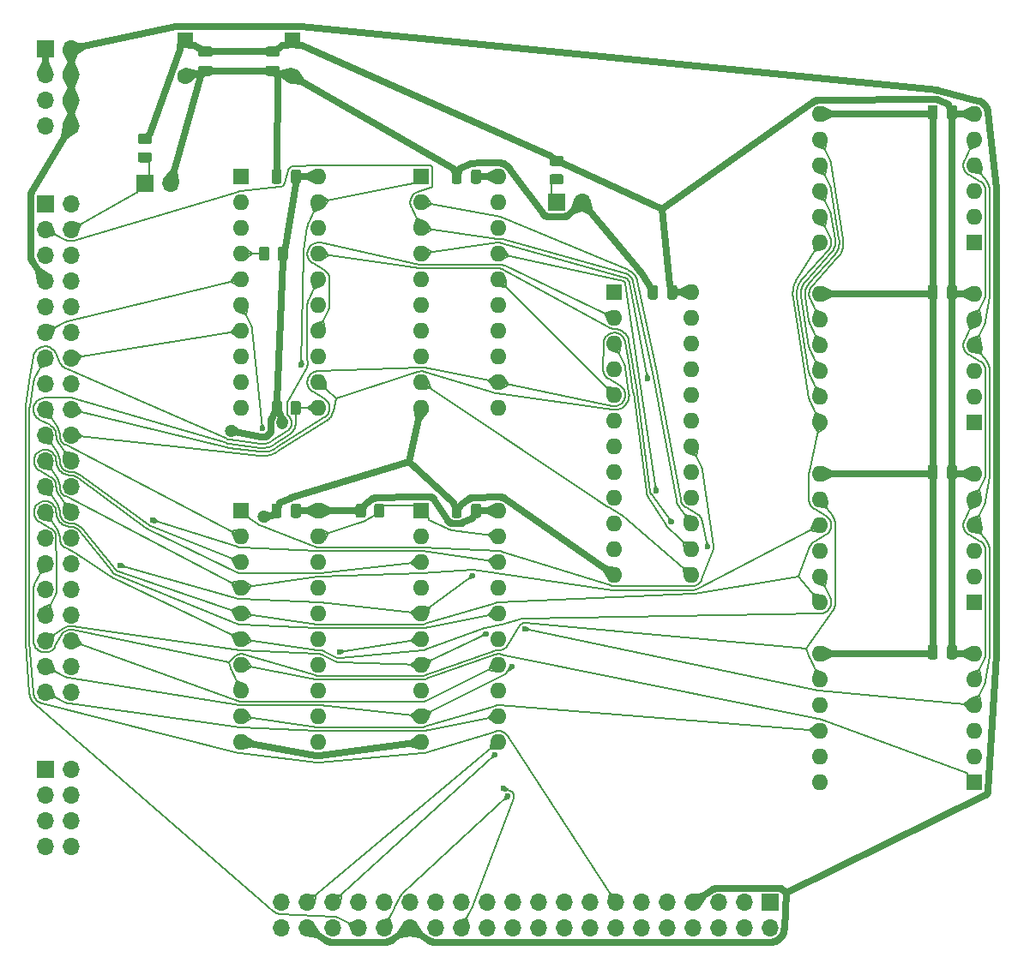
<source format=gbr>
%TF.GenerationSoftware,KiCad,Pcbnew,(5.1.9)-1*%
%TF.CreationDate,2021-06-06T15:03:32-04:00*%
%TF.ProjectId,main,6d61696e-2e6b-4696-9361-645f70636258,rev?*%
%TF.SameCoordinates,Original*%
%TF.FileFunction,Copper,L2,Bot*%
%TF.FilePolarity,Positive*%
%FSLAX46Y46*%
G04 Gerber Fmt 4.6, Leading zero omitted, Abs format (unit mm)*
G04 Created by KiCad (PCBNEW (5.1.9)-1) date 2021-06-06 15:03:32*
%MOMM*%
%LPD*%
G01*
G04 APERTURE LIST*
%TA.AperFunction,ComponentPad*%
%ADD10O,1.700000X1.700000*%
%TD*%
%TA.AperFunction,ComponentPad*%
%ADD11R,1.700000X1.700000*%
%TD*%
%TA.AperFunction,ComponentPad*%
%ADD12R,1.600000X1.600000*%
%TD*%
%TA.AperFunction,ComponentPad*%
%ADD13O,1.600000X1.600000*%
%TD*%
%TA.AperFunction,ComponentPad*%
%ADD14C,1.600000*%
%TD*%
%TA.AperFunction,ViaPad*%
%ADD15C,1.200000*%
%TD*%
%TA.AperFunction,ViaPad*%
%ADD16C,0.600000*%
%TD*%
%TA.AperFunction,Conductor*%
%ADD17C,0.700000*%
%TD*%
%TA.AperFunction,Conductor*%
%ADD18C,0.200000*%
%TD*%
G04 APERTURE END LIST*
%TO.P,R5,2*%
%TO.N,~F_EXMEM~*%
%TA.AperFunction,SMDPad,CuDef*%
G36*
G01*
X31934999Y-40762500D02*
X32835001Y-40762500D01*
G75*
G02*
X33085000Y-41012499I0J-249999D01*
G01*
X33085000Y-41537501D01*
G75*
G02*
X32835001Y-41787500I-249999J0D01*
G01*
X31934999Y-41787500D01*
G75*
G02*
X31685000Y-41537501I0J249999D01*
G01*
X31685000Y-41012499D01*
G75*
G02*
X31934999Y-40762500I249999J0D01*
G01*
G37*
%TD.AperFunction*%
%TO.P,R5,1*%
%TO.N,+5V*%
%TA.AperFunction,SMDPad,CuDef*%
G36*
G01*
X31934999Y-38937500D02*
X32835001Y-38937500D01*
G75*
G02*
X33085000Y-39187499I0J-249999D01*
G01*
X33085000Y-39712501D01*
G75*
G02*
X32835001Y-39962500I-249999J0D01*
G01*
X31934999Y-39962500D01*
G75*
G02*
X31685000Y-39712501I0J249999D01*
G01*
X31685000Y-39187499D01*
G75*
G02*
X31934999Y-38937500I249999J0D01*
G01*
G37*
%TD.AperFunction*%
%TD*%
%TO.P,R4,2*%
%TO.N,~ISOLATE~*%
%TA.AperFunction,SMDPad,CuDef*%
G36*
G01*
X72574999Y-42945000D02*
X73475001Y-42945000D01*
G75*
G02*
X73725000Y-43194999I0J-249999D01*
G01*
X73725000Y-43720001D01*
G75*
G02*
X73475001Y-43970000I-249999J0D01*
G01*
X72574999Y-43970000D01*
G75*
G02*
X72325000Y-43720001I0J249999D01*
G01*
X72325000Y-43194999D01*
G75*
G02*
X72574999Y-42945000I249999J0D01*
G01*
G37*
%TD.AperFunction*%
%TO.P,R4,1*%
%TO.N,+5V*%
%TA.AperFunction,SMDPad,CuDef*%
G36*
G01*
X72574999Y-41120000D02*
X73475001Y-41120000D01*
G75*
G02*
X73725000Y-41369999I0J-249999D01*
G01*
X73725000Y-41895001D01*
G75*
G02*
X73475001Y-42145000I-249999J0D01*
G01*
X72574999Y-42145000D01*
G75*
G02*
X72325000Y-41895001I0J249999D01*
G01*
X72325000Y-41369999D01*
G75*
G02*
X72574999Y-41120000I249999J0D01*
G01*
G37*
%TD.AperFunction*%
%TD*%
D10*
%TO.P,JP2,2*%
%TO.N,GND*%
X34925000Y-43815000D03*
D11*
%TO.P,JP2,1*%
%TO.N,~F_EXMEM~*%
X32385000Y-43815000D03*
%TD*%
D10*
%TO.P,JP1,2*%
%TO.N,GND*%
X75565000Y-45720000D03*
D11*
%TO.P,JP1,1*%
%TO.N,~ISOLATE~*%
X73025000Y-45720000D03*
%TD*%
%TO.P,C5,2*%
%TO.N,GND*%
%TA.AperFunction,SMDPad,CuDef*%
G36*
G01*
X45905000Y-75725000D02*
X45905000Y-76675000D01*
G75*
G02*
X45655000Y-76925000I-250000J0D01*
G01*
X45155000Y-76925000D01*
G75*
G02*
X44905000Y-76675000I0J250000D01*
G01*
X44905000Y-75725000D01*
G75*
G02*
X45155000Y-75475000I250000J0D01*
G01*
X45655000Y-75475000D01*
G75*
G02*
X45905000Y-75725000I0J-250000D01*
G01*
G37*
%TD.AperFunction*%
%TO.P,C5,1*%
%TO.N,+5V*%
%TA.AperFunction,SMDPad,CuDef*%
G36*
G01*
X47805000Y-75725000D02*
X47805000Y-76675000D01*
G75*
G02*
X47555000Y-76925000I-250000J0D01*
G01*
X47055000Y-76925000D01*
G75*
G02*
X46805000Y-76675000I0J250000D01*
G01*
X46805000Y-75725000D01*
G75*
G02*
X47055000Y-75475000I250000J0D01*
G01*
X47555000Y-75475000D01*
G75*
G02*
X47805000Y-75725000I0J-250000D01*
G01*
G37*
%TD.AperFunction*%
%TD*%
%TO.P,C4,2*%
%TO.N,GND*%
%TA.AperFunction,SMDPad,CuDef*%
G36*
G01*
X63685000Y-42705000D02*
X63685000Y-43655000D01*
G75*
G02*
X63435000Y-43905000I-250000J0D01*
G01*
X62935000Y-43905000D01*
G75*
G02*
X62685000Y-43655000I0J250000D01*
G01*
X62685000Y-42705000D01*
G75*
G02*
X62935000Y-42455000I250000J0D01*
G01*
X63435000Y-42455000D01*
G75*
G02*
X63685000Y-42705000I0J-250000D01*
G01*
G37*
%TD.AperFunction*%
%TO.P,C4,1*%
%TO.N,+5V*%
%TA.AperFunction,SMDPad,CuDef*%
G36*
G01*
X65585000Y-42705000D02*
X65585000Y-43655000D01*
G75*
G02*
X65335000Y-43905000I-250000J0D01*
G01*
X64835000Y-43905000D01*
G75*
G02*
X64585000Y-43655000I0J250000D01*
G01*
X64585000Y-42705000D01*
G75*
G02*
X64835000Y-42455000I250000J0D01*
G01*
X65335000Y-42455000D01*
G75*
G02*
X65585000Y-42705000I0J-250000D01*
G01*
G37*
%TD.AperFunction*%
%TD*%
%TO.P,C2,2*%
%TO.N,GND*%
%TA.AperFunction,SMDPad,CuDef*%
G36*
G01*
X45905000Y-42705000D02*
X45905000Y-43655000D01*
G75*
G02*
X45655000Y-43905000I-250000J0D01*
G01*
X45155000Y-43905000D01*
G75*
G02*
X44905000Y-43655000I0J250000D01*
G01*
X44905000Y-42705000D01*
G75*
G02*
X45155000Y-42455000I250000J0D01*
G01*
X45655000Y-42455000D01*
G75*
G02*
X45905000Y-42705000I0J-250000D01*
G01*
G37*
%TD.AperFunction*%
%TO.P,C2,1*%
%TO.N,+5V*%
%TA.AperFunction,SMDPad,CuDef*%
G36*
G01*
X47805000Y-42705000D02*
X47805000Y-43655000D01*
G75*
G02*
X47555000Y-43905000I-250000J0D01*
G01*
X47055000Y-43905000D01*
G75*
G02*
X46805000Y-43655000I0J250000D01*
G01*
X46805000Y-42705000D01*
G75*
G02*
X47055000Y-42455000I250000J0D01*
G01*
X47555000Y-42455000D01*
G75*
G02*
X47805000Y-42705000I0J-250000D01*
G01*
G37*
%TD.AperFunction*%
%TD*%
%TO.P,C1,2*%
%TO.N,GND*%
%TA.AperFunction,SMDPad,CuDef*%
G36*
G01*
X63685000Y-75725000D02*
X63685000Y-76675000D01*
G75*
G02*
X63435000Y-76925000I-250000J0D01*
G01*
X62935000Y-76925000D01*
G75*
G02*
X62685000Y-76675000I0J250000D01*
G01*
X62685000Y-75725000D01*
G75*
G02*
X62935000Y-75475000I250000J0D01*
G01*
X63435000Y-75475000D01*
G75*
G02*
X63685000Y-75725000I0J-250000D01*
G01*
G37*
%TD.AperFunction*%
%TO.P,C1,1*%
%TO.N,+5V*%
%TA.AperFunction,SMDPad,CuDef*%
G36*
G01*
X65585000Y-75725000D02*
X65585000Y-76675000D01*
G75*
G02*
X65335000Y-76925000I-250000J0D01*
G01*
X64835000Y-76925000D01*
G75*
G02*
X64585000Y-76675000I0J250000D01*
G01*
X64585000Y-75725000D01*
G75*
G02*
X64835000Y-75475000I250000J0D01*
G01*
X65335000Y-75475000D01*
G75*
G02*
X65585000Y-75725000I0J-250000D01*
G01*
G37*
%TD.AperFunction*%
%TD*%
D12*
%TO.P,U9,1*%
%TO.N,F_D5*%
X114300000Y-103030000D03*
D13*
%TO.P,U9,2*%
%TO.N,F_D4*%
X114300000Y-100490000D03*
%TO.P,U9,3*%
%TO.N,S1*%
X114300000Y-97950000D03*
%TO.P,U9,4*%
%TO.N,F_A1*%
X114300000Y-95410000D03*
%TO.P,U9,5*%
%TO.N,F_A0*%
X114300000Y-92870000D03*
%TO.P,U9,6*%
%TO.N,+5V*%
X114300000Y-90330000D03*
%TO.P,U9,7*%
%TO.N,GND*%
X99060000Y-90330000D03*
%TO.P,U9,8*%
%TO.N,F_D0*%
X99060000Y-92870000D03*
%TO.P,U9,9*%
%TO.N,F_D1*%
X99060000Y-95410000D03*
%TO.P,U9,10*%
%TO.N,F_D2*%
X99060000Y-97950000D03*
%TO.P,U9,11*%
%TO.N,F_D3*%
X99060000Y-100490000D03*
%TO.P,U9,12*%
%TO.N,F_D6*%
X99060000Y-103030000D03*
%TD*%
D12*
%TO.P,U8,1*%
%TO.N,F_D5*%
X114300000Y-85250000D03*
D13*
%TO.P,U8,2*%
%TO.N,F_D4*%
X114300000Y-82710000D03*
%TO.P,U8,3*%
%TO.N,S3*%
X114300000Y-80170000D03*
%TO.P,U8,4*%
%TO.N,F_A1*%
X114300000Y-77630000D03*
%TO.P,U8,5*%
%TO.N,F_A0*%
X114300000Y-75090000D03*
%TO.P,U8,6*%
%TO.N,+5V*%
X114300000Y-72550000D03*
%TO.P,U8,7*%
%TO.N,GND*%
X99060000Y-72550000D03*
%TO.P,U8,8*%
%TO.N,F_D0*%
X99060000Y-75090000D03*
%TO.P,U8,9*%
%TO.N,F_D1*%
X99060000Y-77630000D03*
%TO.P,U8,10*%
%TO.N,F_D2*%
X99060000Y-80170000D03*
%TO.P,U8,11*%
%TO.N,F_D3*%
X99060000Y-82710000D03*
%TO.P,U8,12*%
%TO.N,F_D6*%
X99060000Y-85250000D03*
%TD*%
D12*
%TO.P,U7,1*%
%TO.N,F_D5*%
X114300000Y-67470000D03*
D13*
%TO.P,U7,2*%
%TO.N,F_D4*%
X114300000Y-64930000D03*
%TO.P,U7,3*%
%TO.N,S4*%
X114300000Y-62390000D03*
%TO.P,U7,4*%
%TO.N,F_A1*%
X114300000Y-59850000D03*
%TO.P,U7,5*%
%TO.N,F_A0*%
X114300000Y-57310000D03*
%TO.P,U7,6*%
%TO.N,+5V*%
X114300000Y-54770000D03*
%TO.P,U7,7*%
%TO.N,GND*%
X99060000Y-54770000D03*
%TO.P,U7,8*%
%TO.N,F_D0*%
X99060000Y-57310000D03*
%TO.P,U7,9*%
%TO.N,F_D1*%
X99060000Y-59850000D03*
%TO.P,U7,10*%
%TO.N,F_D2*%
X99060000Y-62390000D03*
%TO.P,U7,11*%
%TO.N,F_D3*%
X99060000Y-64930000D03*
%TO.P,U7,12*%
%TO.N,F_D6*%
X99060000Y-67470000D03*
%TD*%
D12*
%TO.P,U6,1*%
%TO.N,F_D5*%
X114300000Y-49690000D03*
D13*
%TO.P,U6,2*%
%TO.N,F_D4*%
X114300000Y-47150000D03*
%TO.P,U6,3*%
%TO.N,S2*%
X114300000Y-44610000D03*
%TO.P,U6,4*%
%TO.N,F_A1*%
X114300000Y-42070000D03*
%TO.P,U6,5*%
%TO.N,F_A0*%
X114300000Y-39530000D03*
%TO.P,U6,6*%
%TO.N,+5V*%
X114300000Y-36990000D03*
%TO.P,U6,7*%
%TO.N,GND*%
X99060000Y-36990000D03*
%TO.P,U6,8*%
%TO.N,F_D0*%
X99060000Y-39530000D03*
%TO.P,U6,9*%
%TO.N,F_D1*%
X99060000Y-42070000D03*
%TO.P,U6,10*%
%TO.N,F_D2*%
X99060000Y-44610000D03*
%TO.P,U6,11*%
%TO.N,F_D3*%
X99060000Y-47150000D03*
%TO.P,U6,12*%
%TO.N,F_D6*%
X99060000Y-49690000D03*
%TD*%
%TO.P,U3,24*%
%TO.N,+5V*%
X86360000Y-54610000D03*
%TO.P,U3,12*%
%TO.N,GND*%
X78740000Y-82550000D03*
%TO.P,U3,23*%
%TO.N,F_A13*%
X86360000Y-57150000D03*
%TO.P,U3,11*%
%TO.N,F_A2*%
X78740000Y-80010000D03*
%TO.P,U3,22*%
%TO.N,F_A12*%
X86360000Y-59690000D03*
%TO.P,U3,10*%
%TO.N,F_A6*%
X78740000Y-77470000D03*
%TO.P,U3,21*%
%TO.N,F_A11*%
X86360000Y-62230000D03*
%TO.P,U3,9*%
%TO.N,F_A5*%
X78740000Y-74930000D03*
%TO.P,U3,20*%
%TO.N,S2*%
X86360000Y-64770000D03*
%TO.P,U3,8*%
%TO.N,F_A7*%
X78740000Y-72390000D03*
%TO.P,U3,19*%
%TO.N,S4*%
X86360000Y-67310000D03*
%TO.P,U3,7*%
%TO.N,F_A3*%
X78740000Y-69850000D03*
%TO.P,U3,18*%
%TO.N,Net-(U1-Pad1)*%
X86360000Y-69850000D03*
%TO.P,U3,6*%
%TO.N,F_A4*%
X78740000Y-67310000D03*
%TO.P,U3,17*%
%TO.N,S3*%
X86360000Y-72390000D03*
%TO.P,U3,5*%
%TO.N,F_A15*%
X78740000Y-64770000D03*
%TO.P,U3,16*%
%TO.N,S1*%
X86360000Y-74930000D03*
%TO.P,U3,4*%
%TO.N,~F_WRITE~*%
X78740000Y-62230000D03*
%TO.P,U3,15*%
%TO.N,F_A10*%
X86360000Y-77470000D03*
%TO.P,U3,3*%
%TO.N,~F_IN~*%
X78740000Y-59690000D03*
%TO.P,U3,14*%
%TO.N,F_A9*%
X86360000Y-80010000D03*
%TO.P,U3,2*%
%TO.N,~F_READ~*%
X78740000Y-57150000D03*
%TO.P,U3,13*%
%TO.N,F_A8*%
X86360000Y-82550000D03*
D12*
%TO.P,U3,1*%
%TO.N,~F_OUT~*%
X78740000Y-54610000D03*
%TD*%
%TO.P,R3,2*%
%TO.N,~ISOLATE~*%
%TA.AperFunction,SMDPad,CuDef*%
G36*
G01*
X55010000Y-76650001D02*
X55010000Y-75749999D01*
G75*
G02*
X55259999Y-75500000I249999J0D01*
G01*
X55785001Y-75500000D01*
G75*
G02*
X56035000Y-75749999I0J-249999D01*
G01*
X56035000Y-76650001D01*
G75*
G02*
X55785001Y-76900000I-249999J0D01*
G01*
X55259999Y-76900000D01*
G75*
G02*
X55010000Y-76650001I0J249999D01*
G01*
G37*
%TD.AperFunction*%
%TO.P,R3,1*%
%TO.N,+5V*%
%TA.AperFunction,SMDPad,CuDef*%
G36*
G01*
X53185000Y-76650001D02*
X53185000Y-75749999D01*
G75*
G02*
X53434999Y-75500000I249999J0D01*
G01*
X53960001Y-75500000D01*
G75*
G02*
X54210000Y-75749999I0J-249999D01*
G01*
X54210000Y-76650001D01*
G75*
G02*
X53960001Y-76900000I-249999J0D01*
G01*
X53434999Y-76900000D01*
G75*
G02*
X53185000Y-76650001I0J249999D01*
G01*
G37*
%TD.AperFunction*%
%TD*%
%TO.P,R2,2*%
%TO.N,~F_INT~*%
%TA.AperFunction,SMDPad,CuDef*%
G36*
G01*
X46755000Y-66490001D02*
X46755000Y-65589999D01*
G75*
G02*
X47004999Y-65340000I249999J0D01*
G01*
X47530001Y-65340000D01*
G75*
G02*
X47780000Y-65589999I0J-249999D01*
G01*
X47780000Y-66490001D01*
G75*
G02*
X47530001Y-66740000I-249999J0D01*
G01*
X47004999Y-66740000D01*
G75*
G02*
X46755000Y-66490001I0J249999D01*
G01*
G37*
%TD.AperFunction*%
%TO.P,R2,1*%
%TO.N,+5V*%
%TA.AperFunction,SMDPad,CuDef*%
G36*
G01*
X44930000Y-66490001D02*
X44930000Y-65589999D01*
G75*
G02*
X45179999Y-65340000I249999J0D01*
G01*
X45705001Y-65340000D01*
G75*
G02*
X45955000Y-65589999I0J-249999D01*
G01*
X45955000Y-66490001D01*
G75*
G02*
X45705001Y-66740000I-249999J0D01*
G01*
X45179999Y-66740000D01*
G75*
G02*
X44930000Y-66490001I0J249999D01*
G01*
G37*
%TD.AperFunction*%
%TD*%
%TO.P,R1,2*%
%TO.N,~F_WAIT~*%
%TA.AperFunction,SMDPad,CuDef*%
G36*
G01*
X44685000Y-50349999D02*
X44685000Y-51250001D01*
G75*
G02*
X44435001Y-51500000I-249999J0D01*
G01*
X43909999Y-51500000D01*
G75*
G02*
X43660000Y-51250001I0J249999D01*
G01*
X43660000Y-50349999D01*
G75*
G02*
X43909999Y-50100000I249999J0D01*
G01*
X44435001Y-50100000D01*
G75*
G02*
X44685000Y-50349999I0J-249999D01*
G01*
G37*
%TD.AperFunction*%
%TO.P,R1,1*%
%TO.N,+5V*%
%TA.AperFunction,SMDPad,CuDef*%
G36*
G01*
X46510000Y-50349999D02*
X46510000Y-51250001D01*
G75*
G02*
X46260001Y-51500000I-249999J0D01*
G01*
X45734999Y-51500000D01*
G75*
G02*
X45485000Y-51250001I0J249999D01*
G01*
X45485000Y-50349999D01*
G75*
G02*
X45734999Y-50100000I249999J0D01*
G01*
X46260001Y-50100000D01*
G75*
G02*
X46510000Y-50349999I0J-249999D01*
G01*
G37*
%TD.AperFunction*%
%TD*%
D13*
%TO.P,U5,20*%
%TO.N,+5V*%
X49530000Y-43180000D03*
%TO.P,U5,10*%
%TO.N,GND*%
X41910000Y-66040000D03*
%TO.P,U5,19*%
%TO.N,~ISOLATE~*%
X49530000Y-45720000D03*
%TO.P,U5,9*%
%TO.N,~INT~*%
X41910000Y-63500000D03*
%TO.P,U5,18*%
%TO.N,~F_MREQ~*%
X49530000Y-48260000D03*
%TO.P,U5,8*%
%TO.N,~IN~*%
X41910000Y-60960000D03*
%TO.P,U5,17*%
%TO.N,~SYSRES~*%
X49530000Y-50800000D03*
%TO.P,U5,7*%
%TO.N,~F_WRITE~*%
X41910000Y-58420000D03*
%TO.P,U5,16*%
%TO.N,~WAIT~*%
X49530000Y-53340000D03*
%TO.P,U5,6*%
%TO.N,~READ~*%
X41910000Y-55880000D03*
%TO.P,U5,15*%
%TO.N,~OUT~*%
X49530000Y-55880000D03*
%TO.P,U5,5*%
%TO.N,~F_OUT~*%
X41910000Y-53340000D03*
%TO.P,U5,14*%
%TO.N,~F_READ~*%
X49530000Y-58420000D03*
%TO.P,U5,4*%
%TO.N,~F_WAIT~*%
X41910000Y-50800000D03*
%TO.P,U5,13*%
%TO.N,~WRITE~*%
X49530000Y-60960000D03*
%TO.P,U5,3*%
%TO.N,~F_SYSRES~*%
X41910000Y-48260000D03*
%TO.P,U5,12*%
%TO.N,~F_IN~*%
X49530000Y-63500000D03*
%TO.P,U5,2*%
%TO.N,~MREQ~*%
X41910000Y-45720000D03*
%TO.P,U5,11*%
%TO.N,~F_INT~*%
X49530000Y-66040000D03*
D12*
%TO.P,U5,1*%
%TO.N,~ISOLATE~*%
X41910000Y-43180000D03*
%TD*%
D13*
%TO.P,U4,20*%
%TO.N,+5V*%
X67310000Y-43180000D03*
%TO.P,U4,10*%
%TO.N,GND*%
X59690000Y-66040000D03*
%TO.P,U4,19*%
%TO.N,~ISOLATE~*%
X67310000Y-45720000D03*
%TO.P,U4,9*%
%TO.N,F_A8*%
X59690000Y-63500000D03*
%TO.P,U4,18*%
%TO.N,F_A13*%
X67310000Y-48260000D03*
%TO.P,U4,8*%
%TO.N,A9*%
X59690000Y-60960000D03*
%TO.P,U4,17*%
%TO.N,A10*%
X67310000Y-50800000D03*
%TO.P,U4,7*%
%TO.N,F_A14*%
X59690000Y-58420000D03*
%TO.P,U4,16*%
%TO.N,F_A15*%
X67310000Y-53340000D03*
%TO.P,U4,6*%
%TO.N,A11*%
X59690000Y-55880000D03*
%TO.P,U4,15*%
%TO.N,A12*%
X67310000Y-55880000D03*
%TO.P,U4,5*%
%TO.N,F_A12*%
X59690000Y-53340000D03*
%TO.P,U4,14*%
%TO.N,F_A11*%
X67310000Y-58420000D03*
%TO.P,U4,4*%
%TO.N,A15*%
X59690000Y-50800000D03*
%TO.P,U4,13*%
%TO.N,A14*%
X67310000Y-60960000D03*
%TO.P,U4,3*%
%TO.N,F_A10*%
X59690000Y-48260000D03*
%TO.P,U4,12*%
%TO.N,F_A9*%
X67310000Y-63500000D03*
%TO.P,U4,2*%
%TO.N,A13*%
X59690000Y-45720000D03*
%TO.P,U4,11*%
%TO.N,A8*%
X67310000Y-66040000D03*
D12*
%TO.P,U4,1*%
%TO.N,~ISOLATE~*%
X59690000Y-43180000D03*
%TD*%
D13*
%TO.P,U2,20*%
%TO.N,+5V*%
X67310000Y-76200000D03*
%TO.P,U2,10*%
%TO.N,GND*%
X59690000Y-99060000D03*
%TO.P,U2,19*%
%TO.N,~ISOLATE~*%
X67310000Y-78740000D03*
%TO.P,U2,9*%
%TO.N,F_A6*%
X59690000Y-96520000D03*
%TO.P,U2,18*%
%TO.N,F_A1*%
X67310000Y-81280000D03*
%TO.P,U2,8*%
%TO.N,A2*%
X59690000Y-93980000D03*
%TO.P,U2,17*%
%TO.N,A0*%
X67310000Y-83820000D03*
%TO.P,U2,7*%
%TO.N,F_A7*%
X59690000Y-91440000D03*
%TO.P,U2,16*%
%TO.N,F_A3*%
X67310000Y-86360000D03*
%TO.P,U2,6*%
%TO.N,A5*%
X59690000Y-88900000D03*
%TO.P,U2,15*%
%TO.N,A4*%
X67310000Y-88900000D03*
%TO.P,U2,5*%
%TO.N,F_A4*%
X59690000Y-86360000D03*
%TO.P,U2,14*%
%TO.N,F_A5*%
X67310000Y-91440000D03*
%TO.P,U2,4*%
%TO.N,A3*%
X59690000Y-83820000D03*
%TO.P,U2,13*%
%TO.N,A7*%
X67310000Y-93980000D03*
%TO.P,U2,3*%
%TO.N,F_A0*%
X59690000Y-81280000D03*
%TO.P,U2,12*%
%TO.N,F_A2*%
X67310000Y-96520000D03*
%TO.P,U2,2*%
%TO.N,A1*%
X59690000Y-78740000D03*
%TO.P,U2,11*%
%TO.N,A6*%
X67310000Y-99060000D03*
D12*
%TO.P,U2,1*%
%TO.N,~ISOLATE~*%
X59690000Y-76200000D03*
%TD*%
D13*
%TO.P,U1,20*%
%TO.N,+5V*%
X49530000Y-76200000D03*
%TO.P,U1,10*%
%TO.N,GND*%
X41910000Y-99060000D03*
%TO.P,U1,19*%
%TO.N,~ISOLATE~*%
X49530000Y-78740000D03*
%TO.P,U1,9*%
%TO.N,F_D2*%
X41910000Y-96520000D03*
%TO.P,U1,18*%
%TO.N,D4*%
X49530000Y-81280000D03*
%TO.P,U1,8*%
%TO.N,F_D0*%
X41910000Y-93980000D03*
%TO.P,U1,17*%
%TO.N,D7*%
X49530000Y-83820000D03*
%TO.P,U1,7*%
%TO.N,F_D5*%
X41910000Y-91440000D03*
%TO.P,U1,16*%
%TO.N,D1*%
X49530000Y-86360000D03*
%TO.P,U1,6*%
%TO.N,F_D3*%
X41910000Y-88900000D03*
%TO.P,U1,15*%
%TO.N,D6*%
X49530000Y-88900000D03*
%TO.P,U1,5*%
%TO.N,F_D6*%
X41910000Y-86360000D03*
%TO.P,U1,14*%
%TO.N,D3*%
X49530000Y-91440000D03*
%TO.P,U1,4*%
%TO.N,F_D1*%
X41910000Y-83820000D03*
%TO.P,U1,13*%
%TO.N,D5*%
X49530000Y-93980000D03*
%TO.P,U1,3*%
%TO.N,F_D7*%
X41910000Y-81280000D03*
%TO.P,U1,12*%
%TO.N,D0*%
X49530000Y-96520000D03*
%TO.P,U1,2*%
%TO.N,F_D4*%
X41910000Y-78740000D03*
%TO.P,U1,11*%
%TO.N,D2*%
X49530000Y-99060000D03*
D12*
%TO.P,U1,1*%
%TO.N,Net-(U1-Pad1)*%
X41910000Y-76200000D03*
%TD*%
D14*
%TO.P,C3,2*%
%TO.N,GND*%
X36360000Y-33230000D03*
D12*
%TO.P,C3,1*%
%TO.N,+5V*%
X36360000Y-29730000D03*
%TD*%
%TO.P,C21,2*%
%TO.N,GND*%
%TA.AperFunction,SMDPad,CuDef*%
G36*
G01*
X37897800Y-32233900D02*
X38847800Y-32233900D01*
G75*
G02*
X39097800Y-32483900I0J-250000D01*
G01*
X39097800Y-32983900D01*
G75*
G02*
X38847800Y-33233900I-250000J0D01*
G01*
X37897800Y-33233900D01*
G75*
G02*
X37647800Y-32983900I0J250000D01*
G01*
X37647800Y-32483900D01*
G75*
G02*
X37897800Y-32233900I250000J0D01*
G01*
G37*
%TD.AperFunction*%
%TO.P,C21,1*%
%TO.N,+5V*%
%TA.AperFunction,SMDPad,CuDef*%
G36*
G01*
X37897800Y-30333900D02*
X38847800Y-30333900D01*
G75*
G02*
X39097800Y-30583900I0J-250000D01*
G01*
X39097800Y-31083900D01*
G75*
G02*
X38847800Y-31333900I-250000J0D01*
G01*
X37897800Y-31333900D01*
G75*
G02*
X37647800Y-31083900I0J250000D01*
G01*
X37647800Y-30583900D01*
G75*
G02*
X37897800Y-30333900I250000J0D01*
G01*
G37*
%TD.AperFunction*%
%TD*%
%TO.P,C20,2*%
%TO.N,GND*%
%TA.AperFunction,SMDPad,CuDef*%
G36*
G01*
X44522000Y-32233900D02*
X45472000Y-32233900D01*
G75*
G02*
X45722000Y-32483900I0J-250000D01*
G01*
X45722000Y-32983900D01*
G75*
G02*
X45472000Y-33233900I-250000J0D01*
G01*
X44522000Y-33233900D01*
G75*
G02*
X44272000Y-32983900I0J250000D01*
G01*
X44272000Y-32483900D01*
G75*
G02*
X44522000Y-32233900I250000J0D01*
G01*
G37*
%TD.AperFunction*%
%TO.P,C20,1*%
%TO.N,+5V*%
%TA.AperFunction,SMDPad,CuDef*%
G36*
G01*
X44522000Y-30333900D02*
X45472000Y-30333900D01*
G75*
G02*
X45722000Y-30583900I0J-250000D01*
G01*
X45722000Y-31083900D01*
G75*
G02*
X45472000Y-31333900I-250000J0D01*
G01*
X44522000Y-31333900D01*
G75*
G02*
X44272000Y-31083900I0J250000D01*
G01*
X44272000Y-30583900D01*
G75*
G02*
X44522000Y-30333900I250000J0D01*
G01*
G37*
%TD.AperFunction*%
%TD*%
%TO.P,C18,2*%
%TO.N,GND*%
%TA.AperFunction,SMDPad,CuDef*%
G36*
G01*
X110675000Y-89695000D02*
X110675000Y-90645000D01*
G75*
G02*
X110425000Y-90895000I-250000J0D01*
G01*
X109925000Y-90895000D01*
G75*
G02*
X109675000Y-90645000I0J250000D01*
G01*
X109675000Y-89695000D01*
G75*
G02*
X109925000Y-89445000I250000J0D01*
G01*
X110425000Y-89445000D01*
G75*
G02*
X110675000Y-89695000I0J-250000D01*
G01*
G37*
%TD.AperFunction*%
%TO.P,C18,1*%
%TO.N,+5V*%
%TA.AperFunction,SMDPad,CuDef*%
G36*
G01*
X112575000Y-89695000D02*
X112575000Y-90645000D01*
G75*
G02*
X112325000Y-90895000I-250000J0D01*
G01*
X111825000Y-90895000D01*
G75*
G02*
X111575000Y-90645000I0J250000D01*
G01*
X111575000Y-89695000D01*
G75*
G02*
X111825000Y-89445000I250000J0D01*
G01*
X112325000Y-89445000D01*
G75*
G02*
X112575000Y-89695000I0J-250000D01*
G01*
G37*
%TD.AperFunction*%
%TD*%
%TO.P,C15,2*%
%TO.N,GND*%
%TA.AperFunction,SMDPad,CuDef*%
G36*
G01*
X83050000Y-54135000D02*
X83050000Y-55085000D01*
G75*
G02*
X82800000Y-55335000I-250000J0D01*
G01*
X82300000Y-55335000D01*
G75*
G02*
X82050000Y-55085000I0J250000D01*
G01*
X82050000Y-54135000D01*
G75*
G02*
X82300000Y-53885000I250000J0D01*
G01*
X82800000Y-53885000D01*
G75*
G02*
X83050000Y-54135000I0J-250000D01*
G01*
G37*
%TD.AperFunction*%
%TO.P,C15,1*%
%TO.N,+5V*%
%TA.AperFunction,SMDPad,CuDef*%
G36*
G01*
X84950000Y-54135000D02*
X84950000Y-55085000D01*
G75*
G02*
X84700000Y-55335000I-250000J0D01*
G01*
X84200000Y-55335000D01*
G75*
G02*
X83950000Y-55085000I0J250000D01*
G01*
X83950000Y-54135000D01*
G75*
G02*
X84200000Y-53885000I250000J0D01*
G01*
X84700000Y-53885000D01*
G75*
G02*
X84950000Y-54135000I0J-250000D01*
G01*
G37*
%TD.AperFunction*%
%TD*%
%TO.P,C13,2*%
%TO.N,GND*%
%TA.AperFunction,SMDPad,CuDef*%
G36*
G01*
X110675000Y-54135000D02*
X110675000Y-55085000D01*
G75*
G02*
X110425000Y-55335000I-250000J0D01*
G01*
X109925000Y-55335000D01*
G75*
G02*
X109675000Y-55085000I0J250000D01*
G01*
X109675000Y-54135000D01*
G75*
G02*
X109925000Y-53885000I250000J0D01*
G01*
X110425000Y-53885000D01*
G75*
G02*
X110675000Y-54135000I0J-250000D01*
G01*
G37*
%TD.AperFunction*%
%TO.P,C13,1*%
%TO.N,+5V*%
%TA.AperFunction,SMDPad,CuDef*%
G36*
G01*
X112575000Y-54135000D02*
X112575000Y-55085000D01*
G75*
G02*
X112325000Y-55335000I-250000J0D01*
G01*
X111825000Y-55335000D01*
G75*
G02*
X111575000Y-55085000I0J250000D01*
G01*
X111575000Y-54135000D01*
G75*
G02*
X111825000Y-53885000I250000J0D01*
G01*
X112325000Y-53885000D01*
G75*
G02*
X112575000Y-54135000I0J-250000D01*
G01*
G37*
%TD.AperFunction*%
%TD*%
%TO.P,C11,2*%
%TO.N,GND*%
%TA.AperFunction,SMDPad,CuDef*%
G36*
G01*
X110675000Y-71915000D02*
X110675000Y-72865000D01*
G75*
G02*
X110425000Y-73115000I-250000J0D01*
G01*
X109925000Y-73115000D01*
G75*
G02*
X109675000Y-72865000I0J250000D01*
G01*
X109675000Y-71915000D01*
G75*
G02*
X109925000Y-71665000I250000J0D01*
G01*
X110425000Y-71665000D01*
G75*
G02*
X110675000Y-71915000I0J-250000D01*
G01*
G37*
%TD.AperFunction*%
%TO.P,C11,1*%
%TO.N,+5V*%
%TA.AperFunction,SMDPad,CuDef*%
G36*
G01*
X112575000Y-71915000D02*
X112575000Y-72865000D01*
G75*
G02*
X112325000Y-73115000I-250000J0D01*
G01*
X111825000Y-73115000D01*
G75*
G02*
X111575000Y-72865000I0J250000D01*
G01*
X111575000Y-71915000D01*
G75*
G02*
X111825000Y-71665000I250000J0D01*
G01*
X112325000Y-71665000D01*
G75*
G02*
X112575000Y-71915000I0J-250000D01*
G01*
G37*
%TD.AperFunction*%
%TD*%
%TO.P,C9,2*%
%TO.N,GND*%
%TA.AperFunction,SMDPad,CuDef*%
G36*
G01*
X110675000Y-36355000D02*
X110675000Y-37305000D01*
G75*
G02*
X110425000Y-37555000I-250000J0D01*
G01*
X109925000Y-37555000D01*
G75*
G02*
X109675000Y-37305000I0J250000D01*
G01*
X109675000Y-36355000D01*
G75*
G02*
X109925000Y-36105000I250000J0D01*
G01*
X110425000Y-36105000D01*
G75*
G02*
X110675000Y-36355000I0J-250000D01*
G01*
G37*
%TD.AperFunction*%
%TO.P,C9,1*%
%TO.N,+5V*%
%TA.AperFunction,SMDPad,CuDef*%
G36*
G01*
X112575000Y-36355000D02*
X112575000Y-37305000D01*
G75*
G02*
X112325000Y-37555000I-250000J0D01*
G01*
X111825000Y-37555000D01*
G75*
G02*
X111575000Y-37305000I0J250000D01*
G01*
X111575000Y-36355000D01*
G75*
G02*
X111825000Y-36105000I250000J0D01*
G01*
X112325000Y-36105000D01*
G75*
G02*
X112575000Y-36355000I0J-250000D01*
G01*
G37*
%TD.AperFunction*%
%TD*%
D14*
%TO.P,C8,2*%
%TO.N,GND*%
X46930000Y-33230000D03*
D12*
%TO.P,C8,1*%
%TO.N,+5V*%
X46930000Y-29730000D03*
%TD*%
D11*
%TO.P,J2,1*%
%TO.N,+5V*%
X22540000Y-30600000D03*
D10*
%TO.P,J2,2*%
%TO.N,GND*%
X25080000Y-30600000D03*
%TO.P,J2,3*%
%TO.N,+5V*%
X22540000Y-33140000D03*
%TO.P,J2,4*%
%TO.N,GND*%
X25080000Y-33140000D03*
%TO.P,J2,5*%
%TO.N,N/C*%
X22540000Y-35680000D03*
%TO.P,J2,6*%
%TO.N,GND*%
X25080000Y-35680000D03*
%TO.P,J2,7*%
%TO.N,N/C*%
X22540000Y-38220000D03*
%TO.P,J2,8*%
%TO.N,GND*%
X25080000Y-38220000D03*
%TD*%
%TO.P,J1,8*%
%TO.N,N/C*%
X25080000Y-109400000D03*
%TO.P,J1,7*%
X22540000Y-109400000D03*
%TO.P,J1,6*%
X25080000Y-106860000D03*
%TO.P,J1,5*%
X22540000Y-106860000D03*
%TO.P,J1,4*%
X25080000Y-104320000D03*
%TO.P,J1,3*%
X22540000Y-104320000D03*
%TO.P,J1,2*%
X25080000Y-101780000D03*
D11*
%TO.P,J1,1*%
X22540000Y-101780000D03*
%TD*%
D10*
%TO.P,J4,40*%
%TO.N,N/C*%
X45870000Y-117460000D03*
%TO.P,J4,39*%
%TO.N,A2*%
X45870000Y-114920000D03*
%TO.P,J4,38*%
%TO.N,GND*%
X48410000Y-117460000D03*
%TO.P,J4,37*%
%TO.N,A6*%
X48410000Y-114920000D03*
%TO.P,J4,36*%
%TO.N,A5*%
X50950000Y-117460000D03*
%TO.P,J4,35*%
%TO.N,A7*%
X50950000Y-114920000D03*
%TO.P,J4,34*%
%TO.N,~WAIT~*%
X53490000Y-117460000D03*
%TO.P,J4,33*%
%TO.N,A3*%
X53490000Y-114920000D03*
%TO.P,J4,32*%
%TO.N,A4*%
X56030000Y-117460000D03*
%TO.P,J4,31*%
%TO.N,D2*%
X56030000Y-114920000D03*
%TO.P,J4,30*%
%TO.N,GND*%
X58570000Y-117460000D03*
%TO.P,J4,29*%
%TO.N,D0*%
X58570000Y-114920000D03*
%TO.P,J4,28*%
%TO.N,A1*%
X61110000Y-117460000D03*
%TO.P,J4,27*%
%TO.N,D5*%
X61110000Y-114920000D03*
%TO.P,J4,26*%
%TO.N,A0*%
X63650000Y-117460000D03*
%TO.P,J4,25*%
%TO.N,D3*%
X63650000Y-114920000D03*
%TO.P,J4,24*%
%TO.N,N/C*%
X66190000Y-117460000D03*
%TO.P,J4,23*%
%TO.N,D6*%
X66190000Y-114920000D03*
%TO.P,J4,22*%
%TO.N,~INT~*%
X68730000Y-117460000D03*
%TO.P,J4,21*%
%TO.N,D1*%
X68730000Y-114920000D03*
%TO.P,J4,20*%
%TO.N,~IN~*%
X71270000Y-117460000D03*
%TO.P,J4,19*%
%TO.N,D7*%
X71270000Y-114920000D03*
%TO.P,J4,18*%
%TO.N,A9*%
X73810000Y-117460000D03*
%TO.P,J4,17*%
%TO.N,D4*%
X73810000Y-114920000D03*
%TO.P,J4,16*%
%TO.N,~READ~*%
X76350000Y-117460000D03*
%TO.P,J4,15*%
%TO.N,N/C*%
X76350000Y-114920000D03*
%TO.P,J4,14*%
%TO.N,~WRITE~*%
X78890000Y-117460000D03*
%TO.P,J4,13*%
%TO.N,~F_INTAK~*%
X78890000Y-114920000D03*
%TO.P,J4,12*%
%TO.N,A8*%
X81430000Y-117460000D03*
%TO.P,J4,11*%
%TO.N,~OUT~*%
X81430000Y-114920000D03*
%TO.P,J4,10*%
%TO.N,A11*%
X83970000Y-117460000D03*
%TO.P,J4,9*%
%TO.N,A14*%
X83970000Y-114920000D03*
%TO.P,J4,8*%
%TO.N,A15*%
X86510000Y-117460000D03*
%TO.P,J4,7*%
%TO.N,GND*%
X86510000Y-114920000D03*
%TO.P,J4,6*%
%TO.N,A12*%
X89050000Y-117460000D03*
%TO.P,J4,5*%
%TO.N,A13*%
X89050000Y-114920000D03*
%TO.P,J4,4*%
%TO.N,N/C*%
X91590000Y-117460000D03*
%TO.P,J4,3*%
%TO.N,A10*%
X91590000Y-114920000D03*
%TO.P,J4,2*%
%TO.N,~MREQ~*%
X94130000Y-117460000D03*
D11*
%TO.P,J4,1*%
%TO.N,~SYSRES~*%
X94130000Y-114920000D03*
%TD*%
D10*
%TO.P,J3,40*%
%TO.N,+5V*%
X25080000Y-94130000D03*
%TO.P,J3,39*%
%TO.N,F_A2*%
X22540000Y-94130000D03*
%TO.P,J3,38*%
%TO.N,GND*%
X25080000Y-91590000D03*
%TO.P,J3,37*%
%TO.N,F_A6*%
X22540000Y-91590000D03*
%TO.P,J3,36*%
%TO.N,F_A5*%
X25080000Y-89050000D03*
%TO.P,J3,35*%
%TO.N,F_A7*%
X22540000Y-89050000D03*
%TO.P,J3,34*%
%TO.N,~F_WAIT~*%
X25080000Y-86510000D03*
%TO.P,J3,33*%
%TO.N,F_A3*%
X22540000Y-86510000D03*
%TO.P,J3,32*%
%TO.N,F_A4*%
X25080000Y-83970000D03*
%TO.P,J3,31*%
%TO.N,F_D2*%
X22540000Y-83970000D03*
%TO.P,J3,30*%
%TO.N,GND*%
X25080000Y-81430000D03*
%TO.P,J3,29*%
%TO.N,F_D0*%
X22540000Y-81430000D03*
%TO.P,J3,28*%
%TO.N,F_A1*%
X25080000Y-78890000D03*
%TO.P,J3,27*%
%TO.N,F_D5*%
X22540000Y-78890000D03*
%TO.P,J3,26*%
%TO.N,F_A0*%
X25080000Y-76350000D03*
%TO.P,J3,25*%
%TO.N,F_D3*%
X22540000Y-76350000D03*
%TO.P,J3,24*%
%TO.N,N/C*%
X25080000Y-73810000D03*
%TO.P,J3,23*%
%TO.N,F_D6*%
X22540000Y-73810000D03*
%TO.P,J3,22*%
%TO.N,~F_INT~*%
X25080000Y-71270000D03*
%TO.P,J3,21*%
%TO.N,F_D1*%
X22540000Y-71270000D03*
%TO.P,J3,20*%
%TO.N,~F_IN~*%
X25080000Y-68730000D03*
%TO.P,J3,19*%
%TO.N,F_D7*%
X22540000Y-68730000D03*
%TO.P,J3,18*%
%TO.N,F_A9*%
X25080000Y-66190000D03*
%TO.P,J3,17*%
%TO.N,F_D4*%
X22540000Y-66190000D03*
%TO.P,J3,16*%
%TO.N,~F_READ~*%
X25080000Y-63650000D03*
%TO.P,J3,15*%
%TO.N,N/C*%
X22540000Y-63650000D03*
%TO.P,J3,14*%
%TO.N,~F_WRITE~*%
X25080000Y-61110000D03*
%TO.P,J3,13*%
%TO.N,~F_INTAK~*%
X22540000Y-61110000D03*
%TO.P,J3,12*%
%TO.N,F_A8*%
X25080000Y-58570000D03*
%TO.P,J3,11*%
%TO.N,~F_OUT~*%
X22540000Y-58570000D03*
%TO.P,J3,10*%
%TO.N,F_A11*%
X25080000Y-56030000D03*
%TO.P,J3,9*%
%TO.N,F_A14*%
X22540000Y-56030000D03*
%TO.P,J3,8*%
%TO.N,F_A15*%
X25080000Y-53490000D03*
%TO.P,J3,7*%
%TO.N,GND*%
X22540000Y-53490000D03*
%TO.P,J3,6*%
%TO.N,F_A12*%
X25080000Y-50950000D03*
%TO.P,J3,5*%
%TO.N,F_A13*%
X22540000Y-50950000D03*
%TO.P,J3,4*%
%TO.N,~F_EXMEM~*%
X25080000Y-48410000D03*
%TO.P,J3,3*%
%TO.N,F_A10*%
X22540000Y-48410000D03*
%TO.P,J3,2*%
%TO.N,~F_MREQ~*%
X25080000Y-45870000D03*
D11*
%TO.P,J3,1*%
%TO.N,~F_SYSRES~*%
X22540000Y-45870000D03*
%TD*%
D15*
%TO.N,+5V*%
X40877600Y-68299400D03*
X45978700Y-67540400D03*
%TO.N,GND*%
X44112800Y-76806800D03*
D16*
%TO.N,F_A6*%
X68597300Y-91621500D03*
%TO.N,F_A7*%
X66119500Y-88377900D03*
%TO.N,F_A4*%
X64762500Y-82595800D03*
X29961500Y-81621100D03*
%TO.N,F_A1*%
X33196500Y-77142300D03*
X69908800Y-87866000D03*
%TO.N,A5*%
X51620500Y-90181000D03*
%TO.N,A7*%
X66922800Y-100312100D03*
%TO.N,A4*%
X68230000Y-104417200D03*
%TO.N,A0*%
X67812000Y-103667300D03*
%TO.N,~READ~*%
X44030900Y-68092600D03*
%TO.N,A15*%
X82040100Y-63137300D03*
%TO.N,A13*%
X87930800Y-79758800D03*
%TO.N,A10*%
X82889800Y-74221100D03*
%TO.N,~SYSRES~*%
X84370000Y-77322700D03*
%TO.N,~ISOLATE~*%
X47847300Y-61776100D03*
%TD*%
D17*
%TO.N,+5V*%
X113220200Y-72528100D02*
X114104200Y-72955200D01*
X113220200Y-72528100D02*
X114120800Y-72137200D01*
X22540000Y-31940000D02*
X22085500Y-32931700D01*
X22540000Y-31940000D02*
X22994500Y-32931700D01*
X113220200Y-54748100D02*
X114104200Y-55175200D01*
X113220200Y-54748100D02*
X114120800Y-54357200D01*
X48450000Y-76200000D02*
X49342500Y-76609100D01*
X48450000Y-76200000D02*
X49342500Y-75790900D01*
X85280000Y-54610000D02*
X86172500Y-55019100D01*
X85280000Y-54610000D02*
X86172500Y-54200900D01*
X50610000Y-76200000D02*
X49717500Y-75790900D01*
X50610000Y-76200000D02*
X49717500Y-76609100D01*
X113220200Y-36968100D02*
X114104200Y-37395200D01*
X113220200Y-36968100D02*
X114120800Y-36577200D01*
X66230000Y-76200000D02*
X67122500Y-76609100D01*
X66230000Y-76200000D02*
X67122500Y-75790900D01*
X41464800Y-68422700D02*
X41026200Y-68098400D01*
X41464800Y-68422700D02*
X40932800Y-68543200D01*
X45828600Y-66959500D02*
X45732600Y-67496400D01*
X45828600Y-66959500D02*
X46172600Y-67382600D01*
X48450000Y-43180000D02*
X49342500Y-43589100D01*
X48450000Y-43180000D02*
X49342500Y-42770900D01*
X113220200Y-90308100D02*
X114104200Y-90735200D01*
X113220200Y-90308100D02*
X114120800Y-89917200D01*
X66230000Y-43180000D02*
X67122500Y-43589100D01*
X66230000Y-43180000D02*
X67122500Y-42770900D01*
X114300000Y-72550000D02*
X112583100Y-72515100D01*
X112583100Y-72515100D02*
X112576000Y-72515000D01*
X112576000Y-72515000D02*
X112226000Y-72515000D01*
X112226000Y-72515000D02*
X112075000Y-72390000D01*
X22540000Y-30600000D02*
X22540000Y-31100000D01*
X22540000Y-31100000D02*
X22540000Y-31450000D01*
X22540000Y-31450000D02*
X22540000Y-33140000D01*
X114300000Y-54770000D02*
X112583100Y-54735100D01*
X112583100Y-54735100D02*
X112576000Y-54735000D01*
X112576000Y-54735000D02*
X112226000Y-54735000D01*
X112226000Y-54735000D02*
X112075000Y-54610000D01*
X49530000Y-76200000D02*
X47806000Y-76200000D01*
X47806000Y-76200000D02*
X47456000Y-76200000D01*
X47456000Y-76200000D02*
X47305000Y-76200000D01*
X86360000Y-54610000D02*
X84951000Y-54610000D01*
X84951000Y-54610000D02*
X84601000Y-54610000D01*
X84601000Y-54610000D02*
X84450000Y-54610000D01*
X73025000Y-41632500D02*
X72431600Y-41165200D01*
X72431600Y-41165200D02*
X72430300Y-41163700D01*
X72430300Y-41163700D02*
X72422600Y-41157900D01*
X72422600Y-41157900D02*
X47872500Y-30210300D01*
X47872500Y-30210300D02*
X47858970Y-30204610D01*
X47858970Y-30204610D02*
X47845220Y-30199490D01*
X47845220Y-30199490D02*
X47831270Y-30194950D01*
X47831270Y-30194950D02*
X47817130Y-30191000D01*
X47817130Y-30191000D02*
X47802850Y-30187640D01*
X47802850Y-30187640D02*
X47788430Y-30184890D01*
X47788430Y-30184890D02*
X47773910Y-30182750D01*
X47773910Y-30182750D02*
X47759320Y-30181210D01*
X47759320Y-30181210D02*
X47744670Y-30180290D01*
X47744670Y-30180290D02*
X47730000Y-30179980D01*
X47730000Y-30180000D02*
X47380000Y-30180000D01*
X47380000Y-30180000D02*
X46930000Y-29730000D01*
X53697500Y-76200000D02*
X53534000Y-76200000D01*
X53534000Y-76200000D02*
X53184000Y-76200000D01*
X53184000Y-76200000D02*
X49530000Y-76200000D01*
X112075000Y-90170000D02*
X112075000Y-89444000D01*
X112075000Y-89444000D02*
X112075000Y-73116000D01*
X112075000Y-73116000D02*
X112075000Y-72390000D01*
X84450000Y-54610000D02*
X84178200Y-53885900D01*
X84178200Y-53885900D02*
X83481200Y-46377900D01*
X112075000Y-72390000D02*
X112075000Y-71664000D01*
X112075000Y-71664000D02*
X112075000Y-55336000D01*
X112075000Y-55336000D02*
X112075000Y-54610000D01*
X114300000Y-36990000D02*
X112583100Y-36955100D01*
X112583100Y-36955100D02*
X112576000Y-36955000D01*
X112576000Y-36955000D02*
X112226000Y-36955000D01*
X112226000Y-36955000D02*
X112075000Y-36830000D01*
X44997000Y-30833900D02*
X44271000Y-30833900D01*
X44271000Y-30833900D02*
X39098800Y-30833900D01*
X39098800Y-30833900D02*
X38372800Y-30833900D01*
X67310000Y-76200000D02*
X65586000Y-76200000D01*
X65586000Y-76200000D02*
X65236000Y-76200000D01*
X65236000Y-76200000D02*
X65085000Y-76200000D01*
X40877600Y-68299400D02*
X43856100Y-68924900D01*
X43856100Y-68924900D02*
X43905830Y-68933810D01*
X43905830Y-68933810D02*
X43956010Y-68939750D01*
X43956010Y-68939750D02*
X44006440Y-68942710D01*
X44006440Y-68942710D02*
X44056970Y-68942660D01*
X44056970Y-68942660D02*
X44107400Y-68939610D01*
X44107400Y-68939610D02*
X44157560Y-68933570D01*
X44157560Y-68933570D02*
X44207280Y-68924570D01*
X44207280Y-68924570D02*
X44256370Y-68912630D01*
X44256370Y-68912630D02*
X44304670Y-68897790D01*
X44304670Y-68897790D02*
X44352000Y-68880110D01*
X44352000Y-68880110D02*
X44398200Y-68859650D01*
X44398200Y-68859650D02*
X44443100Y-68836490D01*
X44443100Y-68836490D02*
X44486540Y-68810700D01*
X44486540Y-68810700D02*
X44528380Y-68782380D01*
X44528380Y-68782380D02*
X44568460Y-68751620D01*
X44568460Y-68751620D02*
X44606650Y-68718530D01*
X44606650Y-68718530D02*
X44642800Y-68683240D01*
X44642800Y-68683240D02*
X44676800Y-68645860D01*
X44676800Y-68645860D02*
X44708510Y-68606530D01*
X44708510Y-68606530D02*
X44737830Y-68565380D01*
X44737830Y-68565380D02*
X44764660Y-68522570D01*
X44764660Y-68522570D02*
X44788900Y-68478240D01*
X44788900Y-68478240D02*
X44810460Y-68432550D01*
X44810460Y-68432550D02*
X44829270Y-68385660D01*
X44829270Y-68385660D02*
X44845260Y-68337730D01*
X44845260Y-68337730D02*
X44858380Y-68288940D01*
X44858380Y-68288940D02*
X44868580Y-68239450D01*
X44868580Y-68239450D02*
X44875820Y-68189450D01*
X44875820Y-68189450D02*
X44880090Y-68139110D01*
X44880090Y-68139110D02*
X44881350Y-68088600D01*
X44881350Y-68088600D02*
X44879610Y-68038100D01*
X44879610Y-68038100D02*
X44874880Y-67987800D01*
X44874900Y-67987800D02*
X44837000Y-67682200D01*
X44978700Y-66971500D02*
X44951880Y-67021460D01*
X44951880Y-67021460D02*
X44927560Y-67072690D01*
X44927560Y-67072690D02*
X44905790Y-67125050D01*
X44905790Y-67125050D02*
X44886630Y-67178420D01*
X44886630Y-67178420D02*
X44870120Y-67232670D01*
X44870120Y-67232670D02*
X44856300Y-67287660D01*
X44856300Y-67287660D02*
X44845210Y-67343270D01*
X44845210Y-67343270D02*
X44836880Y-67399360D01*
X44836880Y-67399360D02*
X44831320Y-67455800D01*
X44831320Y-67455800D02*
X44828540Y-67512430D01*
X44828540Y-67512430D02*
X44828560Y-67569140D01*
X44828560Y-67569140D02*
X44831370Y-67625770D01*
X44831370Y-67625770D02*
X44836970Y-67682200D01*
X44978700Y-66971500D02*
X45115300Y-66731400D01*
X45115300Y-66731400D02*
X45442500Y-66040000D01*
X36360000Y-29730000D02*
X35910000Y-30180000D01*
X35910000Y-30180000D02*
X35910000Y-30530000D01*
X35887500Y-30653400D02*
X35892180Y-30640190D01*
X35892180Y-30640190D02*
X35896320Y-30626810D01*
X35896320Y-30626810D02*
X35899930Y-30613270D01*
X35899930Y-30613270D02*
X35902990Y-30599590D01*
X35902990Y-30599590D02*
X35905500Y-30585810D01*
X35905500Y-30585810D02*
X35907460Y-30571940D01*
X35907460Y-30571940D02*
X35908860Y-30557990D01*
X35908860Y-30557990D02*
X35909700Y-30544010D01*
X35909700Y-30544010D02*
X35909980Y-30530000D01*
X35887500Y-30653400D02*
X35096200Y-32753900D01*
X35096200Y-32753900D02*
X35093900Y-32760060D01*
X35093900Y-32760060D02*
X35091630Y-32766220D01*
X35091630Y-32766220D02*
X35089380Y-32772400D01*
X35089380Y-32772400D02*
X35087170Y-32778590D01*
X35087200Y-32778600D02*
X32900300Y-38944400D01*
X32900300Y-38944400D02*
X32900200Y-38944500D01*
X32900200Y-38944500D02*
X32899700Y-38946000D01*
X32899700Y-38946000D02*
X32385000Y-39450000D01*
X45442500Y-66040000D02*
X45442500Y-65339000D01*
X45442700Y-65328500D02*
X45442610Y-65331120D01*
X45442610Y-65331120D02*
X45442540Y-65333750D01*
X45442540Y-65333750D02*
X45442500Y-65336370D01*
X45442500Y-65336370D02*
X45442490Y-65339000D01*
X45442700Y-65328500D02*
X45997300Y-51511500D01*
X45997300Y-51511500D02*
X45997390Y-51508880D01*
X45997390Y-51508880D02*
X45997460Y-51506250D01*
X45997460Y-51506250D02*
X45997500Y-51503630D01*
X45997500Y-51503630D02*
X45997510Y-51501000D01*
X45997500Y-51501000D02*
X45997500Y-50800000D01*
X45978700Y-67540400D02*
X45769700Y-66731400D01*
X45769700Y-66731400D02*
X45442500Y-66040000D01*
X49530000Y-43180000D02*
X47806000Y-43180000D01*
X47806000Y-43180000D02*
X47456000Y-43180000D01*
X47456000Y-43180000D02*
X47305000Y-43180000D01*
X45997500Y-50800000D02*
X46281800Y-50100900D01*
X46281800Y-50100900D02*
X47301600Y-43946900D01*
X47301600Y-43946900D02*
X47302630Y-43940130D01*
X47302630Y-43940130D02*
X47303470Y-43933340D01*
X47303470Y-43933340D02*
X47304130Y-43926520D01*
X47304130Y-43926520D02*
X47304590Y-43919690D01*
X47304590Y-43919690D02*
X47304870Y-43912850D01*
X47304870Y-43912850D02*
X47304970Y-43906000D01*
X47305000Y-43906000D02*
X47305000Y-43180000D01*
X46930000Y-29730000D02*
X46480000Y-30180000D01*
X46480000Y-30180000D02*
X46130000Y-30180000D01*
X46130000Y-30180000D02*
X46112120Y-30180460D01*
X46112120Y-30180460D02*
X46094280Y-30181830D01*
X46094280Y-30181830D02*
X46076540Y-30184110D01*
X46076540Y-30184110D02*
X46058940Y-30187290D01*
X46058940Y-30187290D02*
X46041520Y-30191370D01*
X46041520Y-30191370D02*
X46024340Y-30196330D01*
X46024340Y-30196330D02*
X46007430Y-30202170D01*
X46007430Y-30202170D02*
X45990840Y-30208860D01*
X45990840Y-30208860D02*
X45974610Y-30216390D01*
X45974610Y-30216390D02*
X45958790Y-30224730D01*
X45958790Y-30224730D02*
X45943420Y-30233880D01*
X45943420Y-30233880D02*
X45928530Y-30243800D01*
X45928530Y-30243800D02*
X45914170Y-30254470D01*
X45914200Y-30254500D02*
X45676700Y-30440500D01*
X45676700Y-30440500D02*
X44997000Y-30833900D01*
X112075000Y-36830000D02*
X111760300Y-36113500D01*
X111760300Y-36113500D02*
X111759800Y-36112200D01*
X111759800Y-36112200D02*
X111758940Y-36110200D01*
X111758940Y-36110200D02*
X111757980Y-36108240D01*
X111757980Y-36108240D02*
X111756930Y-36106340D01*
X111756930Y-36106340D02*
X111755780Y-36104480D01*
X111755780Y-36104480D02*
X111754540Y-36102690D01*
X111754540Y-36102690D02*
X111753210Y-36100970D01*
X111753210Y-36100970D02*
X111751800Y-36099310D01*
X111751800Y-36099310D02*
X111750310Y-36097720D01*
X111750310Y-36097720D02*
X111748740Y-36096210D01*
X111748740Y-36096210D02*
X111747090Y-36094780D01*
X111747090Y-36094780D02*
X111745380Y-36093440D01*
X111745380Y-36093440D02*
X111743600Y-36092180D01*
X111743600Y-36092180D02*
X111741760Y-36091010D01*
X111741760Y-36091010D02*
X111739870Y-36089930D01*
X111739870Y-36089930D02*
X111737920Y-36088950D01*
X111737900Y-36089000D02*
X110765400Y-35630500D01*
X110765400Y-35630500D02*
X110762600Y-35629200D01*
X110762600Y-35629200D02*
X110742800Y-35620000D01*
X110742800Y-35620000D02*
X110728470Y-35613590D01*
X110728470Y-35613590D02*
X110713960Y-35607590D01*
X110713960Y-35607590D02*
X110699290Y-35602000D01*
X110699290Y-35602000D02*
X110684470Y-35596840D01*
X110684470Y-35596840D02*
X110669500Y-35592100D01*
X110669500Y-35592100D02*
X110654400Y-35587780D01*
X110654400Y-35587800D02*
X110633300Y-35582100D01*
X110633300Y-35582100D02*
X110630900Y-35581400D01*
X110630900Y-35581400D02*
X110609800Y-35575800D01*
X110609800Y-35575800D02*
X110594860Y-35572060D01*
X110594860Y-35572060D02*
X110579820Y-35568740D01*
X110579820Y-35568740D02*
X110564690Y-35565830D01*
X110564690Y-35565830D02*
X110549490Y-35563360D01*
X110549490Y-35563360D02*
X110534220Y-35561310D01*
X110534220Y-35561310D02*
X110518900Y-35559690D01*
X110518900Y-35559700D02*
X110497100Y-35557700D01*
X110497100Y-35557700D02*
X110494600Y-35557500D01*
X110494600Y-35557500D02*
X110472800Y-35555600D01*
X110472800Y-35555600D02*
X110463260Y-35554850D01*
X110463260Y-35554850D02*
X110453700Y-35554270D01*
X110453700Y-35554270D02*
X110444140Y-35553850D01*
X110444140Y-35553850D02*
X110434570Y-35553600D01*
X110434570Y-35553600D02*
X110425000Y-35553520D01*
X110425000Y-35553500D02*
X109925000Y-35553500D01*
X109925000Y-35553500D02*
X109920600Y-35553500D01*
X109920600Y-35553500D02*
X99049300Y-35639500D01*
X99049300Y-35639500D02*
X98986100Y-35641480D01*
X98986100Y-35641480D02*
X98923060Y-35646420D01*
X98923060Y-35646420D02*
X98860320Y-35654300D01*
X98860320Y-35654300D02*
X98798020Y-35665110D01*
X98798020Y-35665110D02*
X98736290Y-35678830D01*
X98736290Y-35678830D02*
X98675280Y-35695410D01*
X98675280Y-35695410D02*
X98615100Y-35714840D01*
X98615100Y-35714840D02*
X98555900Y-35737060D01*
X98555900Y-35737060D02*
X98497810Y-35762030D01*
X98497810Y-35762030D02*
X98440950Y-35789690D01*
X98440950Y-35789690D02*
X98385450Y-35819980D01*
X98385450Y-35819980D02*
X98331420Y-35852840D01*
X98331420Y-35852840D02*
X98278990Y-35888190D01*
X98279000Y-35888200D02*
X83481200Y-46377900D01*
X65085000Y-76200000D02*
X64770300Y-76916400D01*
X64770300Y-76916400D02*
X64769900Y-76917500D01*
X64758600Y-76930500D02*
X64759590Y-76930000D01*
X64759590Y-76930000D02*
X64760550Y-76929450D01*
X64760550Y-76929450D02*
X64761480Y-76928850D01*
X64761480Y-76928850D02*
X64762380Y-76928200D01*
X64762380Y-76928200D02*
X64763250Y-76927510D01*
X64763250Y-76927510D02*
X64764080Y-76926770D01*
X64764080Y-76926770D02*
X64764870Y-76926000D01*
X64764870Y-76926000D02*
X64765620Y-76925180D01*
X64765620Y-76925180D02*
X64766330Y-76924330D01*
X64766330Y-76924330D02*
X64766990Y-76923440D01*
X64766990Y-76923440D02*
X64767610Y-76922520D01*
X64767610Y-76922520D02*
X64768180Y-76921570D01*
X64768180Y-76921570D02*
X64768710Y-76920600D01*
X64768710Y-76920600D02*
X64769180Y-76919590D01*
X64769180Y-76919590D02*
X64769600Y-76918570D01*
X64769600Y-76918570D02*
X64769970Y-76917520D01*
X64758600Y-76930500D02*
X63757700Y-77407700D01*
X63663200Y-77442600D02*
X63679370Y-77438000D01*
X63679370Y-77438000D02*
X63695400Y-77432920D01*
X63695400Y-77432920D02*
X63711260Y-77427340D01*
X63711260Y-77427340D02*
X63726940Y-77421280D01*
X63726940Y-77421280D02*
X63742440Y-77414750D01*
X63742440Y-77414750D02*
X63757720Y-77407750D01*
X63663200Y-77442600D02*
X63621000Y-77453900D01*
X63527600Y-77470400D02*
X63543340Y-77468760D01*
X63543340Y-77468760D02*
X63559030Y-77466680D01*
X63559030Y-77466680D02*
X63574650Y-77464140D01*
X63574650Y-77464140D02*
X63590190Y-77461160D01*
X63590190Y-77461160D02*
X63605640Y-77457730D01*
X63605640Y-77457730D02*
X63620990Y-77453850D01*
X63527600Y-77470400D02*
X63484000Y-77474300D01*
X63435000Y-77476500D02*
X63444810Y-77476410D01*
X63444810Y-77476410D02*
X63454620Y-77476150D01*
X63454620Y-77476150D02*
X63464430Y-77475710D01*
X63464430Y-77475710D02*
X63474220Y-77475100D01*
X63474220Y-77475100D02*
X63484000Y-77474310D01*
X63435000Y-77476500D02*
X62935000Y-77476500D01*
X62886000Y-77474300D02*
X62895780Y-77475090D01*
X62895780Y-77475090D02*
X62905580Y-77475700D01*
X62905580Y-77475700D02*
X62915380Y-77476140D01*
X62915380Y-77476140D02*
X62925190Y-77476400D01*
X62925190Y-77476400D02*
X62935000Y-77476490D01*
X62886000Y-77474300D02*
X62842400Y-77470400D01*
X62749000Y-77453900D02*
X62764350Y-77457770D01*
X62764350Y-77457770D02*
X62779800Y-77461200D01*
X62779800Y-77461200D02*
X62795340Y-77464190D01*
X62795340Y-77464190D02*
X62810960Y-77466730D01*
X62810960Y-77466730D02*
X62826650Y-77468810D01*
X62826650Y-77468810D02*
X62842400Y-77470450D01*
X62749000Y-77453900D02*
X62706800Y-77442600D01*
X62616700Y-77409800D02*
X62631300Y-77416350D01*
X62631300Y-77416350D02*
X62646080Y-77422460D01*
X62646080Y-77422460D02*
X62661040Y-77428150D01*
X62661040Y-77428150D02*
X62676150Y-77433400D01*
X62676150Y-77433400D02*
X62691410Y-77438210D01*
X62691410Y-77438210D02*
X62706810Y-77442570D01*
X62616700Y-77409800D02*
X62577000Y-77391300D01*
X62493500Y-77343100D02*
X62506810Y-77352140D01*
X62506810Y-77352140D02*
X62520380Y-77360790D01*
X62520380Y-77360790D02*
X62534190Y-77369040D01*
X62534190Y-77369040D02*
X62548240Y-77376880D01*
X62548240Y-77376880D02*
X62562510Y-77384310D01*
X62562510Y-77384310D02*
X62576990Y-77391320D01*
X62493500Y-77343100D02*
X62457700Y-77318000D01*
X62384400Y-77256500D02*
X62395850Y-77267630D01*
X62395850Y-77267630D02*
X62407620Y-77278410D01*
X62407620Y-77278410D02*
X62419700Y-77288860D01*
X62419700Y-77288860D02*
X62432080Y-77298950D01*
X62432080Y-77298950D02*
X62444740Y-77308670D01*
X62444740Y-77308670D02*
X62457680Y-77318020D01*
X62384400Y-77256500D02*
X62353500Y-77225600D01*
X62292600Y-77153200D02*
X62301870Y-77165980D01*
X62301870Y-77165980D02*
X62311500Y-77178480D01*
X62311500Y-77178480D02*
X62321490Y-77190710D01*
X62321490Y-77190710D02*
X62331830Y-77202640D01*
X62331830Y-77202640D02*
X62342500Y-77214280D01*
X62342500Y-77214280D02*
X62353500Y-77225600D01*
X62292600Y-77153200D02*
X62280000Y-77135300D01*
X62280000Y-77135300D02*
X62278900Y-77133600D01*
X62278900Y-77133600D02*
X62266400Y-77115700D01*
X62256600Y-77101200D02*
X62259000Y-77104860D01*
X62259000Y-77104860D02*
X62261440Y-77108490D01*
X62261440Y-77108490D02*
X62263900Y-77112110D01*
X62263900Y-77112110D02*
X62266390Y-77115710D01*
X62256600Y-77101200D02*
X60951100Y-75099300D01*
X60951100Y-75099300D02*
X60933820Y-75074330D01*
X60933820Y-75074330D02*
X60915190Y-75050360D01*
X60915190Y-75050360D02*
X60895270Y-75027450D01*
X60895270Y-75027450D02*
X60874110Y-75005670D01*
X60874110Y-75005670D02*
X60851780Y-74985090D01*
X60851780Y-74985090D02*
X60828360Y-74965780D01*
X60828360Y-74965780D02*
X60803900Y-74947780D01*
X60803900Y-74947780D02*
X60778490Y-74931170D01*
X60778490Y-74931170D02*
X60752200Y-74915970D01*
X60752200Y-74915970D02*
X60725120Y-74902250D01*
X60725120Y-74902250D02*
X60697320Y-74890050D01*
X60697320Y-74890050D02*
X60668890Y-74879390D01*
X60668890Y-74879390D02*
X60639910Y-74870320D01*
X60639910Y-74870320D02*
X60610480Y-74862860D01*
X60610480Y-74862860D02*
X60580680Y-74857040D01*
X60580680Y-74857040D02*
X60550610Y-74852860D01*
X60550610Y-74852860D02*
X60520350Y-74850350D01*
X60520350Y-74850350D02*
X60490000Y-74849520D01*
X60490000Y-74849500D02*
X58890000Y-74849500D01*
X58890000Y-74849500D02*
X58886250Y-74849510D01*
X58886250Y-74849510D02*
X58882500Y-74849550D01*
X58882500Y-74849550D02*
X58878750Y-74849610D01*
X58878750Y-74849610D02*
X58875000Y-74849700D01*
X58875000Y-74849700D02*
X55245000Y-74948700D01*
X55245000Y-74948700D02*
X55236790Y-74948990D01*
X55236790Y-74948990D02*
X55228580Y-74949390D01*
X55228580Y-74949390D02*
X55220390Y-74949920D01*
X55220390Y-74949920D02*
X55212200Y-74950570D01*
X55212200Y-74950600D02*
X55190400Y-74952500D01*
X55190400Y-74952500D02*
X55187900Y-74952700D01*
X55187900Y-74952700D02*
X55166100Y-74954700D01*
X55166100Y-74954700D02*
X55150780Y-74956320D01*
X55150780Y-74956320D02*
X55135520Y-74958370D01*
X55135520Y-74958370D02*
X55120310Y-74960850D01*
X55120310Y-74960850D02*
X55105190Y-74963750D01*
X55105190Y-74963750D02*
X55090150Y-74967070D01*
X55090150Y-74967070D02*
X55075200Y-74970810D01*
X55075200Y-74970800D02*
X55054100Y-74976400D01*
X55054100Y-74976400D02*
X55051700Y-74977100D01*
X55051700Y-74977100D02*
X55030600Y-74982800D01*
X55030600Y-74982800D02*
X55015680Y-74987060D01*
X55015680Y-74987060D02*
X55000890Y-74991730D01*
X55000890Y-74991730D02*
X54986240Y-74996820D01*
X54986240Y-74996820D02*
X54971730Y-75002330D01*
X54971730Y-75002330D02*
X54957390Y-75008230D01*
X54957390Y-75008230D02*
X54943220Y-75014540D01*
X54943200Y-75014500D02*
X54923300Y-75023700D01*
X54923300Y-75023700D02*
X54920300Y-75025100D01*
X54920300Y-75025100D02*
X54900500Y-75034400D01*
X54900500Y-75034400D02*
X54886420Y-75041260D01*
X54886420Y-75041260D02*
X54872550Y-75048510D01*
X54872550Y-75048510D02*
X54858890Y-75056150D01*
X54858890Y-75056150D02*
X54845450Y-75064180D01*
X54845450Y-75064180D02*
X54832240Y-75072590D01*
X54832240Y-75072590D02*
X54819280Y-75081370D01*
X54819300Y-75081400D02*
X54801400Y-75093900D01*
X54801400Y-75093900D02*
X54799700Y-75095000D01*
X54799700Y-75095000D02*
X54781800Y-75107600D01*
X54781800Y-75107600D02*
X54775690Y-75111960D01*
X54775690Y-75111960D02*
X54769640Y-75116410D01*
X54769640Y-75116410D02*
X54763650Y-75120940D01*
X54763650Y-75120940D02*
X54757720Y-75125550D01*
X54757720Y-75125550D02*
X54751850Y-75130240D01*
X54751900Y-75130300D02*
X54165900Y-75605600D01*
X54165900Y-75605600D02*
X54165600Y-75605900D01*
X54165600Y-75605900D02*
X54164700Y-75606600D01*
X54164700Y-75606600D02*
X53697500Y-76200000D01*
X114300000Y-90330000D02*
X112583100Y-90295100D01*
X112583100Y-90295100D02*
X112576000Y-90295000D01*
X112576000Y-90295000D02*
X112226000Y-90295000D01*
X112226000Y-90295000D02*
X112075000Y-90170000D01*
X65085000Y-43180000D02*
X65236000Y-43180000D01*
X65236000Y-43180000D02*
X65586000Y-43180000D01*
X65586000Y-43180000D02*
X67310000Y-43180000D01*
X112075000Y-54610000D02*
X112075000Y-53884000D01*
X112075000Y-53884000D02*
X112075000Y-37556000D01*
X112075000Y-37556000D02*
X112075000Y-36830000D01*
X83481200Y-46377900D02*
X73731200Y-41918800D01*
X73731200Y-41918800D02*
X73725900Y-41917100D01*
X73725900Y-41917100D02*
X73724000Y-41916800D01*
X73724000Y-41916800D02*
X73025000Y-41632500D01*
X38372800Y-30833900D02*
X37693000Y-30440500D01*
X37693000Y-30440500D02*
X37692000Y-30439900D01*
X37692000Y-30439900D02*
X37691700Y-30439700D01*
X37691700Y-30439700D02*
X37339300Y-30229400D01*
X37339300Y-30229400D02*
X37325650Y-30221670D01*
X37325650Y-30221670D02*
X37311670Y-30214560D01*
X37311670Y-30214560D02*
X37297390Y-30208080D01*
X37297390Y-30208080D02*
X37282820Y-30202250D01*
X37282820Y-30202250D02*
X37268020Y-30197070D01*
X37268020Y-30197070D02*
X37252990Y-30192570D01*
X37252990Y-30192570D02*
X37237780Y-30188740D01*
X37237780Y-30188740D02*
X37222410Y-30185600D01*
X37222410Y-30185600D02*
X37206920Y-30183150D01*
X37206920Y-30183150D02*
X37191330Y-30181390D01*
X37191330Y-30181390D02*
X37175680Y-30180340D01*
X37175680Y-30180340D02*
X37160000Y-30179990D01*
X37160000Y-30180000D02*
X36810000Y-30180000D01*
X36810000Y-30180000D02*
X36360000Y-29730000D01*
D18*
%TO.N,F_A2*%
X23511800Y-94623700D02*
X23246600Y-93878500D01*
X23511800Y-94623700D02*
X22753600Y-94848900D01*
X66288700Y-96716500D02*
X66945100Y-97117400D01*
X66288700Y-96716500D02*
X66749500Y-96100600D01*
X22540000Y-94130000D02*
X24558900Y-95155700D01*
X24558900Y-95155700D02*
X24601890Y-95176430D01*
X24601890Y-95176430D02*
X24645710Y-95195360D01*
X24645710Y-95195360D02*
X24690280Y-95212460D01*
X24690280Y-95212460D02*
X24735510Y-95227700D01*
X24735510Y-95227700D02*
X24781340Y-95241040D01*
X24781340Y-95241040D02*
X24827690Y-95252470D01*
X24827690Y-95252470D02*
X24874470Y-95261970D01*
X24874470Y-95261970D02*
X24921600Y-95269520D01*
X24921600Y-95269500D02*
X41758600Y-97609500D01*
X41758600Y-97609500D02*
X41778410Y-97612070D01*
X41778410Y-97612070D02*
X41798260Y-97614280D01*
X41798260Y-97614280D02*
X41818140Y-97616130D01*
X41818140Y-97616130D02*
X41838060Y-97617610D01*
X41838060Y-97617610D02*
X41858000Y-97618740D01*
X41858000Y-97618800D02*
X49461000Y-97978400D01*
X49461000Y-97978400D02*
X49478970Y-97979140D01*
X49478970Y-97979140D02*
X49496940Y-97979660D01*
X49496940Y-97979660D02*
X49514920Y-97979950D01*
X49514920Y-97979950D02*
X49532900Y-97980030D01*
X49532900Y-97980000D02*
X59687800Y-97959800D01*
X59687800Y-97959800D02*
X59690000Y-97959800D01*
X59690000Y-97959800D02*
X59735620Y-97959080D01*
X59735620Y-97959080D02*
X59781180Y-97956910D01*
X59781180Y-97956910D02*
X59826660Y-97953300D01*
X59826660Y-97953300D02*
X59872000Y-97948250D01*
X59872000Y-97948250D02*
X59917160Y-97941770D01*
X59917160Y-97941770D02*
X59962090Y-97933860D01*
X59962100Y-97933900D02*
X67310000Y-96520000D01*
D17*
%TO.N,GND*%
X25080000Y-31940000D02*
X24625500Y-32931700D01*
X25080000Y-31940000D02*
X25534500Y-32931700D01*
X25080000Y-31800000D02*
X25534500Y-30808300D01*
X25080000Y-31800000D02*
X24625500Y-30808300D01*
X100140000Y-72546400D02*
X99246100Y-72140300D01*
X100140000Y-72546400D02*
X99248900Y-72958500D01*
X100140000Y-54766400D02*
X99246100Y-54360300D01*
X100140000Y-54766400D02*
X99248900Y-55178500D01*
X25080000Y-34480000D02*
X24625500Y-35471700D01*
X25080000Y-34480000D02*
X25534500Y-35471700D01*
X25080000Y-34340000D02*
X25534500Y-33348300D01*
X25080000Y-34340000D02*
X24625500Y-33348300D01*
X45868100Y-33033000D02*
X46671000Y-33598000D01*
X45868100Y-33033000D02*
X46820200Y-32793600D01*
X25080000Y-37020000D02*
X24625500Y-38011700D01*
X25080000Y-37020000D02*
X25534500Y-38011700D01*
X25080000Y-36880000D02*
X25534500Y-35888300D01*
X25080000Y-36880000D02*
X24625500Y-35888300D01*
X100140000Y-90326400D02*
X99246100Y-89920300D01*
X100140000Y-90326400D02*
X99248900Y-90738500D01*
X37424000Y-33044800D02*
X36474600Y-32794800D01*
X37424000Y-33044800D02*
X36614800Y-33600800D01*
X35247400Y-42659100D02*
X34543200Y-43492200D01*
X35247400Y-42659100D02*
X35418800Y-43736400D01*
X47866300Y-33768300D02*
X47296500Y-32968900D01*
X47866300Y-33768300D02*
X46888700Y-33678100D01*
X49411100Y-118121700D02*
X48834400Y-117195700D01*
X49411100Y-118121700D02*
X48333200Y-117954100D01*
X57568900Y-118121700D02*
X58646800Y-117954100D01*
X57568900Y-118121700D02*
X58145600Y-117195700D01*
X87511100Y-114258300D02*
X86433200Y-114425900D01*
X87511100Y-114258300D02*
X86934400Y-115184300D01*
X100140000Y-36986400D02*
X99246100Y-36580300D01*
X100140000Y-36986400D02*
X99248900Y-37398500D01*
X59571100Y-118121700D02*
X58994400Y-117195700D01*
X59571100Y-118121700D02*
X58493200Y-117954100D01*
X77855100Y-81930800D02*
X78351900Y-82777700D01*
X77855100Y-81930800D02*
X78820900Y-82107300D01*
X59448500Y-67092600D02*
X60046800Y-66314200D01*
X59448500Y-67092600D02*
X59249400Y-66131200D01*
X76335900Y-46639700D02*
X76047200Y-45587700D01*
X76335900Y-46639700D02*
X75350400Y-46171700D01*
X21878300Y-52488900D02*
X22045900Y-53566800D01*
X21878300Y-52488900D02*
X22804300Y-53065600D01*
X24468200Y-39252300D02*
X25364800Y-38630900D01*
X24468200Y-39252300D02*
X24582800Y-38167500D01*
X58619600Y-99203600D02*
X59558600Y-99490300D01*
X58619600Y-99203600D02*
X59449800Y-98679500D01*
X42972900Y-99251400D02*
X42167000Y-98690600D01*
X42972900Y-99251400D02*
X42022000Y-99495800D01*
X44707100Y-76724400D02*
X44184800Y-76567400D01*
X44707100Y-76724400D02*
X44247200Y-77017600D01*
X74696300Y-46547800D02*
X75727700Y-46192700D01*
X74696300Y-46547800D02*
X75100700Y-45534700D01*
X26253700Y-30349900D02*
X25189100Y-30112000D01*
X26253700Y-30349900D02*
X25378500Y-31001200D01*
X25080000Y-33140000D02*
X25080000Y-30600000D01*
X99060000Y-72550000D02*
X109672800Y-72515000D01*
X109672800Y-72515000D02*
X109674000Y-72515000D01*
X109674000Y-72515000D02*
X110024000Y-72515000D01*
X110024000Y-72515000D02*
X110175000Y-72390000D01*
X110175000Y-54610000D02*
X110024000Y-54735000D01*
X110024000Y-54735000D02*
X109674000Y-54735000D01*
X109674000Y-54735000D02*
X109672800Y-54735000D01*
X109672800Y-54735000D02*
X99060000Y-54770000D01*
X44997000Y-32733900D02*
X45493800Y-33232900D01*
X45493800Y-33232900D02*
X45493800Y-33234900D01*
X45493800Y-33234900D02*
X45493800Y-33235100D01*
X45493800Y-33235100D02*
X45405000Y-42451600D01*
X45405000Y-42451600D02*
X45405000Y-42454000D01*
X45405000Y-42454000D02*
X45405000Y-43180000D01*
X110175000Y-72390000D02*
X110175000Y-71664000D01*
X110175000Y-71664000D02*
X110175000Y-55336000D01*
X110175000Y-55336000D02*
X110175000Y-54610000D01*
X25080000Y-35680000D02*
X25080000Y-33140000D01*
X46930000Y-33230000D02*
X45723100Y-33006100D01*
X45723100Y-33006100D02*
X45722900Y-33006000D01*
X45722900Y-33006000D02*
X45721000Y-33005700D01*
X45721000Y-33005700D02*
X44997000Y-32733900D01*
X25080000Y-38220000D02*
X25080000Y-35680000D01*
X110175000Y-90170000D02*
X110175000Y-89444000D01*
X110175000Y-89444000D02*
X110175000Y-73116000D01*
X110175000Y-73116000D02*
X110175000Y-72390000D01*
X99060000Y-90330000D02*
X109672800Y-90295000D01*
X109672800Y-90295000D02*
X109674000Y-90295000D01*
X109674000Y-90295000D02*
X110024000Y-90295000D01*
X110024000Y-90295000D02*
X110175000Y-90170000D01*
X38372800Y-32733900D02*
X37648700Y-33005700D01*
X37648700Y-33005700D02*
X36360000Y-33230000D01*
X38372800Y-32733900D02*
X37876000Y-33232900D01*
X37876000Y-33232900D02*
X37875700Y-33234800D01*
X37875700Y-33234800D02*
X37875200Y-33236900D01*
X37875200Y-33236900D02*
X34925000Y-43815000D01*
X63185000Y-43180000D02*
X62913200Y-42455900D01*
X62913200Y-42455900D02*
X62912400Y-42453900D01*
X62912400Y-42453900D02*
X62910000Y-42448060D01*
X62910000Y-42448060D02*
X62907320Y-42442350D01*
X62907320Y-42442350D02*
X62904360Y-42436780D01*
X62904360Y-42436780D02*
X62901130Y-42431360D01*
X62901130Y-42431360D02*
X62897640Y-42426100D01*
X62897640Y-42426100D02*
X62893900Y-42421020D01*
X62893900Y-42421020D02*
X62889920Y-42416120D01*
X62889920Y-42416120D02*
X62885700Y-42411430D01*
X62885700Y-42411430D02*
X62881260Y-42406940D01*
X62881260Y-42406940D02*
X62876610Y-42402680D01*
X62876610Y-42402680D02*
X62871750Y-42398650D01*
X62871750Y-42398650D02*
X62866710Y-42394870D01*
X62866710Y-42394870D02*
X62861480Y-42391330D01*
X62861500Y-42391300D02*
X62850500Y-42384300D01*
X62850500Y-42384300D02*
X62843400Y-42380000D01*
X62843400Y-42380000D02*
X46930000Y-33230000D01*
X48410000Y-117460000D02*
X50177800Y-118628400D01*
X50177800Y-118628400D02*
X50235550Y-118664580D01*
X50235550Y-118664580D02*
X50295000Y-118697910D01*
X50295000Y-118697910D02*
X50356000Y-118728310D01*
X50356000Y-118728310D02*
X50418400Y-118755710D01*
X50418400Y-118755710D02*
X50482060Y-118780030D01*
X50482060Y-118780030D02*
X50546830Y-118801230D01*
X50546830Y-118801230D02*
X50612560Y-118819260D01*
X50612560Y-118819260D02*
X50679080Y-118834070D01*
X50679080Y-118834070D02*
X50746250Y-118845620D01*
X50746250Y-118845620D02*
X50813900Y-118853890D01*
X50813900Y-118853890D02*
X50881870Y-118858860D01*
X50881870Y-118858860D02*
X50950000Y-118860520D01*
X50950000Y-118860500D02*
X56030000Y-118860500D01*
X56030000Y-118860500D02*
X56098130Y-118858840D01*
X56098130Y-118858840D02*
X56166100Y-118853870D01*
X56166100Y-118853870D02*
X56233750Y-118845600D01*
X56233750Y-118845600D02*
X56300910Y-118834050D01*
X56300910Y-118834050D02*
X56367440Y-118819240D01*
X56367440Y-118819240D02*
X56433160Y-118801220D01*
X56433160Y-118801220D02*
X56497930Y-118780020D01*
X56497930Y-118780020D02*
X56561590Y-118755690D01*
X56561590Y-118755690D02*
X56624000Y-118728290D01*
X56624000Y-118728290D02*
X56684990Y-118697900D01*
X56684990Y-118697900D02*
X56744440Y-118664570D01*
X56744440Y-118664570D02*
X56802190Y-118628380D01*
X56802200Y-118628400D02*
X58570000Y-117460000D01*
X63185000Y-76200000D02*
X62870300Y-75483500D01*
X62870300Y-75483500D02*
X62869800Y-75482000D01*
X62869800Y-75482000D02*
X62869460Y-75481090D01*
X62869460Y-75481090D02*
X62869080Y-75480200D01*
X62869080Y-75480200D02*
X62868660Y-75479330D01*
X62868660Y-75479330D02*
X62868210Y-75478480D01*
X62868210Y-75478480D02*
X62867710Y-75477640D01*
X62867710Y-75477640D02*
X62867180Y-75476830D01*
X62867180Y-75476830D02*
X62866610Y-75476050D01*
X62866610Y-75476050D02*
X62866010Y-75475290D01*
X62866010Y-75475290D02*
X62865380Y-75474560D01*
X62865380Y-75474560D02*
X62864710Y-75473850D01*
X62864710Y-75473850D02*
X62864020Y-75473180D01*
X62864000Y-75473200D02*
X58464400Y-71381700D01*
X38372800Y-32733900D02*
X39098800Y-32733900D01*
X39098800Y-32733900D02*
X44271000Y-32733900D01*
X44271000Y-32733900D02*
X44997000Y-32733900D01*
X86510000Y-114920000D02*
X88277800Y-113751600D01*
X89050000Y-113519500D02*
X88981870Y-113521160D01*
X88981870Y-113521160D02*
X88913900Y-113526130D01*
X88913900Y-113526130D02*
X88846250Y-113534400D01*
X88846250Y-113534400D02*
X88779090Y-113545950D01*
X88779090Y-113545950D02*
X88712560Y-113560760D01*
X88712560Y-113560760D02*
X88646840Y-113578780D01*
X88646840Y-113578780D02*
X88582070Y-113599980D01*
X88582070Y-113599980D02*
X88518410Y-113624310D01*
X88518410Y-113624310D02*
X88456000Y-113651710D01*
X88456000Y-113651710D02*
X88395010Y-113682100D01*
X88395010Y-113682100D02*
X88335560Y-113715430D01*
X88335560Y-113715430D02*
X88277810Y-113751620D01*
X89050000Y-113519500D02*
X94980000Y-113519500D01*
X95292800Y-113617000D02*
X95271410Y-113602950D01*
X95271410Y-113602950D02*
X95249390Y-113589920D01*
X95249390Y-113589920D02*
X95226790Y-113577920D01*
X95226790Y-113577920D02*
X95203660Y-113566980D01*
X95203660Y-113566980D02*
X95180040Y-113557130D01*
X95180040Y-113557130D02*
X95155990Y-113548390D01*
X95155990Y-113548390D02*
X95131560Y-113540770D01*
X95131560Y-113540770D02*
X95106810Y-113534300D01*
X95106810Y-113534300D02*
X95081780Y-113528990D01*
X95081780Y-113528990D02*
X95056520Y-113524840D01*
X95056520Y-113524840D02*
X95031110Y-113521880D01*
X95031110Y-113521880D02*
X95005580Y-113520090D01*
X95005580Y-113520090D02*
X94980000Y-113519500D01*
X95292800Y-113617000D02*
X95764500Y-113942700D01*
X99060000Y-36990000D02*
X109672800Y-36955000D01*
X109672800Y-36955000D02*
X109674000Y-36955000D01*
X109674000Y-36955000D02*
X110024000Y-36955000D01*
X110024000Y-36955000D02*
X110175000Y-36830000D01*
X58570000Y-117460000D02*
X60337800Y-118628400D01*
X60337800Y-118628400D02*
X60395550Y-118664580D01*
X60395550Y-118664580D02*
X60455000Y-118697910D01*
X60455000Y-118697910D02*
X60516000Y-118728310D01*
X60516000Y-118728310D02*
X60578400Y-118755710D01*
X60578400Y-118755710D02*
X60642060Y-118780030D01*
X60642060Y-118780030D02*
X60706830Y-118801230D01*
X60706830Y-118801230D02*
X60772560Y-118819260D01*
X60772560Y-118819260D02*
X60839080Y-118834070D01*
X60839080Y-118834070D02*
X60906250Y-118845620D01*
X60906250Y-118845620D02*
X60973900Y-118853890D01*
X60973900Y-118853890D02*
X61041870Y-118858860D01*
X61041870Y-118858860D02*
X61110000Y-118860520D01*
X61110000Y-118860500D02*
X94130000Y-118860500D01*
X94130000Y-118860500D02*
X94211030Y-118858150D01*
X94211030Y-118858150D02*
X94291790Y-118851120D01*
X94291790Y-118851120D02*
X94372010Y-118839430D01*
X94372010Y-118839430D02*
X94451420Y-118823120D01*
X94451420Y-118823120D02*
X94529750Y-118802240D01*
X94529750Y-118802240D02*
X94606750Y-118776860D01*
X94606750Y-118776860D02*
X94682140Y-118747070D01*
X94682140Y-118747070D02*
X94755690Y-118712960D01*
X94755690Y-118712960D02*
X94827130Y-118674660D01*
X94827130Y-118674660D02*
X94896250Y-118632290D01*
X94896250Y-118632290D02*
X94962790Y-118585990D01*
X94962790Y-118585990D02*
X95026550Y-118535920D01*
X95026550Y-118535920D02*
X95087300Y-118482240D01*
X95087300Y-118482240D02*
X95144840Y-118425140D01*
X95144840Y-118425140D02*
X95198980Y-118364810D01*
X95198980Y-118364810D02*
X95249540Y-118301440D01*
X95249540Y-118301440D02*
X95296350Y-118235250D01*
X95296350Y-118235250D02*
X95339260Y-118166470D01*
X95339260Y-118166470D02*
X95378110Y-118095320D01*
X95378110Y-118095320D02*
X95412780Y-118022040D01*
X95412780Y-118022040D02*
X95443150Y-117946870D01*
X95443150Y-117946870D02*
X95469120Y-117870080D01*
X95469120Y-117870080D02*
X95490600Y-117791910D01*
X95490600Y-117791910D02*
X95507530Y-117712630D01*
X95507530Y-117712630D02*
X95519840Y-117632500D01*
X95519840Y-117632500D02*
X95527490Y-117551800D01*
X95527500Y-117551800D02*
X95764500Y-113942700D01*
X78740000Y-82550000D02*
X68084300Y-75093500D01*
X68084300Y-75093500D02*
X68028850Y-75056700D01*
X68028850Y-75056700D02*
X67971660Y-75022680D01*
X67971660Y-75022680D02*
X67912860Y-74991510D01*
X67912860Y-74991510D02*
X67852600Y-74963280D01*
X67852600Y-74963280D02*
X67791020Y-74938060D01*
X67791020Y-74938060D02*
X67728270Y-74915890D01*
X67728270Y-74915890D02*
X67664510Y-74896850D01*
X67664510Y-74896850D02*
X67599890Y-74880970D01*
X67599890Y-74880970D02*
X67534560Y-74868290D01*
X67534560Y-74868290D02*
X67468690Y-74858840D01*
X67468690Y-74858840D02*
X67402430Y-74852650D01*
X67402430Y-74852650D02*
X67335950Y-74849740D01*
X67335950Y-74849740D02*
X67269400Y-74850100D01*
X67269400Y-74850100D02*
X64818500Y-74923700D01*
X64818500Y-74923700D02*
X64810660Y-74923990D01*
X64810660Y-74923990D02*
X64802830Y-74924390D01*
X64802830Y-74924390D02*
X64795010Y-74924910D01*
X64795010Y-74924910D02*
X64787190Y-74925530D01*
X64787200Y-74925600D02*
X64765400Y-74927500D01*
X64765400Y-74927500D02*
X64762900Y-74927700D01*
X64762900Y-74927700D02*
X64741100Y-74929700D01*
X64741100Y-74929700D02*
X64725780Y-74931320D01*
X64725780Y-74931320D02*
X64710520Y-74933370D01*
X64710520Y-74933370D02*
X64695310Y-74935850D01*
X64695310Y-74935850D02*
X64680190Y-74938750D01*
X64680190Y-74938750D02*
X64665150Y-74942070D01*
X64665150Y-74942070D02*
X64650200Y-74945810D01*
X64650200Y-74945800D02*
X64629100Y-74951400D01*
X64629100Y-74951400D02*
X64626700Y-74952100D01*
X64626700Y-74952100D02*
X64605600Y-74957800D01*
X64605600Y-74957800D02*
X64590680Y-74962060D01*
X64590680Y-74962060D02*
X64575890Y-74966730D01*
X64575890Y-74966730D02*
X64561240Y-74971820D01*
X64561240Y-74971820D02*
X64546730Y-74977330D01*
X64546730Y-74977330D02*
X64532390Y-74983230D01*
X64532390Y-74983230D02*
X64518220Y-74989540D01*
X64518200Y-74989500D02*
X64498300Y-74998700D01*
X64498300Y-74998700D02*
X64495300Y-75000100D01*
X64495300Y-75000100D02*
X64475500Y-75009400D01*
X64475500Y-75009400D02*
X64461420Y-75016260D01*
X64461420Y-75016260D02*
X64447550Y-75023510D01*
X64447550Y-75023510D02*
X64433890Y-75031150D01*
X64433890Y-75031150D02*
X64420450Y-75039180D01*
X64420450Y-75039180D02*
X64407240Y-75047590D01*
X64407240Y-75047590D02*
X64394280Y-75056370D01*
X64394300Y-75056400D02*
X64376400Y-75068900D01*
X64376400Y-75068900D02*
X64374700Y-75070000D01*
X64374700Y-75070000D02*
X64356800Y-75082600D01*
X64356800Y-75082600D02*
X64351730Y-75086210D01*
X64351730Y-75086210D02*
X64346710Y-75089880D01*
X64346710Y-75089880D02*
X64341720Y-75093600D01*
X64341720Y-75093600D02*
X64336780Y-75097380D01*
X64336800Y-75097400D02*
X63665600Y-75616700D01*
X63665600Y-75616700D02*
X63662600Y-75618700D01*
X63662600Y-75618700D02*
X63661500Y-75619300D01*
X63661500Y-75619300D02*
X63185000Y-76200000D01*
X59690000Y-66040000D02*
X58464400Y-71381700D01*
X82550000Y-54610000D02*
X82194300Y-53908400D01*
X82194300Y-53908400D02*
X82193400Y-53906800D01*
X82193400Y-53906800D02*
X82192600Y-53905600D01*
X82192600Y-53905600D02*
X81326600Y-52613000D01*
X81326600Y-52613000D02*
X81300500Y-52574940D01*
X81300500Y-52574940D02*
X81273600Y-52537450D01*
X81273600Y-52537450D02*
X81245900Y-52500550D01*
X81245900Y-52500550D02*
X81217410Y-52464240D01*
X81217410Y-52464240D02*
X81188140Y-52428560D01*
X81188100Y-52428600D02*
X75565000Y-45720000D01*
X22540000Y-53490000D02*
X21371600Y-51722200D01*
X21139500Y-50950000D02*
X21141160Y-51018130D01*
X21141160Y-51018130D02*
X21146130Y-51086100D01*
X21146130Y-51086100D02*
X21154400Y-51153750D01*
X21154400Y-51153750D02*
X21165950Y-51220910D01*
X21165950Y-51220910D02*
X21180760Y-51287440D01*
X21180760Y-51287440D02*
X21198780Y-51353160D01*
X21198780Y-51353160D02*
X21219980Y-51417930D01*
X21219980Y-51417930D02*
X21244310Y-51481590D01*
X21244310Y-51481590D02*
X21271710Y-51544000D01*
X21271710Y-51544000D02*
X21302100Y-51604990D01*
X21302100Y-51604990D02*
X21335430Y-51664440D01*
X21335430Y-51664440D02*
X21371620Y-51722190D01*
X21139500Y-50950000D02*
X21139500Y-45020000D01*
X21216400Y-44739300D02*
X21204360Y-44760690D01*
X21204360Y-44760690D02*
X21193280Y-44782590D01*
X21193280Y-44782590D02*
X21183200Y-44804970D01*
X21183200Y-44804970D02*
X21174120Y-44827770D01*
X21174120Y-44827770D02*
X21166060Y-44850950D01*
X21166060Y-44850950D02*
X21159050Y-44874470D01*
X21159050Y-44874470D02*
X21153090Y-44898280D01*
X21153090Y-44898280D02*
X21148200Y-44922340D01*
X21148200Y-44922340D02*
X21144380Y-44946580D01*
X21144380Y-44946580D02*
X21141650Y-44970970D01*
X21141650Y-44970970D02*
X21140010Y-44995460D01*
X21140010Y-44995460D02*
X21139460Y-45020000D01*
X21216400Y-44739300D02*
X25080000Y-38220000D01*
X45405000Y-76200000D02*
X45719700Y-75483500D01*
X45719700Y-75483500D02*
X45720200Y-75482000D01*
X45731400Y-75469500D02*
X45730380Y-75470020D01*
X45730380Y-75470020D02*
X45729380Y-75470600D01*
X45729380Y-75470600D02*
X45728420Y-75471220D01*
X45728420Y-75471220D02*
X45727490Y-75471900D01*
X45727490Y-75471900D02*
X45726600Y-75472620D01*
X45726600Y-75472620D02*
X45725750Y-75473390D01*
X45725750Y-75473390D02*
X45724940Y-75474210D01*
X45724940Y-75474210D02*
X45724170Y-75475060D01*
X45724170Y-75475060D02*
X45723450Y-75475960D01*
X45723450Y-75475960D02*
X45722780Y-75476890D01*
X45722780Y-75476890D02*
X45722150Y-75477850D01*
X45722150Y-75477850D02*
X45721580Y-75478850D01*
X45721580Y-75478850D02*
X45721070Y-75479870D01*
X45721070Y-75479870D02*
X45720600Y-75480920D01*
X45720600Y-75480920D02*
X45720190Y-75482000D01*
X45731400Y-75469500D02*
X46732300Y-74992300D01*
X46807500Y-74963000D02*
X46794680Y-74967110D01*
X46794680Y-74967110D02*
X46781970Y-74971540D01*
X46781970Y-74971540D02*
X46769360Y-74976270D01*
X46769360Y-74976270D02*
X46756880Y-74981310D01*
X46756880Y-74981310D02*
X46744520Y-74986650D01*
X46744520Y-74986650D02*
X46732300Y-74992300D01*
X46807500Y-74963000D02*
X58464400Y-71381700D01*
X59690000Y-99060000D02*
X49709500Y-100398500D01*
X49290600Y-100389100D02*
X49342520Y-100397410D01*
X49342520Y-100397410D02*
X49394730Y-100403700D01*
X49394730Y-100403700D02*
X49447140Y-100407940D01*
X49447140Y-100407940D02*
X49499680Y-100410150D01*
X49499680Y-100410150D02*
X49552270Y-100410300D01*
X49552270Y-100410300D02*
X49604820Y-100408410D01*
X49604820Y-100408410D02*
X49657260Y-100404480D01*
X49657260Y-100404480D02*
X49709500Y-100398510D01*
X49290600Y-100389100D02*
X41910000Y-99060000D01*
X45405000Y-76200000D02*
X44905900Y-76696800D01*
X44905900Y-76696800D02*
X44112800Y-76806800D01*
X63185000Y-43180000D02*
X63456800Y-42455900D01*
X63456800Y-42455900D02*
X63457200Y-42453900D01*
X63457200Y-42453900D02*
X63458300Y-42450000D01*
X63458300Y-42450000D02*
X63459100Y-42447800D01*
X63482300Y-42423600D02*
X63480220Y-42424570D01*
X63480220Y-42424570D02*
X63478200Y-42425650D01*
X63478200Y-42425650D02*
X63476230Y-42426840D01*
X63476230Y-42426840D02*
X63474340Y-42428120D01*
X63474340Y-42428120D02*
X63472510Y-42429510D01*
X63472510Y-42429510D02*
X63470750Y-42430990D01*
X63470750Y-42430990D02*
X63469080Y-42432560D01*
X63469080Y-42432560D02*
X63467490Y-42434220D01*
X63467490Y-42434220D02*
X63466000Y-42435950D01*
X63466000Y-42435950D02*
X63464590Y-42437770D01*
X63464590Y-42437770D02*
X63463290Y-42439650D01*
X63463290Y-42439650D02*
X63462080Y-42441600D01*
X63462080Y-42441600D02*
X63460980Y-42443620D01*
X63460980Y-42443620D02*
X63459980Y-42445680D01*
X63459980Y-42445680D02*
X63459100Y-42447800D01*
X63482300Y-42423600D02*
X64544800Y-41903300D01*
X64544800Y-41903300D02*
X64853300Y-41867200D01*
X64853300Y-41867200D02*
X65319200Y-41837700D01*
X65319200Y-41837700D02*
X67269400Y-41830100D01*
X68396600Y-42378000D02*
X68352060Y-42320920D01*
X68352060Y-42320920D02*
X68304530Y-42266320D01*
X68304530Y-42266320D02*
X68254140Y-42214340D01*
X68254140Y-42214340D02*
X68201030Y-42165130D01*
X68201030Y-42165130D02*
X68145370Y-42118840D01*
X68145370Y-42118840D02*
X68087300Y-42075600D01*
X68087300Y-42075600D02*
X68027010Y-42035530D01*
X68027010Y-42035530D02*
X67964650Y-41998750D01*
X67964650Y-41998750D02*
X67900410Y-41965370D01*
X67900410Y-41965370D02*
X67834470Y-41935480D01*
X67834470Y-41935480D02*
X67767030Y-41909160D01*
X67767030Y-41909160D02*
X67698270Y-41886500D01*
X67698270Y-41886500D02*
X67628390Y-41867550D01*
X67628390Y-41867550D02*
X67557610Y-41852370D01*
X67557610Y-41852370D02*
X67486110Y-41841010D01*
X67486110Y-41841010D02*
X67414100Y-41833500D01*
X67414100Y-41833500D02*
X67341800Y-41829850D01*
X67341800Y-41829850D02*
X67269400Y-41830090D01*
X68396600Y-42378000D02*
X71732100Y-46896900D01*
X71732100Y-46896900D02*
X71749670Y-46919450D01*
X71749670Y-46919450D02*
X71768390Y-46941070D01*
X71768390Y-46941070D02*
X71788200Y-46961680D01*
X71788200Y-46961680D02*
X71809060Y-46981230D01*
X71809060Y-46981230D02*
X71830900Y-46999670D01*
X71830900Y-46999670D02*
X71853670Y-47016960D01*
X71853670Y-47016960D02*
X71877310Y-47033040D01*
X71877310Y-47033040D02*
X71901760Y-47047870D01*
X71901760Y-47047870D02*
X71926930Y-47061410D01*
X71926930Y-47061410D02*
X71952780Y-47073630D01*
X71952780Y-47073630D02*
X71979230Y-47084490D01*
X71979230Y-47084490D02*
X72006210Y-47093960D01*
X72006210Y-47093960D02*
X72033640Y-47102020D01*
X72033640Y-47102020D02*
X72061450Y-47108640D01*
X72061450Y-47108640D02*
X72089570Y-47113810D01*
X72089570Y-47113810D02*
X72117920Y-47117510D01*
X72117920Y-47117510D02*
X72146420Y-47119730D01*
X72146420Y-47119730D02*
X72175000Y-47120480D01*
X72175000Y-47120500D02*
X73875000Y-47120500D01*
X73875000Y-47120500D02*
X73902930Y-47119790D01*
X73902930Y-47119790D02*
X73930790Y-47117670D01*
X73930790Y-47117670D02*
X73958500Y-47114130D01*
X73958500Y-47114130D02*
X73986000Y-47109190D01*
X73986000Y-47109190D02*
X74013220Y-47102870D01*
X74013220Y-47102870D02*
X74040080Y-47095170D01*
X74040080Y-47095170D02*
X74066510Y-47086120D01*
X74066510Y-47086120D02*
X74092450Y-47075730D01*
X74092450Y-47075730D02*
X74117830Y-47064050D01*
X74117830Y-47064050D02*
X74142580Y-47051090D01*
X74142580Y-47051090D02*
X74166640Y-47036900D01*
X74166640Y-47036900D02*
X74189960Y-47021500D01*
X74189960Y-47021500D02*
X74212460Y-47004940D01*
X74212460Y-47004940D02*
X74234090Y-46987260D01*
X74234090Y-46987260D02*
X74254800Y-46968500D01*
X74254800Y-46968500D02*
X75565000Y-45720000D01*
X110175000Y-36830000D02*
X110175000Y-37556000D01*
X110175000Y-37556000D02*
X110175000Y-53884000D01*
X110175000Y-53884000D02*
X110175000Y-54610000D01*
X25080000Y-30600000D02*
X35445300Y-28391600D01*
X35560000Y-28379500D02*
X35543500Y-28379750D01*
X35543500Y-28379750D02*
X35527010Y-28380490D01*
X35527010Y-28380490D02*
X35510550Y-28381730D01*
X35510550Y-28381730D02*
X35494130Y-28383460D01*
X35494130Y-28383460D02*
X35477770Y-28385680D01*
X35477770Y-28385680D02*
X35461490Y-28388390D01*
X35461490Y-28388390D02*
X35445300Y-28391580D01*
X35560000Y-28379500D02*
X47730000Y-28379500D01*
X47784800Y-28382200D02*
X47773870Y-28381220D01*
X47773870Y-28381220D02*
X47762910Y-28380450D01*
X47762910Y-28380450D02*
X47751950Y-28379900D01*
X47751950Y-28379900D02*
X47740980Y-28379580D01*
X47740980Y-28379580D02*
X47730000Y-28379470D01*
X47784800Y-28382200D02*
X110613000Y-34664100D01*
X110830200Y-34702700D02*
X110794450Y-34693980D01*
X110794450Y-34693980D02*
X110758480Y-34686170D01*
X110758480Y-34686170D02*
X110722330Y-34679280D01*
X110722330Y-34679280D02*
X110686020Y-34673300D01*
X110686020Y-34673300D02*
X110649570Y-34668250D01*
X110649570Y-34668250D02*
X110613000Y-34664120D01*
X110830200Y-34702700D02*
X114636500Y-35682100D01*
X115643000Y-36848200D02*
X115633140Y-36774360D01*
X115633140Y-36774360D02*
X115619220Y-36701170D01*
X115619220Y-36701170D02*
X115601280Y-36628860D01*
X115601280Y-36628860D02*
X115579390Y-36557660D01*
X115579390Y-36557660D02*
X115553600Y-36487760D01*
X115553600Y-36487760D02*
X115524000Y-36419400D01*
X115524000Y-36419400D02*
X115490670Y-36352770D01*
X115490670Y-36352770D02*
X115453720Y-36288080D01*
X115453720Y-36288080D02*
X115413260Y-36225530D01*
X115413260Y-36225530D02*
X115369410Y-36165300D01*
X115369410Y-36165300D02*
X115322300Y-36107590D01*
X115322300Y-36107590D02*
X115272090Y-36052560D01*
X115272090Y-36052560D02*
X115218920Y-36000380D01*
X115218920Y-36000380D02*
X115162950Y-35951210D01*
X115162950Y-35951210D02*
X115104350Y-35905210D01*
X115104350Y-35905210D02*
X115043310Y-35862500D01*
X115043310Y-35862500D02*
X114980000Y-35823230D01*
X114980000Y-35823230D02*
X114914630Y-35787510D01*
X114914630Y-35787510D02*
X114847380Y-35755440D01*
X114847380Y-35755440D02*
X114778470Y-35727140D01*
X114778470Y-35727140D02*
X114708100Y-35702670D01*
X114708100Y-35702670D02*
X114636490Y-35682130D01*
X115643000Y-36848200D02*
X116438600Y-44384200D01*
X116450500Y-44609900D02*
X116450020Y-44564680D01*
X116450020Y-44564680D02*
X116448590Y-44519480D01*
X116448590Y-44519480D02*
X116446220Y-44474320D01*
X116446220Y-44474320D02*
X116442890Y-44429220D01*
X116442890Y-44429220D02*
X116438610Y-44384200D01*
X116450500Y-44609900D02*
X116451000Y-54769900D01*
X116451000Y-54769900D02*
X116451000Y-54770000D01*
X116451000Y-54770000D02*
X116451000Y-90330000D01*
X116447200Y-90457800D02*
X116448860Y-90425870D01*
X116448860Y-90425870D02*
X116450050Y-90393930D01*
X116450050Y-90393930D02*
X116450760Y-90361970D01*
X116450760Y-90361970D02*
X116451000Y-90330000D01*
X116447200Y-90457800D02*
X115649500Y-103862700D01*
X115342700Y-104324100D02*
X115369740Y-104309870D01*
X115369740Y-104309870D02*
X115395950Y-104294170D01*
X115395950Y-104294170D02*
X115421250Y-104277030D01*
X115421250Y-104277030D02*
X115445560Y-104258520D01*
X115445560Y-104258520D02*
X115468800Y-104238680D01*
X115468800Y-104238680D02*
X115490910Y-104217590D01*
X115490910Y-104217590D02*
X115511820Y-104195300D01*
X115511820Y-104195300D02*
X115531450Y-104171890D01*
X115531450Y-104171890D02*
X115549760Y-104147420D01*
X115549760Y-104147420D02*
X115566680Y-104121980D01*
X115566680Y-104121980D02*
X115582160Y-104095630D01*
X115582160Y-104095630D02*
X115596150Y-104068470D01*
X115596150Y-104068470D02*
X115608620Y-104040580D01*
X115608620Y-104040580D02*
X115619520Y-104012030D01*
X115619520Y-104012030D02*
X115628820Y-103982920D01*
X115628820Y-103982920D02*
X115636490Y-103953340D01*
X115636490Y-103953340D02*
X115642510Y-103923390D01*
X115642510Y-103923390D02*
X115646860Y-103893140D01*
X115646860Y-103893140D02*
X115649520Y-103862700D01*
X115342700Y-104324100D02*
X95764500Y-113942700D01*
D18*
%TO.N,F_A6*%
X23511800Y-92083700D02*
X23246600Y-91338500D01*
X23511800Y-92083700D02*
X22753600Y-92308900D01*
X58655900Y-96409400D02*
X59166400Y-96984700D01*
X58655900Y-96409400D02*
X59276600Y-95955100D01*
X60618400Y-96051200D02*
X59877200Y-95845500D01*
X60618400Y-96051200D02*
X60344000Y-96769700D01*
X68287300Y-91988000D02*
X68682300Y-91802500D01*
X68287300Y-91988000D02*
X68404700Y-91567700D01*
X22540000Y-91590000D02*
X24558900Y-92615700D01*
X24558900Y-92615700D02*
X24599130Y-92635160D01*
X24599130Y-92635160D02*
X24640080Y-92653050D01*
X24640080Y-92653050D02*
X24681690Y-92669330D01*
X24681690Y-92669330D02*
X24723910Y-92683990D01*
X24723910Y-92683990D02*
X24766660Y-92696990D01*
X24766660Y-92696990D02*
X24809890Y-92708320D01*
X24809890Y-92708320D02*
X24853520Y-92717970D01*
X24853520Y-92717970D02*
X24897500Y-92725910D01*
X24897500Y-92725900D02*
X41678400Y-95421500D01*
X41678400Y-95421500D02*
X41716750Y-95427140D01*
X41716750Y-95427140D02*
X41755240Y-95431760D01*
X41755240Y-95431760D02*
X41793830Y-95435360D01*
X41793830Y-95435360D02*
X41832510Y-95437930D01*
X41832510Y-95437930D02*
X41871240Y-95439470D01*
X41871240Y-95439470D02*
X41910000Y-95439990D01*
X41910000Y-95440000D02*
X49530000Y-95440000D01*
X49644800Y-95446100D02*
X49621900Y-95443900D01*
X49621900Y-95443900D02*
X49598960Y-95442190D01*
X49598960Y-95442190D02*
X49575990Y-95440960D01*
X49575990Y-95440960D02*
X49553000Y-95440230D01*
X49553000Y-95440230D02*
X49530000Y-95439980D01*
X49644800Y-95446100D02*
X59690000Y-96520000D01*
X59690000Y-96520000D02*
X67805800Y-92421900D01*
X67805800Y-92421900D02*
X67844770Y-92401230D01*
X67844770Y-92401230D02*
X67882870Y-92379020D01*
X67882870Y-92379020D02*
X67920060Y-92355300D01*
X67920060Y-92355300D02*
X67956260Y-92330110D01*
X67956260Y-92330110D02*
X67991430Y-92303480D01*
X67991430Y-92303480D02*
X68025500Y-92275470D01*
X68025500Y-92275470D02*
X68058420Y-92246110D01*
X68058420Y-92246110D02*
X68090140Y-92215460D01*
X68090140Y-92215460D02*
X68120600Y-92183560D01*
X68120600Y-92183560D02*
X68149760Y-92150460D01*
X68149800Y-92150500D02*
X68597300Y-91621500D01*
%TO.N,F_A5*%
X26105200Y-89420300D02*
X25750300Y-88713400D01*
X26105200Y-89420300D02*
X25380500Y-89737200D01*
X66377700Y-91900900D02*
X67117000Y-92112900D01*
X66377700Y-91900900D02*
X66658200Y-91184700D01*
X25080000Y-89050000D02*
X41543100Y-94995800D01*
X41543100Y-94995800D02*
X41582480Y-95009170D01*
X41582480Y-95009170D02*
X41622350Y-95021020D01*
X41622350Y-95021020D02*
X41662650Y-95031320D01*
X41662650Y-95031320D02*
X41703310Y-95040070D01*
X41703310Y-95040070D02*
X41744280Y-95047240D01*
X41744280Y-95047240D02*
X41785490Y-95052830D01*
X41785490Y-95052830D02*
X41826890Y-95056830D01*
X41826890Y-95056830D02*
X41868420Y-95059230D01*
X41868420Y-95059230D02*
X41910000Y-95060030D01*
X41910000Y-95060000D02*
X49530000Y-95060000D01*
X49530000Y-95060000D02*
X49532900Y-95060000D01*
X49532900Y-95060000D02*
X59687800Y-95080000D01*
X59687800Y-95080000D02*
X59738510Y-95078930D01*
X59738510Y-95078930D02*
X59789120Y-95075530D01*
X59789120Y-95075530D02*
X59839510Y-95069790D01*
X59839510Y-95069790D02*
X59889590Y-95061740D01*
X59889590Y-95061740D02*
X59939240Y-95051390D01*
X59939240Y-95051390D02*
X59988360Y-95038770D01*
X59988360Y-95038770D02*
X60036850Y-95023890D01*
X60036850Y-95023890D02*
X60084600Y-95006790D01*
X60084600Y-95006790D02*
X60131520Y-94987510D01*
X60131520Y-94987510D02*
X60177490Y-94966080D01*
X60177500Y-94966100D02*
X67310000Y-91440000D01*
%TO.N,F_A7*%
X23436900Y-88430700D02*
X22655400Y-88309000D01*
X23436900Y-88430700D02*
X23273800Y-89204600D01*
X58650500Y-91406700D02*
X59202500Y-91942400D01*
X58650500Y-91406700D02*
X59235700Y-90907400D01*
X60629000Y-90992800D02*
X59892800Y-90770000D01*
X60629000Y-90992800D02*
X60338000Y-91704800D01*
X65686100Y-88584300D02*
X66122500Y-88577900D01*
X65686100Y-88584300D02*
X65966100Y-88249500D01*
X22540000Y-89050000D02*
X24259900Y-87862400D01*
X25283700Y-87621100D02*
X25212420Y-87612740D01*
X25212420Y-87612740D02*
X25140810Y-87607940D01*
X25140810Y-87607940D02*
X25069050Y-87606700D01*
X25069050Y-87606700D02*
X24997310Y-87609020D01*
X24997310Y-87609020D02*
X24925780Y-87614920D01*
X24925780Y-87614920D02*
X24854640Y-87624360D01*
X24854640Y-87624360D02*
X24784050Y-87637320D01*
X24784050Y-87637320D02*
X24714190Y-87653780D01*
X24714190Y-87653780D02*
X24645230Y-87673690D01*
X24645230Y-87673690D02*
X24577350Y-87697000D01*
X24577350Y-87697000D02*
X24510720Y-87723660D01*
X24510720Y-87723660D02*
X24445490Y-87753600D01*
X24445490Y-87753600D02*
X24381830Y-87786750D01*
X24381830Y-87786750D02*
X24319900Y-87823020D01*
X24319900Y-87823020D02*
X24259840Y-87862320D01*
X25283700Y-87621100D02*
X41757600Y-89969200D01*
X41757600Y-89969200D02*
X41782870Y-89972500D01*
X41782870Y-89972500D02*
X41808210Y-89975200D01*
X41808210Y-89975200D02*
X41833610Y-89977300D01*
X41833610Y-89977300D02*
X41859050Y-89978800D01*
X41859050Y-89978800D02*
X41884520Y-89979710D01*
X41884520Y-89979710D02*
X41910000Y-89980010D01*
X41983400Y-89981800D02*
X41965060Y-89980990D01*
X41965060Y-89980990D02*
X41946710Y-89980420D01*
X41946710Y-89980420D02*
X41928360Y-89980070D01*
X41928360Y-89980070D02*
X41910000Y-89979950D01*
X41983400Y-89981800D02*
X49456600Y-90358200D01*
X49456600Y-90358200D02*
X49474940Y-90359010D01*
X49474940Y-90359010D02*
X49493290Y-90359580D01*
X49493290Y-90359580D02*
X49511640Y-90359930D01*
X49511640Y-90359930D02*
X49530000Y-90360050D01*
X50027200Y-90481200D02*
X49985040Y-90460490D01*
X49985040Y-90460490D02*
X49942030Y-90441630D01*
X49942030Y-90441630D02*
X49898230Y-90424660D01*
X49898230Y-90424660D02*
X49853740Y-90409610D01*
X49853740Y-90409610D02*
X49808640Y-90396510D01*
X49808640Y-90396510D02*
X49763010Y-90385390D01*
X49763010Y-90385390D02*
X49716940Y-90376250D01*
X49716940Y-90376250D02*
X49670510Y-90369130D01*
X49670510Y-90369130D02*
X49623820Y-90364030D01*
X49623820Y-90364030D02*
X49576960Y-90360970D01*
X49576960Y-90360970D02*
X49530000Y-90359950D01*
X50027200Y-90481200D02*
X51160200Y-91068700D01*
X51160200Y-91068700D02*
X51200270Y-91088350D01*
X51200270Y-91088350D02*
X51241170Y-91106200D01*
X51241170Y-91106200D02*
X51282840Y-91122210D01*
X51282840Y-91122210D02*
X51325170Y-91136340D01*
X51325170Y-91136340D02*
X51368090Y-91148560D01*
X51368090Y-91148560D02*
X51411520Y-91158860D01*
X51411520Y-91158860D02*
X51455360Y-91167210D01*
X51455360Y-91167210D02*
X51499530Y-91173600D01*
X51499530Y-91173600D02*
X51543940Y-91178010D01*
X51543940Y-91178010D02*
X51588500Y-91180430D01*
X51588500Y-91180500D02*
X59690000Y-91440000D01*
X59690000Y-91440000D02*
X66119500Y-88377900D01*
%TO.N,F_A3*%
X23033500Y-85538100D02*
X22288300Y-85803500D01*
X23033500Y-85538100D02*
X23258900Y-86296300D01*
X66289300Y-86559300D02*
X66946800Y-86958400D01*
X66289300Y-86559300D02*
X66748400Y-85942200D01*
X22540000Y-86510000D02*
X23565400Y-84490700D01*
X23565400Y-84490700D02*
X23586700Y-84446440D01*
X23586700Y-84446440D02*
X23606090Y-84401310D01*
X23606090Y-84401310D02*
X23623540Y-84355390D01*
X23623540Y-84355390D02*
X23639000Y-84308770D01*
X23639000Y-84308770D02*
X23652470Y-84261530D01*
X23652470Y-84261530D02*
X23663900Y-84213760D01*
X23663900Y-84213760D02*
X23673290Y-84165540D01*
X23673290Y-84165540D02*
X23680600Y-84116970D01*
X23680600Y-84116970D02*
X23685840Y-84068130D01*
X23685840Y-84068130D02*
X23688980Y-84019110D01*
X23688980Y-84019110D02*
X23690030Y-83970000D01*
X23690000Y-83970000D02*
X23690000Y-81430000D01*
X23690000Y-81430000D02*
X23689980Y-81423900D01*
X23689980Y-81423900D02*
X23689940Y-81417800D01*
X23689940Y-81417800D02*
X23689850Y-81411700D01*
X23689850Y-81411700D02*
X23689740Y-81405600D01*
X23689700Y-81405600D02*
X23637000Y-78920600D01*
X23636700Y-78890000D02*
X23636720Y-78897650D01*
X23636720Y-78897650D02*
X23636780Y-78905300D01*
X23636780Y-78905300D02*
X23636880Y-78912950D01*
X23636880Y-78912950D02*
X23637020Y-78920600D01*
X23636700Y-78890000D02*
X23635050Y-78829870D01*
X23635050Y-78829870D02*
X23630110Y-78769920D01*
X23630110Y-78769920D02*
X23621880Y-78710330D01*
X23621880Y-78710330D02*
X23610400Y-78651280D01*
X23610400Y-78651280D02*
X23595710Y-78592950D01*
X23595710Y-78592950D02*
X23577830Y-78535520D01*
X23577830Y-78535520D02*
X23556830Y-78479150D01*
X23556830Y-78479150D02*
X23532780Y-78424020D01*
X23532780Y-78424020D02*
X23505740Y-78370280D01*
X23505740Y-78370280D02*
X23475790Y-78318120D01*
X23475790Y-78318120D02*
X23443030Y-78267670D01*
X23443030Y-78267670D02*
X23407550Y-78219090D01*
X23407550Y-78219090D02*
X23369460Y-78172540D01*
X23369460Y-78172540D02*
X23328870Y-78128140D01*
X23328870Y-78128140D02*
X23285910Y-78086030D01*
X23285910Y-78086030D02*
X23240710Y-78046340D01*
X23240710Y-78046340D02*
X23193400Y-78009190D01*
X23193400Y-78009190D02*
X23144120Y-77974690D01*
X23144120Y-77974690D02*
X23093030Y-77942950D01*
X23093000Y-77943000D02*
X21987000Y-77297000D01*
X23636700Y-76350000D02*
X23634500Y-76280520D01*
X23634500Y-76280520D02*
X23627900Y-76211330D01*
X23627900Y-76211330D02*
X23616930Y-76142690D01*
X23616930Y-76142690D02*
X23601630Y-76074880D01*
X23601630Y-76074880D02*
X23582070Y-76008180D01*
X23582070Y-76008180D02*
X23558320Y-75942850D01*
X23558320Y-75942850D02*
X23530490Y-75879160D01*
X23530490Y-75879160D02*
X23498670Y-75817360D01*
X23498670Y-75817360D02*
X23463000Y-75757700D01*
X23463000Y-75757700D02*
X23423630Y-75700420D01*
X23423630Y-75700420D02*
X23380700Y-75645750D01*
X23380700Y-75645750D02*
X23334400Y-75593900D01*
X23334400Y-75593900D02*
X23284900Y-75545100D01*
X23284900Y-75545100D02*
X23232420Y-75499520D01*
X23232420Y-75499520D02*
X23177150Y-75457370D01*
X23177150Y-75457370D02*
X23119320Y-75418800D01*
X23119320Y-75418800D02*
X23059170Y-75383970D01*
X23059170Y-75383970D02*
X22996930Y-75353020D01*
X22996930Y-75353020D02*
X22932850Y-75326080D01*
X22932850Y-75326080D02*
X22867200Y-75303250D01*
X22867200Y-75303250D02*
X22800230Y-75284620D01*
X22800230Y-75284620D02*
X22732220Y-75270280D01*
X22732220Y-75270280D02*
X22663430Y-75260270D01*
X22663430Y-75260270D02*
X22594150Y-75254640D01*
X22594150Y-75254640D02*
X22524650Y-75253410D01*
X22524650Y-75253410D02*
X22455210Y-75256580D01*
X22455210Y-75256580D02*
X22386120Y-75264150D01*
X22386120Y-75264150D02*
X22317640Y-75276080D01*
X22317640Y-75276080D02*
X22250050Y-75292320D01*
X22250050Y-75292320D02*
X22183630Y-75312820D01*
X22183630Y-75312820D02*
X22118640Y-75337470D01*
X22118640Y-75337470D02*
X22055340Y-75366200D01*
X22055340Y-75366200D02*
X21994000Y-75398880D01*
X21994000Y-75398880D02*
X21934840Y-75435380D01*
X21934840Y-75435380D02*
X21878110Y-75475550D01*
X21878110Y-75475550D02*
X21824050Y-75519240D01*
X21824050Y-75519240D02*
X21772860Y-75566260D01*
X21772860Y-75566260D02*
X21724750Y-75616430D01*
X21724750Y-75616430D02*
X21679920Y-75669550D01*
X21679920Y-75669550D02*
X21638540Y-75725410D01*
X21638540Y-75725410D02*
X21600780Y-75783770D01*
X21600780Y-75783770D02*
X21566800Y-75844400D01*
X21566800Y-75844400D02*
X21536720Y-75907070D01*
X21536720Y-75907070D02*
X21510680Y-75971520D01*
X21510680Y-75971520D02*
X21488770Y-76037480D01*
X21488770Y-76037480D02*
X21471080Y-76104710D01*
X21471080Y-76104710D02*
X21457690Y-76172920D01*
X21457690Y-76172920D02*
X21448650Y-76241830D01*
X21448650Y-76241830D02*
X21443990Y-76311190D01*
X21443990Y-76311190D02*
X21443730Y-76380700D01*
X21443730Y-76380700D02*
X21447880Y-76450080D01*
X21447880Y-76450080D02*
X21456410Y-76519070D01*
X21456410Y-76519070D02*
X21469300Y-76587370D01*
X21469300Y-76587370D02*
X21486490Y-76654720D01*
X21486490Y-76654720D02*
X21507910Y-76720850D01*
X21507910Y-76720850D02*
X21533470Y-76785490D01*
X21533470Y-76785490D02*
X21563080Y-76848380D01*
X21563080Y-76848380D02*
X21596620Y-76909260D01*
X21596620Y-76909260D02*
X21633940Y-76967900D01*
X21633940Y-76967900D02*
X21674900Y-77024060D01*
X21674900Y-77024060D02*
X21719340Y-77077510D01*
X21719340Y-77077510D02*
X21767080Y-77128040D01*
X21767080Y-77128040D02*
X21817920Y-77175440D01*
X21817920Y-77175440D02*
X21871660Y-77219520D01*
X21871660Y-77219520D02*
X21928090Y-77260120D01*
X21928090Y-77260120D02*
X21986970Y-77297050D01*
X23636700Y-76350000D02*
X23639140Y-76433920D01*
X23639140Y-76433920D02*
X23646460Y-76517560D01*
X23646460Y-76517560D02*
X23658630Y-76600630D01*
X23658630Y-76600630D02*
X23675600Y-76682850D01*
X23675600Y-76682850D02*
X23697330Y-76763940D01*
X23697330Y-76763940D02*
X23723740Y-76843640D01*
X23723740Y-76843640D02*
X23754740Y-76921660D01*
X23754740Y-76921660D02*
X23790220Y-76997750D01*
X23790220Y-76997750D02*
X23830070Y-77071650D01*
X23830070Y-77071650D02*
X23874140Y-77143110D01*
X23874140Y-77143110D02*
X23922300Y-77211880D01*
X23922300Y-77211880D02*
X23974370Y-77277740D01*
X23974370Y-77277740D02*
X24030180Y-77340450D01*
X24030180Y-77340450D02*
X24089550Y-77399820D01*
X24089550Y-77399820D02*
X24152260Y-77455630D01*
X24152260Y-77455630D02*
X24218120Y-77507700D01*
X24218120Y-77507700D02*
X24286890Y-77555860D01*
X24286890Y-77555860D02*
X24358350Y-77599930D01*
X24358350Y-77599930D02*
X24432250Y-77639780D01*
X24432250Y-77639780D02*
X24508340Y-77675260D01*
X24508340Y-77675260D02*
X24586360Y-77706260D01*
X24586360Y-77706260D02*
X24666060Y-77732670D01*
X24666060Y-77732670D02*
X24747150Y-77754400D01*
X24747150Y-77754400D02*
X24829370Y-77771370D01*
X24829370Y-77771370D02*
X24912440Y-77783540D01*
X24912440Y-77783540D02*
X24996080Y-77790860D01*
X24996080Y-77790860D02*
X25080000Y-77793300D01*
X25935200Y-78203400D02*
X25897910Y-78159380D01*
X25897910Y-78159380D02*
X25858360Y-78117380D01*
X25858360Y-78117380D02*
X25816660Y-78077520D01*
X25816660Y-78077520D02*
X25772920Y-78039910D01*
X25772920Y-78039910D02*
X25727260Y-78004650D01*
X25727260Y-78004650D02*
X25679810Y-77971840D01*
X25679810Y-77971840D02*
X25630700Y-77941570D01*
X25630700Y-77941570D02*
X25580070Y-77913930D01*
X25580070Y-77913930D02*
X25528050Y-77888980D01*
X25528050Y-77888980D02*
X25474800Y-77866810D01*
X25474800Y-77866810D02*
X25420450Y-77847460D01*
X25420450Y-77847460D02*
X25365160Y-77831000D01*
X25365160Y-77831000D02*
X25309080Y-77817480D01*
X25309080Y-77817480D02*
X25252370Y-77806910D01*
X25252370Y-77806910D02*
X25195180Y-77799350D01*
X25195180Y-77799350D02*
X25137670Y-77794800D01*
X25137670Y-77794800D02*
X25080000Y-77793280D01*
X25935200Y-78203400D02*
X29181700Y-82247200D01*
X29181700Y-82247200D02*
X29211490Y-82282600D01*
X29211490Y-82282600D02*
X29242890Y-82316580D01*
X29242890Y-82316580D02*
X29275820Y-82349070D01*
X29275820Y-82349070D02*
X29310230Y-82380000D01*
X29310230Y-82380000D02*
X29346020Y-82409310D01*
X29346020Y-82409310D02*
X29383140Y-82436930D01*
X29383140Y-82436930D02*
X29421490Y-82462810D01*
X29421490Y-82462810D02*
X29461000Y-82486890D01*
X29461000Y-82486890D02*
X29501580Y-82509110D01*
X29501580Y-82509110D02*
X29543140Y-82529430D01*
X29543140Y-82529430D02*
X29585600Y-82547810D01*
X29585600Y-82547800D02*
X41496500Y-87379300D01*
X41496500Y-87379300D02*
X41535070Y-87394110D01*
X41535070Y-87394110D02*
X41574180Y-87407460D01*
X41574180Y-87407460D02*
X41613750Y-87419340D01*
X41613750Y-87419340D02*
X41653750Y-87429710D01*
X41653750Y-87429710D02*
X41694110Y-87438580D01*
X41694110Y-87438580D02*
X41734770Y-87445930D01*
X41734770Y-87445930D02*
X41775670Y-87451750D01*
X41775670Y-87451750D02*
X41816770Y-87456020D01*
X41816770Y-87456020D02*
X41858000Y-87458750D01*
X41858000Y-87458800D02*
X49461000Y-87818400D01*
X49461000Y-87818400D02*
X49478240Y-87819110D01*
X49478240Y-87819110D02*
X49495490Y-87819620D01*
X49495490Y-87819620D02*
X49512740Y-87819930D01*
X49512740Y-87819930D02*
X49530000Y-87820030D01*
X49530000Y-87820000D02*
X59690000Y-87820000D01*
X59690000Y-87820000D02*
X59736900Y-87819250D01*
X59736900Y-87819250D02*
X59783750Y-87816990D01*
X59783750Y-87816990D02*
X59830500Y-87813220D01*
X59830500Y-87813220D02*
X59877110Y-87807960D01*
X59877110Y-87807960D02*
X59923520Y-87801200D01*
X59923520Y-87801200D02*
X59969690Y-87792960D01*
X59969700Y-87793000D02*
X67310000Y-86360000D01*
%TO.N,F_A4*%
X30423800Y-81750400D02*
X30090800Y-81468400D01*
X30423800Y-81750400D02*
X29992800Y-81818600D01*
X58656100Y-86247400D02*
X59165500Y-86823700D01*
X58656100Y-86247400D02*
X59277700Y-85794300D01*
X60525200Y-85740200D02*
X59759900Y-85663400D01*
X60525200Y-85740200D02*
X60376900Y-86495000D01*
X64377000Y-82881800D02*
X64803900Y-82791500D01*
X64377000Y-82881800D02*
X64587300Y-82499500D01*
X29961500Y-81621100D02*
X41613800Y-84879400D01*
X41613800Y-84879400D02*
X41648510Y-84888500D01*
X41648510Y-84888500D02*
X41683500Y-84896460D01*
X41683500Y-84896460D02*
X41718730Y-84903270D01*
X41718730Y-84903270D02*
X41754160Y-84908930D01*
X41754160Y-84908930D02*
X41789760Y-84913440D01*
X41789760Y-84913440D02*
X41825480Y-84916780D01*
X41825480Y-84916780D02*
X41861300Y-84918950D01*
X41861300Y-84918900D02*
X49578700Y-85261100D01*
X49649100Y-85266500D02*
X49631530Y-85264730D01*
X49631530Y-85264730D02*
X49613940Y-85263240D01*
X49613940Y-85263240D02*
X49596330Y-85262030D01*
X49596330Y-85262030D02*
X49578700Y-85261110D01*
X49649100Y-85266500D02*
X59690000Y-86360000D01*
X59690000Y-86360000D02*
X64762500Y-82595800D01*
%TO.N,F_D2*%
X99510400Y-45547400D02*
X99730600Y-44810500D01*
X99510400Y-45547400D02*
X98797400Y-45258900D01*
X98609600Y-61452600D02*
X98389400Y-62189500D01*
X98609600Y-61452600D02*
X99322600Y-61741100D01*
X42939500Y-96667400D02*
X42449800Y-96074300D01*
X42939500Y-96667400D02*
X42303000Y-97099300D01*
X98023300Y-97867300D02*
X98549100Y-98428600D01*
X98023300Y-97867300D02*
X98631500Y-97396400D01*
X99060000Y-44610000D02*
X100051500Y-46673600D01*
X100146300Y-46976800D02*
X100139310Y-46937570D01*
X100139310Y-46937570D02*
X100130910Y-46898620D01*
X100130910Y-46898620D02*
X100121110Y-46860000D01*
X100121110Y-46860000D02*
X100109910Y-46821760D01*
X100109910Y-46821760D02*
X100097330Y-46783950D01*
X100097330Y-46783950D02*
X100083390Y-46746620D01*
X100083390Y-46746620D02*
X100068110Y-46709820D01*
X100068110Y-46709820D02*
X100051510Y-46673600D01*
X100146300Y-46976800D02*
X100541300Y-49453800D01*
X100174400Y-50694100D02*
X100225500Y-50634310D01*
X100225500Y-50634310D02*
X100273400Y-50571920D01*
X100273400Y-50571920D02*
X100317960Y-50507100D01*
X100317960Y-50507100D02*
X100359060Y-50440040D01*
X100359060Y-50440040D02*
X100396590Y-50370910D01*
X100396590Y-50370910D02*
X100430440Y-50299920D01*
X100430440Y-50299920D02*
X100460530Y-50227240D01*
X100460530Y-50227240D02*
X100486760Y-50153090D01*
X100486760Y-50153090D02*
X100509070Y-50077670D01*
X100509070Y-50077670D02*
X100527400Y-50001180D01*
X100527400Y-50001180D02*
X100541700Y-49923840D01*
X100541700Y-49923840D02*
X100551920Y-49845850D01*
X100551920Y-49845850D02*
X100558030Y-49767430D01*
X100558030Y-49767430D02*
X100560030Y-49688800D01*
X100560030Y-49688800D02*
X100557910Y-49610170D01*
X100557910Y-49610170D02*
X100551670Y-49531770D01*
X100551670Y-49531770D02*
X100541320Y-49453800D01*
X100174400Y-50694100D02*
X97648100Y-53497800D01*
X97648100Y-53497800D02*
X97583350Y-53573570D01*
X97583350Y-53573570D02*
X97522650Y-53652630D01*
X97522650Y-53652630D02*
X97466190Y-53734760D01*
X97466190Y-53734760D02*
X97414110Y-53819740D01*
X97414110Y-53819740D02*
X97366550Y-53907340D01*
X97366550Y-53907340D02*
X97323660Y-53997300D01*
X97323660Y-53997300D02*
X97285530Y-54089390D01*
X97285530Y-54089390D02*
X97252290Y-54183360D01*
X97252290Y-54183360D02*
X97224020Y-54278930D01*
X97224020Y-54278930D02*
X97200800Y-54375860D01*
X97200800Y-54375860D02*
X97182700Y-54473870D01*
X97182700Y-54473870D02*
X97169750Y-54572700D01*
X97169750Y-54572700D02*
X97162010Y-54672070D01*
X97162010Y-54672070D02*
X97159490Y-54771700D01*
X97159490Y-54771700D02*
X97162190Y-54871340D01*
X97162190Y-54871340D02*
X97170110Y-54970690D01*
X97170110Y-54970690D02*
X97183230Y-55069490D01*
X97183200Y-55069500D02*
X97973700Y-60023300D01*
X97973700Y-60023300D02*
X97980690Y-60062520D01*
X97980690Y-60062520D02*
X97989090Y-60101460D01*
X97989090Y-60101460D02*
X97998900Y-60140060D01*
X97998900Y-60140060D02*
X98010090Y-60178290D01*
X98010090Y-60178290D02*
X98022670Y-60216090D01*
X98022670Y-60216090D02*
X98036600Y-60253410D01*
X98036600Y-60253410D02*
X98051880Y-60290200D01*
X98051880Y-60290200D02*
X98068480Y-60326410D01*
X98068500Y-60326400D02*
X99060000Y-62390000D01*
X41910000Y-96520000D02*
X49376900Y-97589100D01*
X49376900Y-97589100D02*
X49402470Y-97592450D01*
X49402470Y-97592450D02*
X49428110Y-97595190D01*
X49428110Y-97595190D02*
X49453800Y-97597320D01*
X49453800Y-97597320D02*
X49479550Y-97598830D01*
X49479550Y-97598830D02*
X49505320Y-97599720D01*
X49505320Y-97599720D02*
X49531100Y-97600010D01*
X49531100Y-97600000D02*
X59688500Y-97589900D01*
X59688500Y-97589900D02*
X59690000Y-97589900D01*
X59690000Y-97589900D02*
X59728610Y-97589200D01*
X59728610Y-97589200D02*
X59767180Y-97587110D01*
X59767180Y-97587110D02*
X59805640Y-97583630D01*
X59805640Y-97583630D02*
X59843950Y-97578770D01*
X59843950Y-97578770D02*
X59882060Y-97572520D01*
X59882060Y-97572520D02*
X59919920Y-97564900D01*
X59919920Y-97564900D02*
X59957490Y-97555920D01*
X59957490Y-97555920D02*
X59994700Y-97545590D01*
X59994700Y-97545600D02*
X66996800Y-95465500D01*
X67397500Y-95423500D02*
X67352560Y-95420840D01*
X67352560Y-95420840D02*
X67307550Y-95420020D01*
X67307550Y-95420020D02*
X67262550Y-95421040D01*
X67262550Y-95421040D02*
X67217620Y-95423900D01*
X67217620Y-95423900D02*
X67172850Y-95428600D01*
X67172850Y-95428600D02*
X67128310Y-95435120D01*
X67128310Y-95435120D02*
X67084080Y-95443470D01*
X67084080Y-95443470D02*
X67040220Y-95453610D01*
X67040220Y-95453610D02*
X66996810Y-95465540D01*
X67397500Y-95423500D02*
X99060000Y-97950000D01*
%TO.N,F_D0*%
X22048000Y-82402600D02*
X22792700Y-82136200D01*
X22048000Y-82402600D02*
X21821500Y-81644800D01*
X99510400Y-40467400D02*
X99730600Y-39730500D01*
X99510400Y-40467400D02*
X98797400Y-40178900D01*
X98609400Y-56372700D02*
X98389300Y-57109700D01*
X98609400Y-56372700D02*
X99322500Y-56661100D01*
X41459600Y-93042600D02*
X41239400Y-93779500D01*
X41459600Y-93042600D02*
X42172600Y-93331100D01*
X98609400Y-91932700D02*
X98389300Y-92669700D01*
X98609400Y-91932700D02*
X99322500Y-92221100D01*
X99674200Y-75929300D02*
X99756100Y-75164500D01*
X99674200Y-75929300D02*
X98920500Y-75775900D01*
X97637500Y-89863000D02*
X69964800Y-87268600D01*
X69964800Y-87268600D02*
X69931380Y-87266410D01*
X69931380Y-87266410D02*
X69897890Y-87266080D01*
X69897890Y-87266080D02*
X69864440Y-87267620D01*
X69864440Y-87267620D02*
X69831120Y-87271030D01*
X69831120Y-87271030D02*
X69798050Y-87276290D01*
X69798050Y-87276290D02*
X69765320Y-87283390D01*
X69765320Y-87283390D02*
X69733040Y-87292300D01*
X69733040Y-87292300D02*
X69701300Y-87303000D01*
X69701300Y-87303000D02*
X69670210Y-87315450D01*
X69670210Y-87315450D02*
X69639870Y-87329620D01*
X69639870Y-87329620D02*
X69610360Y-87345460D01*
X69610360Y-87345460D02*
X69581790Y-87362930D01*
X69581790Y-87362930D02*
X69554230Y-87381950D01*
X69554230Y-87381950D02*
X69527770Y-87402490D01*
X69527770Y-87402490D02*
X69502510Y-87424470D01*
X69502510Y-87424470D02*
X69478500Y-87447830D01*
X69478500Y-87447830D02*
X69455840Y-87472490D01*
X69455840Y-87472490D02*
X69434590Y-87498370D01*
X69434590Y-87498370D02*
X69414820Y-87525400D01*
X69414820Y-87525400D02*
X69396590Y-87553490D01*
X69396600Y-87553500D02*
X68232000Y-89462500D01*
X67310000Y-89980000D02*
X67368120Y-89978430D01*
X67368120Y-89978430D02*
X67426070Y-89973740D01*
X67426070Y-89973740D02*
X67483690Y-89965940D01*
X67483690Y-89965940D02*
X67540800Y-89955050D01*
X67540800Y-89955050D02*
X67597250Y-89941100D01*
X67597250Y-89941100D02*
X67652860Y-89924130D01*
X67652860Y-89924130D02*
X67707480Y-89904200D01*
X67707480Y-89904200D02*
X67760940Y-89881350D01*
X67760940Y-89881350D02*
X67813100Y-89855660D01*
X67813100Y-89855660D02*
X67863800Y-89827200D01*
X67863800Y-89827200D02*
X67912900Y-89796060D01*
X67912900Y-89796060D02*
X67960240Y-89762310D01*
X67960240Y-89762310D02*
X68005710Y-89726070D01*
X68005710Y-89726070D02*
X68049160Y-89687430D01*
X68049160Y-89687430D02*
X68090460Y-89646510D01*
X68090460Y-89646510D02*
X68129500Y-89603430D01*
X68129500Y-89603430D02*
X68166170Y-89558310D01*
X68166170Y-89558310D02*
X68200360Y-89511280D01*
X68200360Y-89511280D02*
X68231960Y-89462480D01*
X67310000Y-89980000D02*
X67254880Y-89981040D01*
X67254880Y-89981040D02*
X67199840Y-89984160D01*
X67199840Y-89984160D02*
X67144960Y-89989360D01*
X67144960Y-89989360D02*
X67090310Y-89996620D01*
X67090310Y-89996620D02*
X67035970Y-90005950D01*
X67035970Y-90005950D02*
X66982030Y-90017310D01*
X66982030Y-90017310D02*
X66928550Y-90030710D01*
X66928550Y-90030710D02*
X66875620Y-90046120D01*
X66875620Y-90046120D02*
X66823300Y-90063510D01*
X66823300Y-90063500D02*
X60050000Y-92458200D01*
X59690000Y-92520000D02*
X59730770Y-92519230D01*
X59730770Y-92519230D02*
X59771490Y-92516920D01*
X59771490Y-92516920D02*
X59812080Y-92513080D01*
X59812080Y-92513080D02*
X59852510Y-92507700D01*
X59852510Y-92507700D02*
X59892700Y-92500810D01*
X59892700Y-92500810D02*
X59932600Y-92492400D01*
X59932600Y-92492400D02*
X59972160Y-92482490D01*
X59972160Y-92482490D02*
X60011310Y-92471100D01*
X60011310Y-92471100D02*
X60050010Y-92458230D01*
X59690000Y-92520000D02*
X49530000Y-92520000D01*
X49223900Y-92475700D02*
X49261290Y-92486020D01*
X49261290Y-92486020D02*
X49299030Y-92495000D01*
X49299030Y-92495000D02*
X49337070Y-92502610D01*
X49337070Y-92502610D02*
X49375360Y-92508860D01*
X49375360Y-92508860D02*
X49413840Y-92513720D01*
X49413840Y-92513720D02*
X49452480Y-92517200D01*
X49452480Y-92517200D02*
X49491210Y-92519290D01*
X49491210Y-92519290D02*
X49530000Y-92519990D01*
X49223900Y-92475700D02*
X42216100Y-90404300D01*
X42216100Y-90404300D02*
X42157230Y-90388690D01*
X42157230Y-90388690D02*
X42097580Y-90376430D01*
X42097580Y-90376430D02*
X42037340Y-90367550D01*
X42037340Y-90367550D02*
X41976680Y-90362070D01*
X41976680Y-90362070D02*
X41915820Y-90360030D01*
X41915820Y-90360030D02*
X41854940Y-90361420D01*
X41854940Y-90361420D02*
X41794230Y-90366240D01*
X41794230Y-90366240D02*
X41733890Y-90374470D01*
X41733890Y-90374470D02*
X41674110Y-90386090D01*
X41674110Y-90386090D02*
X41615080Y-90401060D01*
X41615080Y-90401060D02*
X41556980Y-90419340D01*
X41556980Y-90419340D02*
X41500020Y-90440860D01*
X41500020Y-90440860D02*
X41444350Y-90465560D01*
X41444350Y-90465560D02*
X41390160Y-90493350D01*
X41390160Y-90493350D02*
X41337630Y-90524160D01*
X41337630Y-90524160D02*
X41286920Y-90557880D01*
X41286920Y-90557880D02*
X41238190Y-90594400D01*
X41238190Y-90594400D02*
X41191590Y-90633610D01*
X41191590Y-90633610D02*
X41147280Y-90675390D01*
X41147280Y-90675390D02*
X41105400Y-90719600D01*
X41105400Y-90719600D02*
X40674300Y-91201100D01*
X22540000Y-81430000D02*
X21516900Y-83452500D01*
X21516900Y-83452500D02*
X21495180Y-83497880D01*
X21495180Y-83497880D02*
X21475480Y-83544160D01*
X21475480Y-83544160D02*
X21457820Y-83591270D01*
X21457820Y-83591270D02*
X21442250Y-83639110D01*
X21442250Y-83639110D02*
X21428790Y-83687580D01*
X21428790Y-83687580D02*
X21417480Y-83736590D01*
X21417480Y-83736590D02*
X21408320Y-83786060D01*
X21408320Y-83786060D02*
X21401340Y-83835880D01*
X21401340Y-83835880D02*
X21396550Y-83885960D01*
X21396550Y-83885960D02*
X21393960Y-83936200D01*
X21393960Y-83936200D02*
X21393580Y-83986500D01*
X21393600Y-83986500D02*
X21400400Y-84455900D01*
X21400500Y-84476000D02*
X21400490Y-84470970D01*
X21400490Y-84470970D02*
X21400460Y-84465950D01*
X21400460Y-84465950D02*
X21400420Y-84460930D01*
X21400420Y-84460930D02*
X21400360Y-84455900D01*
X21400500Y-84476000D02*
X21400500Y-85811800D01*
X21400400Y-85826100D02*
X21400430Y-85822530D01*
X21400430Y-85822530D02*
X21400450Y-85818950D01*
X21400450Y-85818950D02*
X21400470Y-85815380D01*
X21400470Y-85815380D02*
X21400470Y-85811800D01*
X21400400Y-85826100D02*
X21393600Y-86498300D01*
X21393600Y-86498300D02*
X21393550Y-86504670D01*
X21393550Y-86504670D02*
X21393540Y-86511050D01*
X21393540Y-86511050D02*
X21393560Y-86517420D01*
X21393560Y-86517420D02*
X21393620Y-86523800D01*
X21393600Y-86523800D02*
X21400400Y-87090600D01*
X21400500Y-87107400D02*
X21400490Y-87103200D01*
X21400490Y-87103200D02*
X21400470Y-87099000D01*
X21400470Y-87099000D02*
X21400440Y-87094800D01*
X21400440Y-87094800D02*
X21400400Y-87090600D01*
X21400500Y-87107400D02*
X21400500Y-88443200D01*
X21400400Y-88459800D02*
X21400440Y-88455650D01*
X21400440Y-88455650D02*
X21400470Y-88451500D01*
X21400470Y-88451500D02*
X21400490Y-88447350D01*
X21400490Y-88447350D02*
X21400500Y-88443200D01*
X21400400Y-88459800D02*
X21393600Y-89036400D01*
X21393600Y-89036400D02*
X21394960Y-89107440D01*
X21394960Y-89107440D02*
X21400720Y-89178250D01*
X21400720Y-89178250D02*
X21410850Y-89248570D01*
X21410850Y-89248570D02*
X21425320Y-89318130D01*
X21425320Y-89318130D02*
X21444060Y-89386660D01*
X21444060Y-89386660D02*
X21467020Y-89453900D01*
X21467020Y-89453900D02*
X21494100Y-89519590D01*
X21494100Y-89519590D02*
X21525200Y-89583470D01*
X21525200Y-89583470D02*
X21560190Y-89645310D01*
X21560190Y-89645310D02*
X21598940Y-89704850D01*
X21598940Y-89704850D02*
X21641310Y-89761890D01*
X21641310Y-89761890D02*
X21687140Y-89816180D01*
X21687140Y-89816180D02*
X21736230Y-89867540D01*
X21736230Y-89867540D02*
X21788410Y-89915760D01*
X21788410Y-89915760D02*
X21843480Y-89960650D01*
X21843480Y-89960650D02*
X21901230Y-90002040D01*
X21901230Y-90002040D02*
X21961430Y-90039780D01*
X21961430Y-90039780D02*
X22023850Y-90073720D01*
X22023850Y-90073720D02*
X22088250Y-90103730D01*
X22088250Y-90103730D02*
X22154380Y-90129680D01*
X22154380Y-90129680D02*
X22222000Y-90151500D01*
X22222000Y-90151500D02*
X22290840Y-90169080D01*
X22290840Y-90169080D02*
X22360640Y-90182360D01*
X22360640Y-90182360D02*
X22431120Y-90191300D01*
X22431120Y-90191300D02*
X22502020Y-90195850D01*
X22502020Y-90195850D02*
X22573070Y-90196000D01*
X22573070Y-90196000D02*
X22644000Y-90191750D01*
X22644000Y-90191750D02*
X22714520Y-90183120D01*
X22714520Y-90183120D02*
X22784370Y-90170130D01*
X22784370Y-90170130D02*
X22853280Y-90152850D01*
X22853280Y-90152850D02*
X22920990Y-90131320D01*
X22920990Y-90131320D02*
X22987240Y-90105650D01*
X22987240Y-90105650D02*
X23051770Y-90075920D01*
X23051770Y-90075920D02*
X23114330Y-90042250D01*
X23114330Y-90042250D02*
X23174690Y-90004770D01*
X23174690Y-90004770D02*
X23232610Y-89963620D01*
X23232610Y-89963620D02*
X23287880Y-89918960D01*
X23287880Y-89918960D02*
X23340260Y-89870970D01*
X23340260Y-89870970D02*
X23389580Y-89819830D01*
X23389580Y-89819830D02*
X23435630Y-89765720D01*
X23435630Y-89765720D02*
X23478250Y-89708870D01*
X23478250Y-89708870D02*
X23517260Y-89649490D01*
X23517260Y-89649490D02*
X23552510Y-89587810D01*
X23552500Y-89587800D02*
X24111400Y-88535500D01*
X25305200Y-87976700D02*
X25244710Y-87965770D01*
X25244710Y-87965770D02*
X25183700Y-87958240D01*
X25183700Y-87958240D02*
X25122370Y-87954150D01*
X25122370Y-87954150D02*
X25060900Y-87953490D01*
X25060900Y-87953490D02*
X24999500Y-87956290D01*
X24999500Y-87956290D02*
X24938350Y-87962520D01*
X24938350Y-87962520D02*
X24877640Y-87972160D01*
X24877640Y-87972160D02*
X24817570Y-87985190D01*
X24817570Y-87985190D02*
X24758320Y-88001570D01*
X24758320Y-88001570D02*
X24700080Y-88021240D01*
X24700080Y-88021240D02*
X24643040Y-88044140D01*
X24643040Y-88044140D02*
X24587370Y-88070200D01*
X24587370Y-88070200D02*
X24533240Y-88099340D01*
X24533240Y-88099340D02*
X24480840Y-88131470D01*
X24480840Y-88131470D02*
X24430320Y-88166480D01*
X24430320Y-88166480D02*
X24381830Y-88204270D01*
X24381830Y-88204270D02*
X24335550Y-88244720D01*
X24335550Y-88244720D02*
X24291600Y-88287700D01*
X24291600Y-88287700D02*
X24250120Y-88333070D01*
X24250120Y-88333070D02*
X24211260Y-88380690D01*
X24211260Y-88380690D02*
X24175120Y-88430420D01*
X24175120Y-88430420D02*
X24141830Y-88482090D01*
X24141830Y-88482090D02*
X24111480Y-88535540D01*
X25305200Y-87976700D02*
X40674300Y-91201100D01*
X99060000Y-39530000D02*
X100051500Y-41593600D01*
X100146300Y-41896800D02*
X100139310Y-41857570D01*
X100139310Y-41857570D02*
X100130910Y-41818620D01*
X100130910Y-41818620D02*
X100121110Y-41780000D01*
X100121110Y-41780000D02*
X100109910Y-41741760D01*
X100109910Y-41741760D02*
X100097330Y-41703950D01*
X100097330Y-41703950D02*
X100083390Y-41666620D01*
X100083390Y-41666620D02*
X100068110Y-41629820D01*
X100068110Y-41629820D02*
X100051510Y-41593600D01*
X100146300Y-41896800D02*
X101331300Y-49327800D01*
X100768700Y-51229600D02*
X100847050Y-51137920D01*
X100847050Y-51137920D02*
X100920500Y-51042250D01*
X100920500Y-51042250D02*
X100988820Y-50942870D01*
X100988820Y-50942870D02*
X101051840Y-50840040D01*
X101051840Y-50840040D02*
X101109390Y-50734050D01*
X101109390Y-50734050D02*
X101161300Y-50625190D01*
X101161300Y-50625190D02*
X101207430Y-50513750D01*
X101207430Y-50513750D02*
X101247660Y-50400060D01*
X101247660Y-50400060D02*
X101281870Y-50284410D01*
X101281870Y-50284410D02*
X101309970Y-50167120D01*
X101309970Y-50167120D02*
X101331890Y-50048530D01*
X101331890Y-50048530D02*
X101347560Y-49928940D01*
X101347560Y-49928940D02*
X101356940Y-49808700D01*
X101356940Y-49808700D02*
X101360000Y-49688140D01*
X101360000Y-49688140D02*
X101356740Y-49567580D01*
X101356740Y-49567580D02*
X101347170Y-49447360D01*
X101347170Y-49447360D02*
X101331310Y-49327800D01*
X100768700Y-51229600D02*
X98242400Y-54033300D01*
X98242400Y-54033300D02*
X98202270Y-54080440D01*
X98202270Y-54080440D02*
X98164850Y-54129770D01*
X98164850Y-54129770D02*
X98130260Y-54181120D01*
X98130260Y-54181120D02*
X98098620Y-54234330D01*
X98098620Y-54234330D02*
X98070020Y-54289240D01*
X98070020Y-54289240D02*
X98044550Y-54345670D01*
X98044550Y-54345670D02*
X98022290Y-54403440D01*
X98022290Y-54403440D02*
X98003320Y-54462380D01*
X98003320Y-54462380D02*
X97987700Y-54522280D01*
X97987700Y-54522280D02*
X97975460Y-54582970D01*
X97975460Y-54582970D02*
X97966660Y-54644260D01*
X97966660Y-54644260D02*
X97961320Y-54705940D01*
X97961320Y-54705940D02*
X97959460Y-54767820D01*
X97959460Y-54767820D02*
X97961080Y-54829710D01*
X97961080Y-54829710D02*
X97966170Y-54891410D01*
X97966170Y-54891410D02*
X97974730Y-54952730D01*
X97974730Y-54952730D02*
X97986720Y-55013470D01*
X97986720Y-55013470D02*
X98002110Y-55073440D01*
X98002110Y-55073440D02*
X98020850Y-55132450D01*
X98020850Y-55132450D02*
X98042880Y-55190310D01*
X98042880Y-55190310D02*
X98068120Y-55246840D01*
X98068200Y-55246800D02*
X99060000Y-57310000D01*
X41910000Y-93980000D02*
X40918500Y-91916400D01*
X40864600Y-91782300D02*
X40873960Y-91809670D01*
X40873960Y-91809670D02*
X40884040Y-91836780D01*
X40884040Y-91836780D02*
X40894830Y-91863620D01*
X40894830Y-91863620D02*
X40906320Y-91890170D01*
X40906320Y-91890170D02*
X40918500Y-91916400D01*
X40864600Y-91782300D02*
X40674300Y-91201100D01*
X99060000Y-92870000D02*
X98068200Y-90806800D01*
X98058700Y-90786600D02*
X98061030Y-90791670D01*
X98061030Y-90791670D02*
X98063380Y-90796730D01*
X98063380Y-90796730D02*
X98065760Y-90801780D01*
X98065760Y-90801780D02*
X98068170Y-90806820D01*
X98058700Y-90786600D02*
X97637500Y-89863000D01*
X97637500Y-89863000D02*
X100285100Y-86115500D01*
X100285100Y-86115500D02*
X100324660Y-86056590D01*
X100324660Y-86056590D02*
X100361390Y-85995880D01*
X100361390Y-85995880D02*
X100395210Y-85933490D01*
X100395210Y-85933490D02*
X100426050Y-85869580D01*
X100426050Y-85869580D02*
X100453820Y-85804280D01*
X100453820Y-85804280D02*
X100478470Y-85737740D01*
X100478470Y-85737740D02*
X100499950Y-85670110D01*
X100499950Y-85670110D02*
X100518210Y-85601540D01*
X100518210Y-85601540D02*
X100533210Y-85532180D01*
X100533210Y-85532180D02*
X100544900Y-85462190D01*
X100544900Y-85462190D02*
X100553280Y-85391720D01*
X100553280Y-85391720D02*
X100558310Y-85320940D01*
X100558310Y-85320940D02*
X100559990Y-85250000D01*
X100560000Y-85250000D02*
X100560000Y-77630000D01*
X100560000Y-77630000D02*
X100558230Y-77557140D01*
X100558230Y-77557140D02*
X100552920Y-77484450D01*
X100552920Y-77484450D02*
X100544090Y-77412100D01*
X100544090Y-77412100D02*
X100531750Y-77340270D01*
X100531750Y-77340270D02*
X100515940Y-77269120D01*
X100515940Y-77269120D02*
X100496690Y-77198820D01*
X100496690Y-77198820D02*
X100474050Y-77129540D01*
X100474050Y-77129540D02*
X100448070Y-77061440D01*
X100448070Y-77061440D02*
X100418820Y-76994690D01*
X100418820Y-76994690D02*
X100386350Y-76929430D01*
X100386350Y-76929430D02*
X100350760Y-76865830D01*
X100350760Y-76865830D02*
X100312110Y-76804040D01*
X100312110Y-76804040D02*
X100270510Y-76744190D01*
X100270500Y-76744200D02*
X99060000Y-75090000D01*
%TO.N,F_A1*%
X33654200Y-77286800D02*
X33330700Y-76994000D01*
X33654200Y-77286800D02*
X33221300Y-77340800D01*
X66280500Y-81132600D02*
X66770200Y-81725700D01*
X66280500Y-81132600D02*
X66917000Y-80700700D01*
X114750400Y-76692600D02*
X114037400Y-76981100D01*
X114750400Y-76692600D02*
X114970600Y-77429500D01*
X114914200Y-60689300D02*
X114996100Y-59924500D01*
X114914200Y-60689300D02*
X114160500Y-60535900D01*
X114914200Y-42909300D02*
X114996100Y-42144500D01*
X114914200Y-42909300D02*
X114160500Y-42755900D01*
X114750400Y-58912600D02*
X114037400Y-59201100D01*
X114750400Y-58912600D02*
X114970600Y-59649500D01*
X70378500Y-87964700D02*
X70027700Y-87705200D01*
X70378500Y-87964700D02*
X69952900Y-88061000D01*
X113264600Y-95312500D02*
X113782400Y-95881200D01*
X113264600Y-95312500D02*
X113879400Y-94850400D01*
X114750400Y-94472600D02*
X114037400Y-94761100D01*
X114750400Y-94472600D02*
X114970600Y-95209500D01*
X114914200Y-78469300D02*
X114996100Y-77704500D01*
X114914200Y-78469300D02*
X114160500Y-78315900D01*
X33196500Y-77142300D02*
X41578800Y-79789000D01*
X41578800Y-79789000D02*
X41617760Y-79800510D01*
X41617760Y-79800510D02*
X41657120Y-79810580D01*
X41657120Y-79810580D02*
X41696820Y-79819190D01*
X41696820Y-79819190D02*
X41736820Y-79826330D01*
X41736820Y-79826330D02*
X41777050Y-79831980D01*
X41777050Y-79831980D02*
X41817460Y-79836140D01*
X41817460Y-79836140D02*
X41858000Y-79838810D01*
X41858000Y-79838800D02*
X49461000Y-80198400D01*
X49461000Y-80198400D02*
X49478240Y-80199110D01*
X49478240Y-80199110D02*
X49495490Y-80199620D01*
X49495490Y-80199620D02*
X49512740Y-80199930D01*
X49512740Y-80199930D02*
X49530000Y-80200030D01*
X49530000Y-80200000D02*
X59690000Y-80200000D01*
X59843100Y-80210900D02*
X59817720Y-80207570D01*
X59817720Y-80207570D02*
X59792260Y-80204850D01*
X59792260Y-80204850D02*
X59766740Y-80202720D01*
X59766740Y-80202720D02*
X59741190Y-80201210D01*
X59741190Y-80201210D02*
X59715600Y-80200300D01*
X59715600Y-80200300D02*
X59690000Y-80199990D01*
X59843100Y-80210900D02*
X67310000Y-81280000D01*
X114300000Y-77630000D02*
X115291500Y-75566400D01*
X115291500Y-75566400D02*
X115308090Y-75530200D01*
X115308090Y-75530200D02*
X115323360Y-75493430D01*
X115323360Y-75493430D02*
X115337300Y-75456120D01*
X115337300Y-75456120D02*
X115349870Y-75418340D01*
X115349870Y-75418340D02*
X115361060Y-75380130D01*
X115361060Y-75380130D02*
X115370870Y-75341530D01*
X115370870Y-75341530D02*
X115379270Y-75302610D01*
X115379270Y-75302610D02*
X115386260Y-75263410D01*
X115386200Y-75263400D02*
X115781700Y-72786600D01*
X115781700Y-72786600D02*
X115787430Y-72747400D01*
X115787430Y-72747400D02*
X115792120Y-72708070D01*
X115792120Y-72708070D02*
X115795780Y-72668620D01*
X115795780Y-72668620D02*
X115798390Y-72629090D01*
X115798390Y-72629090D02*
X115799950Y-72589510D01*
X115799950Y-72589510D02*
X115800470Y-72549900D01*
X115800500Y-72549900D02*
X115800000Y-62389900D01*
X115800000Y-62389900D02*
X115798220Y-62317040D01*
X115798220Y-62317040D02*
X115792910Y-62244360D01*
X115792910Y-62244360D02*
X115784080Y-62172020D01*
X115784080Y-62172020D02*
X115771740Y-62100200D01*
X115771740Y-62100200D02*
X115755930Y-62029060D01*
X115755930Y-62029060D02*
X115736680Y-61958770D01*
X115736680Y-61958770D02*
X115714040Y-61889500D01*
X115714040Y-61889500D02*
X115688060Y-61821410D01*
X115688060Y-61821410D02*
X115658800Y-61754660D01*
X115658800Y-61754660D02*
X115626340Y-61689410D01*
X115626340Y-61689410D02*
X115590750Y-61625820D01*
X115590750Y-61625820D02*
X115552110Y-61564030D01*
X115552110Y-61564030D02*
X115510510Y-61504190D01*
X115510500Y-61504200D02*
X114300000Y-59850000D01*
X114300000Y-42070000D02*
X115510500Y-43724200D01*
X115800000Y-44609900D02*
X115798220Y-44537040D01*
X115798220Y-44537040D02*
X115792910Y-44464360D01*
X115792910Y-44464360D02*
X115784080Y-44392020D01*
X115784080Y-44392020D02*
X115771740Y-44320200D01*
X115771740Y-44320200D02*
X115755930Y-44249060D01*
X115755930Y-44249060D02*
X115736680Y-44178770D01*
X115736680Y-44178770D02*
X115714040Y-44109500D01*
X115714040Y-44109500D02*
X115688060Y-44041410D01*
X115688060Y-44041410D02*
X115658800Y-43974660D01*
X115658800Y-43974660D02*
X115626340Y-43909410D01*
X115626340Y-43909410D02*
X115590750Y-43845820D01*
X115590750Y-43845820D02*
X115552110Y-43784030D01*
X115552110Y-43784030D02*
X115510510Y-43724190D01*
X115800000Y-44609900D02*
X115800500Y-54769900D01*
X115781700Y-55006600D02*
X115787430Y-54967400D01*
X115787430Y-54967400D02*
X115792120Y-54928070D01*
X115792120Y-54928070D02*
X115795780Y-54888620D01*
X115795780Y-54888620D02*
X115798390Y-54849090D01*
X115798390Y-54849090D02*
X115799950Y-54809510D01*
X115799950Y-54809510D02*
X115800470Y-54769900D01*
X115781700Y-55006600D02*
X115386200Y-57483400D01*
X115291500Y-57786400D02*
X115308090Y-57750200D01*
X115308090Y-57750200D02*
X115323360Y-57713430D01*
X115323360Y-57713430D02*
X115337300Y-57676120D01*
X115337300Y-57676120D02*
X115349870Y-57638340D01*
X115349870Y-57638340D02*
X115361060Y-57600130D01*
X115361060Y-57600130D02*
X115370870Y-57561530D01*
X115370870Y-57561530D02*
X115379270Y-57522610D01*
X115379270Y-57522610D02*
X115386260Y-57483410D01*
X115291500Y-57786400D02*
X114300000Y-59850000D01*
X69908800Y-87866000D02*
X98833700Y-93946500D01*
X98833700Y-93946500D02*
X98858160Y-93951350D01*
X98858160Y-93951350D02*
X98882720Y-93955650D01*
X98882720Y-93955650D02*
X98907370Y-93959390D01*
X98907370Y-93959390D02*
X98932100Y-93962570D01*
X98932100Y-93962570D02*
X98956900Y-93965190D01*
X98956900Y-93965200D02*
X114300000Y-95410000D01*
X114300000Y-95410000D02*
X115291500Y-93346400D01*
X115291500Y-93346400D02*
X115308090Y-93310200D01*
X115308090Y-93310200D02*
X115323360Y-93273430D01*
X115323360Y-93273430D02*
X115337300Y-93236120D01*
X115337300Y-93236120D02*
X115349870Y-93198340D01*
X115349870Y-93198340D02*
X115361060Y-93160130D01*
X115361060Y-93160130D02*
X115370870Y-93121530D01*
X115370870Y-93121530D02*
X115379270Y-93082610D01*
X115379270Y-93082610D02*
X115386260Y-93043410D01*
X115386200Y-93043400D02*
X115781700Y-90566600D01*
X115781700Y-90566600D02*
X115787430Y-90527400D01*
X115787430Y-90527400D02*
X115792120Y-90488070D01*
X115792120Y-90488070D02*
X115795780Y-90448620D01*
X115795780Y-90448620D02*
X115798390Y-90409090D01*
X115798390Y-90409090D02*
X115799950Y-90369510D01*
X115799950Y-90369510D02*
X115800470Y-90329900D01*
X115800500Y-90329900D02*
X115800000Y-80169900D01*
X115800000Y-80169900D02*
X115798220Y-80097040D01*
X115798220Y-80097040D02*
X115792910Y-80024360D01*
X115792910Y-80024360D02*
X115784080Y-79952020D01*
X115784080Y-79952020D02*
X115771740Y-79880200D01*
X115771740Y-79880200D02*
X115755930Y-79809060D01*
X115755930Y-79809060D02*
X115736680Y-79738770D01*
X115736680Y-79738770D02*
X115714040Y-79669500D01*
X115714040Y-79669500D02*
X115688060Y-79601410D01*
X115688060Y-79601410D02*
X115658800Y-79534660D01*
X115658800Y-79534660D02*
X115626340Y-79469410D01*
X115626340Y-79469410D02*
X115590750Y-79405820D01*
X115590750Y-79405820D02*
X115552110Y-79344030D01*
X115552110Y-79344030D02*
X115510510Y-79284190D01*
X115510500Y-79284200D02*
X114300000Y-77630000D01*
%TO.N,F_D5*%
X42930700Y-91639300D02*
X42471600Y-91022200D01*
X42930700Y-91639300D02*
X42273200Y-92038400D01*
X41910000Y-91440000D02*
X49250300Y-92873000D01*
X49250300Y-92873000D02*
X49296470Y-92881240D01*
X49296470Y-92881240D02*
X49342890Y-92888000D01*
X49342890Y-92888000D02*
X49389500Y-92893270D01*
X49389500Y-92893270D02*
X49436250Y-92897030D01*
X49436250Y-92897030D02*
X49483100Y-92899290D01*
X49483100Y-92899290D02*
X49530000Y-92900040D01*
X49530000Y-92900000D02*
X59690000Y-92900000D01*
X59690000Y-92900000D02*
X59745120Y-92898960D01*
X59745120Y-92898960D02*
X59800160Y-92895840D01*
X59800160Y-92895840D02*
X59855040Y-92890640D01*
X59855040Y-92890640D02*
X59909690Y-92883380D01*
X59909690Y-92883380D02*
X59964030Y-92874050D01*
X59964030Y-92874050D02*
X60017970Y-92862690D01*
X60017970Y-92862690D02*
X60071450Y-92849290D01*
X60071450Y-92849290D02*
X60124380Y-92833880D01*
X60124380Y-92833880D02*
X60176700Y-92816490D01*
X60176700Y-92816500D02*
X66950000Y-90421800D01*
X67526300Y-90381900D02*
X67478350Y-90373220D01*
X67478350Y-90373220D02*
X67430060Y-90366710D01*
X67430060Y-90366710D02*
X67381520Y-90362390D01*
X67381520Y-90362390D02*
X67332840Y-90360260D01*
X67332840Y-90360260D02*
X67284110Y-90360330D01*
X67284110Y-90360330D02*
X67235430Y-90362600D01*
X67235430Y-90362600D02*
X67186910Y-90367060D01*
X67186910Y-90367060D02*
X67138630Y-90373700D01*
X67138630Y-90373700D02*
X67090710Y-90382520D01*
X67090710Y-90382520D02*
X67043230Y-90393480D01*
X67043230Y-90393480D02*
X66996290Y-90406580D01*
X66996290Y-90406580D02*
X66950000Y-90421790D01*
X67526300Y-90381900D02*
X99280300Y-96872300D01*
X99441900Y-96918400D02*
X99415490Y-96909000D01*
X99415490Y-96909000D02*
X99388840Y-96900280D01*
X99388840Y-96900280D02*
X99361990Y-96892240D01*
X99361990Y-96892240D02*
X99334930Y-96884890D01*
X99334930Y-96884890D02*
X99307700Y-96878230D01*
X99307700Y-96878230D02*
X99280310Y-96872270D01*
X99441900Y-96918400D02*
X113534700Y-102136200D01*
X113600000Y-102230000D02*
X113599850Y-102224470D01*
X113599850Y-102224470D02*
X113599390Y-102218960D01*
X113599390Y-102218960D02*
X113598630Y-102213490D01*
X113598630Y-102213490D02*
X113597560Y-102208060D01*
X113597560Y-102208060D02*
X113596200Y-102202700D01*
X113596200Y-102202700D02*
X113594550Y-102197430D01*
X113594550Y-102197430D02*
X113592600Y-102192250D01*
X113592600Y-102192250D02*
X113590370Y-102187190D01*
X113590370Y-102187190D02*
X113587870Y-102182260D01*
X113587870Y-102182260D02*
X113585100Y-102177480D01*
X113585100Y-102177480D02*
X113582070Y-102172860D01*
X113582070Y-102172860D02*
X113578780Y-102168410D01*
X113578780Y-102168410D02*
X113575260Y-102164150D01*
X113575260Y-102164150D02*
X113571500Y-102160090D01*
X113571500Y-102160090D02*
X113567530Y-102156250D01*
X113567530Y-102156250D02*
X113563350Y-102152630D01*
X113563350Y-102152630D02*
X113558980Y-102149240D01*
X113558980Y-102149240D02*
X113554430Y-102146110D01*
X113554430Y-102146110D02*
X113549710Y-102143230D01*
X113549710Y-102143230D02*
X113544830Y-102140610D01*
X113544830Y-102140610D02*
X113539830Y-102138270D01*
X113539830Y-102138270D02*
X113534700Y-102136210D01*
X113600000Y-102230000D02*
X113600000Y-102330000D01*
X113600000Y-102330000D02*
X114300000Y-103030000D01*
%TO.N,F_A0*%
X24460700Y-75453100D02*
X24339000Y-76234600D01*
X24460700Y-75453100D02*
X25234600Y-75616200D01*
X58655900Y-81390600D02*
X59276600Y-81844900D01*
X58655900Y-81390600D02*
X59166400Y-80815300D01*
X113849600Y-40467400D02*
X114562600Y-40178900D01*
X113849600Y-40467400D02*
X113629400Y-39730500D01*
X114750600Y-56372700D02*
X114037500Y-56661100D01*
X114750600Y-56372700D02*
X114970700Y-57109700D01*
X113849600Y-58247400D02*
X114562600Y-57958900D01*
X113849600Y-58247400D02*
X113629400Y-57510500D01*
X114750600Y-74152700D02*
X114037500Y-74441100D01*
X114750600Y-74152700D02*
X114970700Y-74889700D01*
X113849600Y-76027400D02*
X114562600Y-75738900D01*
X113849600Y-76027400D02*
X113629400Y-75290500D01*
X114750600Y-91932700D02*
X114037500Y-92221100D01*
X114750600Y-91932700D02*
X114970700Y-92669700D01*
X25080000Y-76350000D02*
X23892400Y-74630100D01*
X23636700Y-73810000D02*
X23638260Y-73877070D01*
X23638260Y-73877070D02*
X23642930Y-73944000D01*
X23642930Y-73944000D02*
X23650710Y-74010640D01*
X23650710Y-74010640D02*
X23661580Y-74076850D01*
X23661580Y-74076850D02*
X23675520Y-74142470D01*
X23675520Y-74142470D02*
X23692480Y-74207390D01*
X23692480Y-74207390D02*
X23712450Y-74271440D01*
X23712450Y-74271440D02*
X23735370Y-74334490D01*
X23735370Y-74334490D02*
X23761200Y-74396410D01*
X23761200Y-74396410D02*
X23789880Y-74457070D01*
X23789880Y-74457070D02*
X23821340Y-74516320D01*
X23821340Y-74516320D02*
X23855530Y-74574050D01*
X23855530Y-74574050D02*
X23892360Y-74630130D01*
X23636700Y-73810000D02*
X23635050Y-73749870D01*
X23635050Y-73749870D02*
X23630110Y-73689920D01*
X23630110Y-73689920D02*
X23621880Y-73630330D01*
X23621880Y-73630330D02*
X23610400Y-73571280D01*
X23610400Y-73571280D02*
X23595710Y-73512950D01*
X23595710Y-73512950D02*
X23577830Y-73455520D01*
X23577830Y-73455520D02*
X23556830Y-73399150D01*
X23556830Y-73399150D02*
X23532780Y-73344020D01*
X23532780Y-73344020D02*
X23505740Y-73290280D01*
X23505740Y-73290280D02*
X23475790Y-73238120D01*
X23475790Y-73238120D02*
X23443030Y-73187670D01*
X23443030Y-73187670D02*
X23407550Y-73139090D01*
X23407550Y-73139090D02*
X23369460Y-73092540D01*
X23369460Y-73092540D02*
X23328870Y-73048140D01*
X23328870Y-73048140D02*
X23285910Y-73006030D01*
X23285910Y-73006030D02*
X23240710Y-72966340D01*
X23240710Y-72966340D02*
X23193400Y-72929190D01*
X23193400Y-72929190D02*
X23144120Y-72894690D01*
X23144120Y-72894690D02*
X23093030Y-72862950D01*
X23093000Y-72863000D02*
X21987000Y-72217000D01*
X23636700Y-71270000D02*
X23634500Y-71200520D01*
X23634500Y-71200520D02*
X23627900Y-71131330D01*
X23627900Y-71131330D02*
X23616930Y-71062690D01*
X23616930Y-71062690D02*
X23601630Y-70994880D01*
X23601630Y-70994880D02*
X23582070Y-70928180D01*
X23582070Y-70928180D02*
X23558320Y-70862850D01*
X23558320Y-70862850D02*
X23530490Y-70799160D01*
X23530490Y-70799160D02*
X23498670Y-70737360D01*
X23498670Y-70737360D02*
X23463000Y-70677700D01*
X23463000Y-70677700D02*
X23423630Y-70620420D01*
X23423630Y-70620420D02*
X23380700Y-70565750D01*
X23380700Y-70565750D02*
X23334400Y-70513900D01*
X23334400Y-70513900D02*
X23284900Y-70465100D01*
X23284900Y-70465100D02*
X23232420Y-70419520D01*
X23232420Y-70419520D02*
X23177150Y-70377370D01*
X23177150Y-70377370D02*
X23119320Y-70338800D01*
X23119320Y-70338800D02*
X23059170Y-70303970D01*
X23059170Y-70303970D02*
X22996930Y-70273020D01*
X22996930Y-70273020D02*
X22932850Y-70246080D01*
X22932850Y-70246080D02*
X22867200Y-70223250D01*
X22867200Y-70223250D02*
X22800230Y-70204620D01*
X22800230Y-70204620D02*
X22732220Y-70190280D01*
X22732220Y-70190280D02*
X22663430Y-70180270D01*
X22663430Y-70180270D02*
X22594150Y-70174640D01*
X22594150Y-70174640D02*
X22524650Y-70173410D01*
X22524650Y-70173410D02*
X22455210Y-70176580D01*
X22455210Y-70176580D02*
X22386120Y-70184150D01*
X22386120Y-70184150D02*
X22317640Y-70196080D01*
X22317640Y-70196080D02*
X22250050Y-70212320D01*
X22250050Y-70212320D02*
X22183630Y-70232820D01*
X22183630Y-70232820D02*
X22118640Y-70257470D01*
X22118640Y-70257470D02*
X22055340Y-70286200D01*
X22055340Y-70286200D02*
X21994000Y-70318880D01*
X21994000Y-70318880D02*
X21934840Y-70355380D01*
X21934840Y-70355380D02*
X21878110Y-70395550D01*
X21878110Y-70395550D02*
X21824050Y-70439240D01*
X21824050Y-70439240D02*
X21772860Y-70486260D01*
X21772860Y-70486260D02*
X21724750Y-70536430D01*
X21724750Y-70536430D02*
X21679920Y-70589550D01*
X21679920Y-70589550D02*
X21638540Y-70645410D01*
X21638540Y-70645410D02*
X21600780Y-70703770D01*
X21600780Y-70703770D02*
X21566800Y-70764400D01*
X21566800Y-70764400D02*
X21536720Y-70827070D01*
X21536720Y-70827070D02*
X21510680Y-70891520D01*
X21510680Y-70891520D02*
X21488770Y-70957480D01*
X21488770Y-70957480D02*
X21471080Y-71024710D01*
X21471080Y-71024710D02*
X21457690Y-71092920D01*
X21457690Y-71092920D02*
X21448650Y-71161830D01*
X21448650Y-71161830D02*
X21443990Y-71231190D01*
X21443990Y-71231190D02*
X21443730Y-71300700D01*
X21443730Y-71300700D02*
X21447880Y-71370080D01*
X21447880Y-71370080D02*
X21456410Y-71439070D01*
X21456410Y-71439070D02*
X21469300Y-71507370D01*
X21469300Y-71507370D02*
X21486490Y-71574720D01*
X21486490Y-71574720D02*
X21507910Y-71640850D01*
X21507910Y-71640850D02*
X21533470Y-71705490D01*
X21533470Y-71705490D02*
X21563080Y-71768380D01*
X21563080Y-71768380D02*
X21596620Y-71829260D01*
X21596620Y-71829260D02*
X21633940Y-71887900D01*
X21633940Y-71887900D02*
X21674900Y-71944060D01*
X21674900Y-71944060D02*
X21719340Y-71997510D01*
X21719340Y-71997510D02*
X21767080Y-72048040D01*
X21767080Y-72048040D02*
X21817920Y-72095440D01*
X21817920Y-72095440D02*
X21871660Y-72139520D01*
X21871660Y-72139520D02*
X21928090Y-72180120D01*
X21928090Y-72180120D02*
X21986970Y-72217050D01*
X23636700Y-71270000D02*
X23639140Y-71353920D01*
X23639140Y-71353920D02*
X23646460Y-71437560D01*
X23646460Y-71437560D02*
X23658630Y-71520630D01*
X23658630Y-71520630D02*
X23675600Y-71602850D01*
X23675600Y-71602850D02*
X23697330Y-71683940D01*
X23697330Y-71683940D02*
X23723740Y-71763640D01*
X23723740Y-71763640D02*
X23754740Y-71841660D01*
X23754740Y-71841660D02*
X23790220Y-71917750D01*
X23790220Y-71917750D02*
X23830070Y-71991650D01*
X23830070Y-71991650D02*
X23874140Y-72063110D01*
X23874140Y-72063110D02*
X23922300Y-72131880D01*
X23922300Y-72131880D02*
X23974370Y-72197740D01*
X23974370Y-72197740D02*
X24030180Y-72260450D01*
X24030180Y-72260450D02*
X24089550Y-72319820D01*
X24089550Y-72319820D02*
X24152260Y-72375630D01*
X24152260Y-72375630D02*
X24218120Y-72427700D01*
X24218120Y-72427700D02*
X24286890Y-72475860D01*
X24286890Y-72475860D02*
X24358350Y-72519930D01*
X24358350Y-72519930D02*
X24432250Y-72559780D01*
X24432250Y-72559780D02*
X24508340Y-72595260D01*
X24508340Y-72595260D02*
X24586360Y-72626260D01*
X24586360Y-72626260D02*
X24666060Y-72652670D01*
X24666060Y-72652670D02*
X24747150Y-72674400D01*
X24747150Y-72674400D02*
X24829370Y-72691370D01*
X24829370Y-72691370D02*
X24912440Y-72703540D01*
X24912440Y-72703540D02*
X24996080Y-72710860D01*
X24996080Y-72710860D02*
X25080000Y-72713300D01*
X25726900Y-72924400D02*
X25683180Y-72894060D01*
X25683180Y-72894060D02*
X25638040Y-72865880D01*
X25638040Y-72865880D02*
X25591580Y-72839920D01*
X25591580Y-72839920D02*
X25543920Y-72816250D01*
X25543920Y-72816250D02*
X25495160Y-72794910D01*
X25495160Y-72794910D02*
X25445430Y-72775970D01*
X25445430Y-72775970D02*
X25394840Y-72759460D01*
X25394840Y-72759460D02*
X25343510Y-72745420D01*
X25343510Y-72745420D02*
X25291560Y-72733890D01*
X25291560Y-72733890D02*
X25239100Y-72724890D01*
X25239100Y-72724890D02*
X25186280Y-72718450D01*
X25186280Y-72718450D02*
X25133200Y-72714580D01*
X25133200Y-72714580D02*
X25080000Y-72713290D01*
X25726900Y-72924400D02*
X32606600Y-77949800D01*
X32606600Y-77949800D02*
X32630700Y-77966870D01*
X32630700Y-77966870D02*
X32655300Y-77983220D01*
X32655300Y-77983220D02*
X32680370Y-77998830D01*
X32680370Y-77998830D02*
X32705880Y-78013700D01*
X32705880Y-78013700D02*
X32731830Y-78027810D01*
X32731830Y-78027810D02*
X32758180Y-78041140D01*
X32758200Y-78041100D02*
X41427900Y-82268700D01*
X41427900Y-82268700D02*
X41473500Y-82289660D01*
X41473500Y-82289660D02*
X41520010Y-82308520D01*
X41520010Y-82308520D02*
X41567340Y-82325240D01*
X41567340Y-82325240D02*
X41615370Y-82339780D01*
X41615370Y-82339780D02*
X41664030Y-82352120D01*
X41664030Y-82352120D02*
X41713190Y-82362230D01*
X41713190Y-82362230D02*
X41762760Y-82370080D01*
X41762760Y-82370080D02*
X41812640Y-82375660D01*
X41812640Y-82375660D02*
X41862720Y-82378960D01*
X41862720Y-82378960D02*
X41912900Y-82379970D01*
X41912900Y-82380000D02*
X49526200Y-82360000D01*
X49526200Y-82360000D02*
X49530000Y-82360000D01*
X49530000Y-82360000D02*
X49553000Y-82359760D01*
X49553000Y-82359760D02*
X49575990Y-82359020D01*
X49575990Y-82359020D02*
X49598960Y-82357800D01*
X49598960Y-82357800D02*
X49621900Y-82356080D01*
X49621900Y-82356080D02*
X49644800Y-82353880D01*
X49644800Y-82353900D02*
X59690000Y-81280000D01*
X114300000Y-39530000D02*
X113308500Y-41593600D01*
X113308500Y-41593600D02*
X113282760Y-41651380D01*
X113282760Y-41651380D02*
X113260370Y-41710550D01*
X113260370Y-41710550D02*
X113241430Y-41770900D01*
X113241430Y-41770900D02*
X113225990Y-41832240D01*
X113225990Y-41832240D02*
X113214100Y-41894370D01*
X113214100Y-41894370D02*
X113205800Y-41957080D01*
X113205800Y-41957080D02*
X113201120Y-42020160D01*
X113201120Y-42020160D02*
X113200070Y-42083410D01*
X113200070Y-42083410D02*
X113202660Y-42146620D01*
X113202660Y-42146620D02*
X113208880Y-42209570D01*
X113208880Y-42209570D02*
X113218700Y-42272060D01*
X113218700Y-42272060D02*
X113232110Y-42333880D01*
X113232110Y-42333880D02*
X113249040Y-42394820D01*
X113249040Y-42394820D02*
X113269450Y-42454700D01*
X113269450Y-42454700D02*
X113293270Y-42513300D01*
X113293270Y-42513300D02*
X113320410Y-42570440D01*
X113320410Y-42570440D02*
X113350800Y-42625920D01*
X113350800Y-42625920D02*
X113384320Y-42679560D01*
X113384320Y-42679560D02*
X113420870Y-42731190D01*
X113420870Y-42731190D02*
X113460330Y-42780630D01*
X113460330Y-42780630D02*
X113502570Y-42827720D01*
X113502570Y-42827720D02*
X113547440Y-42872300D01*
X113547440Y-42872300D02*
X113594800Y-42914230D01*
X113594800Y-42914230D02*
X113644500Y-42953370D01*
X113644500Y-42953370D02*
X113696360Y-42989590D01*
X113696360Y-42989590D02*
X113750220Y-43022770D01*
X113750200Y-43022800D02*
X114849800Y-43657200D01*
X115400000Y-44609900D02*
X115398320Y-44549300D01*
X115398320Y-44549300D02*
X115393310Y-44488870D01*
X115393310Y-44488870D02*
X115384980Y-44428820D01*
X115384980Y-44428820D02*
X115373350Y-44369320D01*
X115373350Y-44369320D02*
X115358460Y-44310550D01*
X115358460Y-44310550D02*
X115340350Y-44252690D01*
X115340350Y-44252690D02*
X115319080Y-44195910D01*
X115319080Y-44195910D02*
X115294720Y-44140390D01*
X115294720Y-44140390D02*
X115267340Y-44086300D01*
X115267340Y-44086300D02*
X115237020Y-44033800D01*
X115237020Y-44033800D02*
X115203850Y-43983050D01*
X115203850Y-43983050D02*
X115167930Y-43934210D01*
X115167930Y-43934210D02*
X115129380Y-43887420D01*
X115129380Y-43887420D02*
X115088310Y-43842820D01*
X115088310Y-43842820D02*
X115044840Y-43800550D01*
X115044840Y-43800550D02*
X114999120Y-43760740D01*
X114999120Y-43760740D02*
X114951260Y-43723510D01*
X114951260Y-43723510D02*
X114901430Y-43688980D01*
X114901430Y-43688980D02*
X114849780Y-43657240D01*
X115400000Y-44609900D02*
X115400500Y-54769900D01*
X115291800Y-55246800D02*
X115312170Y-55201880D01*
X115312170Y-55201880D02*
X115330500Y-55156100D01*
X115330500Y-55156100D02*
X115346770Y-55109540D01*
X115346770Y-55109540D02*
X115360930Y-55062290D01*
X115360930Y-55062290D02*
X115372960Y-55014460D01*
X115372960Y-55014460D02*
X115382840Y-54966140D01*
X115382840Y-54966140D02*
X115390540Y-54917430D01*
X115390540Y-54917430D02*
X115396050Y-54868420D01*
X115396050Y-54868420D02*
X115399360Y-54819210D01*
X115399360Y-54819210D02*
X115400460Y-54769900D01*
X115291800Y-55246800D02*
X114300000Y-57310000D01*
X114300000Y-57310000D02*
X113308500Y-59373600D01*
X113308500Y-59373600D02*
X113282760Y-59431380D01*
X113282760Y-59431380D02*
X113260370Y-59490550D01*
X113260370Y-59490550D02*
X113241430Y-59550900D01*
X113241430Y-59550900D02*
X113225990Y-59612240D01*
X113225990Y-59612240D02*
X113214100Y-59674370D01*
X113214100Y-59674370D02*
X113205800Y-59737080D01*
X113205800Y-59737080D02*
X113201120Y-59800160D01*
X113201120Y-59800160D02*
X113200070Y-59863410D01*
X113200070Y-59863410D02*
X113202660Y-59926620D01*
X113202660Y-59926620D02*
X113208880Y-59989570D01*
X113208880Y-59989570D02*
X113218700Y-60052060D01*
X113218700Y-60052060D02*
X113232110Y-60113880D01*
X113232110Y-60113880D02*
X113249040Y-60174820D01*
X113249040Y-60174820D02*
X113269450Y-60234700D01*
X113269450Y-60234700D02*
X113293270Y-60293300D01*
X113293270Y-60293300D02*
X113320410Y-60350440D01*
X113320410Y-60350440D02*
X113350800Y-60405920D01*
X113350800Y-60405920D02*
X113384320Y-60459560D01*
X113384320Y-60459560D02*
X113420870Y-60511190D01*
X113420870Y-60511190D02*
X113460330Y-60560630D01*
X113460330Y-60560630D02*
X113502570Y-60607720D01*
X113502570Y-60607720D02*
X113547440Y-60652300D01*
X113547440Y-60652300D02*
X113594800Y-60694230D01*
X113594800Y-60694230D02*
X113644500Y-60733370D01*
X113644500Y-60733370D02*
X113696360Y-60769590D01*
X113696360Y-60769590D02*
X113750220Y-60802770D01*
X113750200Y-60802800D02*
X114849800Y-61437200D01*
X115400000Y-62389900D02*
X115398320Y-62329300D01*
X115398320Y-62329300D02*
X115393310Y-62268870D01*
X115393310Y-62268870D02*
X115384980Y-62208820D01*
X115384980Y-62208820D02*
X115373350Y-62149320D01*
X115373350Y-62149320D02*
X115358460Y-62090550D01*
X115358460Y-62090550D02*
X115340350Y-62032690D01*
X115340350Y-62032690D02*
X115319080Y-61975910D01*
X115319080Y-61975910D02*
X115294720Y-61920390D01*
X115294720Y-61920390D02*
X115267340Y-61866300D01*
X115267340Y-61866300D02*
X115237020Y-61813800D01*
X115237020Y-61813800D02*
X115203850Y-61763050D01*
X115203850Y-61763050D02*
X115167930Y-61714210D01*
X115167930Y-61714210D02*
X115129380Y-61667420D01*
X115129380Y-61667420D02*
X115088310Y-61622820D01*
X115088310Y-61622820D02*
X115044840Y-61580550D01*
X115044840Y-61580550D02*
X114999120Y-61540740D01*
X114999120Y-61540740D02*
X114951260Y-61503510D01*
X114951260Y-61503510D02*
X114901430Y-61468980D01*
X114901430Y-61468980D02*
X114849780Y-61437240D01*
X115400000Y-62389900D02*
X115400500Y-72549900D01*
X115291800Y-73026800D02*
X115312170Y-72981880D01*
X115312170Y-72981880D02*
X115330500Y-72936100D01*
X115330500Y-72936100D02*
X115346770Y-72889540D01*
X115346770Y-72889540D02*
X115360930Y-72842290D01*
X115360930Y-72842290D02*
X115372960Y-72794460D01*
X115372960Y-72794460D02*
X115382840Y-72746140D01*
X115382840Y-72746140D02*
X115390540Y-72697430D01*
X115390540Y-72697430D02*
X115396050Y-72648420D01*
X115396050Y-72648420D02*
X115399360Y-72599210D01*
X115399360Y-72599210D02*
X115400460Y-72549900D01*
X115291800Y-73026800D02*
X114300000Y-75090000D01*
X114300000Y-75090000D02*
X113308500Y-77153600D01*
X113308500Y-77153600D02*
X113282760Y-77211380D01*
X113282760Y-77211380D02*
X113260370Y-77270550D01*
X113260370Y-77270550D02*
X113241430Y-77330900D01*
X113241430Y-77330900D02*
X113225990Y-77392240D01*
X113225990Y-77392240D02*
X113214100Y-77454370D01*
X113214100Y-77454370D02*
X113205800Y-77517080D01*
X113205800Y-77517080D02*
X113201120Y-77580160D01*
X113201120Y-77580160D02*
X113200070Y-77643410D01*
X113200070Y-77643410D02*
X113202660Y-77706620D01*
X113202660Y-77706620D02*
X113208880Y-77769570D01*
X113208880Y-77769570D02*
X113218700Y-77832060D01*
X113218700Y-77832060D02*
X113232110Y-77893880D01*
X113232110Y-77893880D02*
X113249040Y-77954820D01*
X113249040Y-77954820D02*
X113269450Y-78014700D01*
X113269450Y-78014700D02*
X113293270Y-78073300D01*
X113293270Y-78073300D02*
X113320410Y-78130440D01*
X113320410Y-78130440D02*
X113350800Y-78185920D01*
X113350800Y-78185920D02*
X113384320Y-78239560D01*
X113384320Y-78239560D02*
X113420870Y-78291190D01*
X113420870Y-78291190D02*
X113460330Y-78340630D01*
X113460330Y-78340630D02*
X113502570Y-78387720D01*
X113502570Y-78387720D02*
X113547440Y-78432300D01*
X113547440Y-78432300D02*
X113594800Y-78474230D01*
X113594800Y-78474230D02*
X113644500Y-78513370D01*
X113644500Y-78513370D02*
X113696360Y-78549590D01*
X113696360Y-78549590D02*
X113750220Y-78582770D01*
X113750200Y-78582800D02*
X114849800Y-79217200D01*
X115400000Y-80169900D02*
X115398320Y-80109300D01*
X115398320Y-80109300D02*
X115393310Y-80048870D01*
X115393310Y-80048870D02*
X115384980Y-79988820D01*
X115384980Y-79988820D02*
X115373350Y-79929320D01*
X115373350Y-79929320D02*
X115358460Y-79870550D01*
X115358460Y-79870550D02*
X115340350Y-79812690D01*
X115340350Y-79812690D02*
X115319080Y-79755910D01*
X115319080Y-79755910D02*
X115294720Y-79700390D01*
X115294720Y-79700390D02*
X115267340Y-79646300D01*
X115267340Y-79646300D02*
X115237020Y-79593800D01*
X115237020Y-79593800D02*
X115203850Y-79543050D01*
X115203850Y-79543050D02*
X115167930Y-79494210D01*
X115167930Y-79494210D02*
X115129380Y-79447420D01*
X115129380Y-79447420D02*
X115088310Y-79402820D01*
X115088310Y-79402820D02*
X115044840Y-79360550D01*
X115044840Y-79360550D02*
X114999120Y-79320740D01*
X114999120Y-79320740D02*
X114951260Y-79283510D01*
X114951260Y-79283510D02*
X114901430Y-79248980D01*
X114901430Y-79248980D02*
X114849780Y-79217240D01*
X115400000Y-80169900D02*
X115400500Y-90329900D01*
X115291800Y-90806800D02*
X115312170Y-90761880D01*
X115312170Y-90761880D02*
X115330500Y-90716100D01*
X115330500Y-90716100D02*
X115346770Y-90669540D01*
X115346770Y-90669540D02*
X115360930Y-90622290D01*
X115360930Y-90622290D02*
X115372960Y-90574460D01*
X115372960Y-90574460D02*
X115382840Y-90526140D01*
X115382840Y-90526140D02*
X115390540Y-90477430D01*
X115390540Y-90477430D02*
X115396050Y-90428420D01*
X115396050Y-90428420D02*
X115399360Y-90379210D01*
X115399360Y-90379210D02*
X115400460Y-90329900D01*
X115291800Y-90806800D02*
X114300000Y-92870000D01*
%TO.N,F_D3*%
X98609600Y-63992600D02*
X98389400Y-64729500D01*
X98609600Y-63992600D02*
X99322600Y-64281100D01*
X99510400Y-48087400D02*
X99730600Y-47350500D01*
X99510400Y-48087400D02*
X98797400Y-47798900D01*
X23159300Y-77246900D02*
X23281000Y-76465400D01*
X23159300Y-77246900D02*
X22385400Y-77083800D01*
X40972100Y-88450500D02*
X41261300Y-89163300D01*
X40972100Y-88450500D02*
X41708900Y-88229500D01*
X42939500Y-89047400D02*
X42449800Y-88454300D01*
X42939500Y-89047400D02*
X42303000Y-89479300D01*
X99510400Y-83647400D02*
X99730600Y-82910500D01*
X99510400Y-83647400D02*
X98797400Y-83358900D01*
X99060000Y-64930000D02*
X98068500Y-62866400D01*
X97973700Y-62563300D02*
X97980690Y-62602520D01*
X97980690Y-62602520D02*
X97989090Y-62641460D01*
X97989090Y-62641460D02*
X97998900Y-62680060D01*
X97998900Y-62680060D02*
X98010090Y-62718290D01*
X98010090Y-62718290D02*
X98022670Y-62756090D01*
X98022670Y-62756090D02*
X98036600Y-62793410D01*
X98036600Y-62793410D02*
X98051880Y-62830200D01*
X98051880Y-62830200D02*
X98068480Y-62866410D01*
X97973700Y-62563300D02*
X96788200Y-55132400D01*
X97350900Y-53230100D02*
X97272530Y-53321810D01*
X97272530Y-53321810D02*
X97199070Y-53417500D01*
X97199070Y-53417500D02*
X97130730Y-53516910D01*
X97130730Y-53516910D02*
X97067700Y-53619770D01*
X97067700Y-53619770D02*
X97010140Y-53725790D01*
X97010140Y-53725790D02*
X96958220Y-53834680D01*
X96958220Y-53834680D02*
X96912080Y-53946140D01*
X96912080Y-53946140D02*
X96871840Y-54059870D01*
X96871840Y-54059870D02*
X96837630Y-54175550D01*
X96837630Y-54175550D02*
X96809520Y-54292860D01*
X96809520Y-54292860D02*
X96787600Y-54411490D01*
X96787600Y-54411490D02*
X96771930Y-54531100D01*
X96771930Y-54531100D02*
X96762560Y-54651370D01*
X96762560Y-54651370D02*
X96759500Y-54771970D01*
X96759500Y-54771970D02*
X96762760Y-54892560D01*
X96762760Y-54892560D02*
X96772350Y-55012810D01*
X96772350Y-55012810D02*
X96788220Y-55132400D01*
X97350900Y-53230100D02*
X99877200Y-50426300D01*
X99877200Y-50426300D02*
X99917300Y-50379190D01*
X99917300Y-50379190D02*
X99954700Y-50329900D01*
X99954700Y-50329900D02*
X99989260Y-50278590D01*
X99989260Y-50278590D02*
X100020880Y-50225410D01*
X100020880Y-50225410D02*
X100049460Y-50170540D01*
X100049460Y-50170540D02*
X100074910Y-50114150D01*
X100074910Y-50114150D02*
X100097150Y-50056420D01*
X100097150Y-50056420D02*
X100116110Y-49997530D01*
X100116110Y-49997530D02*
X100131730Y-49937670D01*
X100131730Y-49937670D02*
X100143960Y-49877020D01*
X100143960Y-49877020D02*
X100152760Y-49815780D01*
X100152760Y-49815780D02*
X100158110Y-49754150D01*
X100158110Y-49754150D02*
X100159980Y-49692310D01*
X100159980Y-49692310D02*
X100158370Y-49630460D01*
X100158370Y-49630460D02*
X100153280Y-49568800D01*
X100153280Y-49568800D02*
X100144740Y-49507530D01*
X100144740Y-49507530D02*
X100132760Y-49446830D01*
X100132760Y-49446830D02*
X100117400Y-49386900D01*
X100117400Y-49386900D02*
X100098680Y-49327930D01*
X100098680Y-49327930D02*
X100076680Y-49270110D01*
X100076680Y-49270110D02*
X100051470Y-49213610D01*
X100051500Y-49213600D02*
X99060000Y-47150000D01*
X22540000Y-76350000D02*
X23727600Y-78069900D01*
X23983300Y-78890000D02*
X23981740Y-78822930D01*
X23981740Y-78822930D02*
X23977070Y-78756000D01*
X23977070Y-78756000D02*
X23969290Y-78689360D01*
X23969290Y-78689360D02*
X23958420Y-78623150D01*
X23958420Y-78623150D02*
X23944480Y-78557530D01*
X23944480Y-78557530D02*
X23927520Y-78492610D01*
X23927520Y-78492610D02*
X23907550Y-78428560D01*
X23907550Y-78428560D02*
X23884630Y-78365510D01*
X23884630Y-78365510D02*
X23858800Y-78303590D01*
X23858800Y-78303590D02*
X23830120Y-78242930D01*
X23830120Y-78242930D02*
X23798660Y-78183680D01*
X23798660Y-78183680D02*
X23764470Y-78125950D01*
X23764470Y-78125950D02*
X23727640Y-78069870D01*
X23983300Y-78890000D02*
X23984920Y-78949520D01*
X23984920Y-78949520D02*
X23989760Y-79008860D01*
X23989760Y-79008860D02*
X23997820Y-79067850D01*
X23997820Y-79067850D02*
X24009060Y-79126310D01*
X24009060Y-79126310D02*
X24023470Y-79184080D01*
X24023470Y-79184080D02*
X24040980Y-79240990D01*
X24040980Y-79240990D02*
X24061560Y-79296860D01*
X24061560Y-79296860D02*
X24085140Y-79351530D01*
X24085140Y-79351530D02*
X24111650Y-79404830D01*
X24111650Y-79404830D02*
X24141020Y-79456630D01*
X24141020Y-79456630D02*
X24173150Y-79506750D01*
X24173150Y-79506750D02*
X24207960Y-79555050D01*
X24207960Y-79555050D02*
X24245340Y-79601400D01*
X24245340Y-79601400D02*
X24285170Y-79645640D01*
X24285170Y-79645640D02*
X24327350Y-79687670D01*
X24327350Y-79687670D02*
X24371750Y-79727330D01*
X24371750Y-79727330D02*
X24418230Y-79764540D01*
X24418230Y-79764540D02*
X24466670Y-79799160D01*
X24466670Y-79799160D02*
X24516910Y-79831110D01*
X24516910Y-79831110D02*
X24568810Y-79860280D01*
X24568800Y-79860300D02*
X25616300Y-80412100D01*
X25718600Y-80473000D02*
X25698650Y-80459980D01*
X25698650Y-80459980D02*
X25678430Y-80447380D01*
X25678430Y-80447380D02*
X25657960Y-80435200D01*
X25657960Y-80435200D02*
X25637240Y-80423450D01*
X25637240Y-80423450D02*
X25616280Y-80412130D01*
X25718600Y-80473000D02*
X29184400Y-82785600D01*
X29184400Y-82785600D02*
X29212080Y-82803600D01*
X29212080Y-82803600D02*
X29240180Y-82820950D01*
X29240180Y-82820950D02*
X29268670Y-82837630D01*
X29268670Y-82837630D02*
X29297560Y-82853630D01*
X29297560Y-82853630D02*
X29326810Y-82868940D01*
X29326810Y-82868940D02*
X29356420Y-82883570D01*
X29356400Y-82883600D02*
X41910000Y-88900000D01*
X41910000Y-88900000D02*
X49376900Y-89969100D01*
X49376900Y-89969100D02*
X49402280Y-89972430D01*
X49402280Y-89972430D02*
X49427740Y-89975150D01*
X49427740Y-89975150D02*
X49453260Y-89977280D01*
X49453260Y-89977280D02*
X49478810Y-89978790D01*
X49478810Y-89978790D02*
X49504400Y-89979700D01*
X49504400Y-89979700D02*
X49530000Y-89980010D01*
X50181900Y-90133600D02*
X50120760Y-90104840D01*
X50120760Y-90104840D02*
X50058350Y-90078930D01*
X50058350Y-90078930D02*
X49994810Y-90055940D01*
X49994810Y-90055940D02*
X49930270Y-90035920D01*
X49930270Y-90035920D02*
X49864880Y-90018900D01*
X49864880Y-90018900D02*
X49798770Y-90004930D01*
X49798770Y-90004930D02*
X49732080Y-89994030D01*
X49732080Y-89994030D02*
X49664960Y-89986230D01*
X49664960Y-89986230D02*
X49597550Y-89981540D01*
X49597550Y-89981540D02*
X49530000Y-89979980D01*
X50181900Y-90133600D02*
X51352600Y-90717900D01*
X51352600Y-90717900D02*
X51377890Y-90729790D01*
X51377890Y-90729790D02*
X51403710Y-90740490D01*
X51403710Y-90740490D02*
X51430000Y-90749980D01*
X51430000Y-90749980D02*
X51456700Y-90758240D01*
X51456700Y-90758240D02*
X51483750Y-90765240D01*
X51483750Y-90765240D02*
X51511110Y-90770970D01*
X51511110Y-90770970D02*
X51538700Y-90775420D01*
X51538700Y-90775420D02*
X51566470Y-90778590D01*
X51566470Y-90778590D02*
X51594350Y-90780460D01*
X51594350Y-90780460D02*
X51622290Y-90781020D01*
X51622290Y-90781020D02*
X51650230Y-90780290D01*
X51650230Y-90780290D02*
X51678110Y-90778260D01*
X51678100Y-90778200D02*
X59795700Y-89994900D01*
X59795700Y-89994900D02*
X59834950Y-89990400D01*
X59834950Y-89990400D02*
X59874020Y-89984490D01*
X59874020Y-89984490D02*
X59912850Y-89977180D01*
X59912850Y-89977180D02*
X59951390Y-89968480D01*
X59951390Y-89968480D02*
X59989590Y-89958410D01*
X59989590Y-89958410D02*
X60027410Y-89946960D01*
X60027410Y-89946960D02*
X60064790Y-89934170D01*
X60064800Y-89934200D02*
X65915000Y-87813800D01*
X65985100Y-87793100D02*
X65970890Y-87796550D01*
X65970890Y-87796550D02*
X65956760Y-87800350D01*
X65956760Y-87800350D02*
X65942730Y-87804480D01*
X65942730Y-87804480D02*
X65928800Y-87808960D01*
X65928800Y-87808960D02*
X65914990Y-87813780D01*
X65985100Y-87793100D02*
X67556400Y-87432100D01*
X67556400Y-87432100D02*
X67562590Y-87430660D01*
X67562590Y-87430660D02*
X67568770Y-87429180D01*
X67568770Y-87429180D02*
X67574940Y-87427670D01*
X67574940Y-87427670D02*
X67581110Y-87426120D01*
X67581100Y-87426100D02*
X69662400Y-86896800D01*
X69891100Y-86866200D02*
X69858090Y-86867330D01*
X69858090Y-86867330D02*
X69825130Y-86869550D01*
X69825130Y-86869550D02*
X69792260Y-86872860D01*
X69792260Y-86872860D02*
X69759520Y-86877250D01*
X69759520Y-86877250D02*
X69726940Y-86882720D01*
X69726940Y-86882720D02*
X69694560Y-86889260D01*
X69694560Y-86889260D02*
X69662420Y-86896870D01*
X69891100Y-86866200D02*
X99079500Y-86349800D01*
X99079500Y-86349800D02*
X99144150Y-86346750D01*
X99144150Y-86346750D02*
X99208520Y-86339900D01*
X99208520Y-86339900D02*
X99272370Y-86329280D01*
X99272370Y-86329280D02*
X99335480Y-86314920D01*
X99335480Y-86314920D02*
X99397640Y-86296870D01*
X99397640Y-86296870D02*
X99458630Y-86275200D01*
X99458630Y-86275200D02*
X99518240Y-86249980D01*
X99518240Y-86249980D02*
X99576270Y-86221290D01*
X99576270Y-86221290D02*
X99632500Y-86189250D01*
X99632500Y-86189250D02*
X99686760Y-86153950D01*
X99686760Y-86153950D02*
X99738840Y-86115520D01*
X99738840Y-86115520D02*
X99788570Y-86074090D01*
X99788570Y-86074090D02*
X99835780Y-86029810D01*
X99835780Y-86029810D02*
X99880310Y-85982830D01*
X99880310Y-85982830D02*
X99921990Y-85933310D01*
X99921990Y-85933310D02*
X99960690Y-85881430D01*
X99960690Y-85881430D02*
X99996270Y-85827360D01*
X99996270Y-85827360D02*
X100028610Y-85771290D01*
X100028610Y-85771290D02*
X100057590Y-85713410D01*
X100057590Y-85713410D02*
X100083120Y-85653930D01*
X100083120Y-85653930D02*
X100105110Y-85593060D01*
X100105110Y-85593060D02*
X100123480Y-85530990D01*
X100123480Y-85530990D02*
X100138160Y-85467950D01*
X100138160Y-85467950D02*
X100149120Y-85404160D01*
X100149120Y-85404160D02*
X100156300Y-85339830D01*
X100156300Y-85339830D02*
X100159680Y-85275190D01*
X100159680Y-85275190D02*
X100159260Y-85210470D01*
X100159260Y-85210470D02*
X100155030Y-85145880D01*
X100155030Y-85145880D02*
X100147010Y-85081650D01*
X100147010Y-85081650D02*
X100135230Y-85018010D01*
X100135230Y-85018010D02*
X100119720Y-84955170D01*
X100119720Y-84955170D02*
X100100550Y-84893340D01*
X100100550Y-84893340D02*
X100077770Y-84832760D01*
X100077770Y-84832760D02*
X100051460Y-84773620D01*
X100051500Y-84773600D02*
X99060000Y-82710000D01*
%TO.N,F_D6*%
X98397500Y-84448300D02*
X98360800Y-85216600D01*
X98397500Y-84448300D02*
X99159000Y-84557000D01*
X23159300Y-74706900D02*
X23281000Y-73925400D01*
X23159300Y-74706900D02*
X22385400Y-74543800D01*
X40926400Y-86022100D02*
X41296200Y-86696500D01*
X40926400Y-86022100D02*
X41632600Y-85717300D01*
X42939500Y-86507400D02*
X42449800Y-85914300D01*
X42939500Y-86507400D02*
X42303000Y-86939300D01*
X98834700Y-68485300D02*
X99463300Y-68042200D01*
X98834700Y-68485300D02*
X98452500Y-67817800D01*
X98507100Y-50570900D02*
X99248000Y-50364300D01*
X98507100Y-50570900D02*
X98371000Y-49813900D01*
X98609600Y-66532600D02*
X98389400Y-67269500D01*
X98609600Y-66532600D02*
X99322600Y-66821100D01*
X99060000Y-85250000D02*
X96946600Y-82692300D01*
X22540000Y-73810000D02*
X23727600Y-75529900D01*
X23983300Y-76350000D02*
X23981740Y-76282930D01*
X23981740Y-76282930D02*
X23977070Y-76216000D01*
X23977070Y-76216000D02*
X23969290Y-76149360D01*
X23969290Y-76149360D02*
X23958420Y-76083150D01*
X23958420Y-76083150D02*
X23944480Y-76017530D01*
X23944480Y-76017530D02*
X23927520Y-75952610D01*
X23927520Y-75952610D02*
X23907550Y-75888560D01*
X23907550Y-75888560D02*
X23884630Y-75825510D01*
X23884630Y-75825510D02*
X23858800Y-75763590D01*
X23858800Y-75763590D02*
X23830120Y-75702930D01*
X23830120Y-75702930D02*
X23798660Y-75643680D01*
X23798660Y-75643680D02*
X23764470Y-75585950D01*
X23764470Y-75585950D02*
X23727640Y-75529870D01*
X23983300Y-76350000D02*
X23985160Y-76413770D01*
X23985160Y-76413770D02*
X23990720Y-76477320D01*
X23990720Y-76477320D02*
X23999960Y-76540440D01*
X23999960Y-76540440D02*
X24012860Y-76602920D01*
X24012860Y-76602920D02*
X24029370Y-76664540D01*
X24029370Y-76664540D02*
X24049440Y-76725090D01*
X24049440Y-76725090D02*
X24072990Y-76784380D01*
X24072990Y-76784380D02*
X24099950Y-76842200D01*
X24099950Y-76842200D02*
X24130230Y-76898350D01*
X24130230Y-76898350D02*
X24163720Y-76952650D01*
X24163720Y-76952650D02*
X24200310Y-77004900D01*
X24200310Y-77004900D02*
X24239880Y-77054950D01*
X24239880Y-77054950D02*
X24282290Y-77102600D01*
X24282290Y-77102600D02*
X24327400Y-77147710D01*
X24327400Y-77147710D02*
X24375050Y-77190120D01*
X24375050Y-77190120D02*
X24425100Y-77229690D01*
X24425100Y-77229690D02*
X24477350Y-77266280D01*
X24477350Y-77266280D02*
X24531650Y-77299770D01*
X24531650Y-77299770D02*
X24587800Y-77330050D01*
X24587800Y-77330050D02*
X24645620Y-77357010D01*
X24645620Y-77357010D02*
X24704910Y-77380560D01*
X24704910Y-77380560D02*
X24765460Y-77400630D01*
X24765460Y-77400630D02*
X24827080Y-77417140D01*
X24827080Y-77417140D02*
X24889560Y-77430040D01*
X24889560Y-77430040D02*
X24952680Y-77439280D01*
X24952680Y-77439280D02*
X25016230Y-77444840D01*
X25016230Y-77444840D02*
X25080000Y-77446700D01*
X26196100Y-77974900D02*
X26147030Y-77918120D01*
X26147030Y-77918120D02*
X26095070Y-77863980D01*
X26095070Y-77863980D02*
X26040360Y-77812600D01*
X26040360Y-77812600D02*
X25983060Y-77764140D01*
X25983060Y-77764140D02*
X25923320Y-77718720D01*
X25923320Y-77718720D02*
X25861300Y-77676470D01*
X25861300Y-77676470D02*
X25797170Y-77637500D01*
X25797170Y-77637500D02*
X25731090Y-77601910D01*
X25731090Y-77601910D02*
X25663260Y-77569810D01*
X25663260Y-77569810D02*
X25593850Y-77541280D01*
X25593850Y-77541280D02*
X25523050Y-77516390D01*
X25523050Y-77516390D02*
X25451060Y-77495220D01*
X25451060Y-77495220D02*
X25378060Y-77477820D01*
X25378060Y-77477820D02*
X25304250Y-77464240D01*
X25304250Y-77464240D02*
X25229840Y-77454510D01*
X25229840Y-77454510D02*
X25155020Y-77448660D01*
X25155020Y-77448660D02*
X25080000Y-77446710D01*
X26196100Y-77974900D02*
X29497500Y-82001500D01*
X29497500Y-82001500D02*
X29515530Y-82022480D01*
X29515530Y-82022480D02*
X29534500Y-82042610D01*
X29534500Y-82042610D02*
X29554380Y-82061840D01*
X29554380Y-82061840D02*
X29575130Y-82080140D01*
X29575130Y-82080140D02*
X29596690Y-82097460D01*
X29596690Y-82097460D02*
X29619040Y-82113760D01*
X29619040Y-82113760D02*
X29642110Y-82129020D01*
X29642110Y-82129020D02*
X29665860Y-82143210D01*
X29665860Y-82143210D02*
X29690230Y-82156280D01*
X29690230Y-82156280D02*
X29715190Y-82168210D01*
X29715190Y-82168210D02*
X29740660Y-82178980D01*
X29740660Y-82178980D02*
X29766610Y-82188570D01*
X29766600Y-82188600D02*
X41910000Y-86360000D01*
X41910000Y-86360000D02*
X49376900Y-87429100D01*
X49376900Y-87429100D02*
X49402280Y-87432430D01*
X49402280Y-87432430D02*
X49427740Y-87435150D01*
X49427740Y-87435150D02*
X49453260Y-87437280D01*
X49453260Y-87437280D02*
X49478810Y-87438790D01*
X49478810Y-87438790D02*
X49504400Y-87439700D01*
X49504400Y-87439700D02*
X49530000Y-87440010D01*
X49530000Y-87440000D02*
X59690000Y-87440000D01*
X59690000Y-87440000D02*
X59729160Y-87439290D01*
X59729160Y-87439290D02*
X59768270Y-87437160D01*
X59768270Y-87437160D02*
X59807280Y-87433610D01*
X59807280Y-87433610D02*
X59846130Y-87428650D01*
X59846130Y-87428650D02*
X59884780Y-87422290D01*
X59884780Y-87422290D02*
X59923170Y-87414530D01*
X59923170Y-87414530D02*
X59961260Y-87405380D01*
X59961260Y-87405380D02*
X59998990Y-87394860D01*
X59999000Y-87394900D02*
X66995300Y-85306000D01*
X67263400Y-85261000D02*
X67224540Y-85263340D01*
X67224540Y-85263340D02*
X67185780Y-85267050D01*
X67185780Y-85267050D02*
X67147180Y-85272130D01*
X67147180Y-85272130D02*
X67108780Y-85278570D01*
X67108780Y-85278570D02*
X67070640Y-85286370D01*
X67070640Y-85286370D02*
X67032790Y-85295510D01*
X67032790Y-85295510D02*
X66995300Y-85305990D01*
X67263400Y-85261000D02*
X86440400Y-84448300D01*
X86440400Y-84448300D02*
X86487700Y-84445710D01*
X86487700Y-84445710D02*
X86534910Y-84441930D01*
X86534910Y-84441930D02*
X86582020Y-84436990D01*
X86582020Y-84436990D02*
X86628990Y-84430860D01*
X86628990Y-84430860D02*
X86675800Y-84423570D01*
X86675800Y-84423600D02*
X96946600Y-82692300D01*
X99060000Y-67470000D02*
X97985600Y-72311600D01*
X97985600Y-72311600D02*
X97978680Y-72345250D01*
X97978680Y-72345250D02*
X97972820Y-72379110D01*
X97972820Y-72379110D02*
X97968010Y-72413120D01*
X97968010Y-72413120D02*
X97964270Y-72447280D01*
X97964270Y-72447280D02*
X97961600Y-72481530D01*
X97961600Y-72481530D02*
X97960000Y-72515850D01*
X97960000Y-72515850D02*
X97959470Y-72550200D01*
X97959500Y-72550200D02*
X97960000Y-75090200D01*
X97960000Y-75090200D02*
X97961680Y-75150800D01*
X97961680Y-75150800D02*
X97966700Y-75211210D01*
X97966700Y-75211210D02*
X97975040Y-75271260D01*
X97975040Y-75271260D02*
X97986670Y-75330760D01*
X97986670Y-75330760D02*
X98001560Y-75389520D01*
X98001560Y-75389520D02*
X98019670Y-75447380D01*
X98019670Y-75447380D02*
X98040940Y-75504150D01*
X98040940Y-75504150D02*
X98065300Y-75559660D01*
X98065300Y-75559660D02*
X98092690Y-75613740D01*
X98092690Y-75613740D02*
X98123010Y-75666240D01*
X98123010Y-75666240D02*
X98156180Y-75716980D01*
X98156180Y-75716980D02*
X98192090Y-75765820D01*
X98192090Y-75765820D02*
X98230640Y-75812610D01*
X98230640Y-75812610D02*
X98271710Y-75857200D01*
X98271710Y-75857200D02*
X98315170Y-75899460D01*
X98315170Y-75899460D02*
X98360900Y-75939270D01*
X98360900Y-75939270D02*
X98408750Y-75976490D01*
X98408750Y-75976490D02*
X98458570Y-76011020D01*
X98458570Y-76011020D02*
X98510220Y-76042760D01*
X98510200Y-76042800D02*
X99609800Y-76677200D01*
X99609800Y-78582800D02*
X99665810Y-78548210D01*
X99665810Y-78548210D02*
X99719650Y-78510320D01*
X99719650Y-78510320D02*
X99771130Y-78469290D01*
X99771130Y-78469290D02*
X99820060Y-78425250D01*
X99820060Y-78425250D02*
X99866270Y-78378360D01*
X99866270Y-78378360D02*
X99909590Y-78328790D01*
X99909590Y-78328790D02*
X99949870Y-78276720D01*
X99949870Y-78276720D02*
X99986960Y-78222330D01*
X99986960Y-78222330D02*
X100020730Y-78165820D01*
X100020730Y-78165820D02*
X100051060Y-78107390D01*
X100051060Y-78107390D02*
X100077840Y-78047260D01*
X100077840Y-78047260D02*
X100100980Y-77985620D01*
X100100980Y-77985620D02*
X100120390Y-77922720D01*
X100120390Y-77922720D02*
X100136000Y-77858760D01*
X100136000Y-77858760D02*
X100147760Y-77793990D01*
X100147760Y-77793990D02*
X100155620Y-77728630D01*
X100155620Y-77728630D02*
X100159560Y-77662920D01*
X100159560Y-77662920D02*
X100159560Y-77597080D01*
X100159560Y-77597080D02*
X100155620Y-77531370D01*
X100155620Y-77531370D02*
X100147760Y-77466010D01*
X100147760Y-77466010D02*
X100136000Y-77401240D01*
X100136000Y-77401240D02*
X100120390Y-77337280D01*
X100120390Y-77337280D02*
X100100980Y-77274380D01*
X100100980Y-77274380D02*
X100077840Y-77212740D01*
X100077840Y-77212740D02*
X100051060Y-77152610D01*
X100051060Y-77152610D02*
X100020730Y-77094180D01*
X100020730Y-77094180D02*
X99986960Y-77037670D01*
X99986960Y-77037670D02*
X99949870Y-76983280D01*
X99949870Y-76983280D02*
X99909590Y-76931210D01*
X99909590Y-76931210D02*
X99866270Y-76881640D01*
X99866270Y-76881640D02*
X99820060Y-76834750D01*
X99820060Y-76834750D02*
X99771130Y-76790710D01*
X99771130Y-76790710D02*
X99719650Y-76749680D01*
X99719650Y-76749680D02*
X99665810Y-76711790D01*
X99665810Y-76711790D02*
X99609800Y-76677200D01*
X99609800Y-78582800D02*
X98510200Y-79217200D01*
X98510200Y-79217200D02*
X98463870Y-79245480D01*
X98463870Y-79245480D02*
X98419000Y-79276010D01*
X98419000Y-79276010D02*
X98375680Y-79308710D01*
X98375680Y-79308710D02*
X98334030Y-79343520D01*
X98334030Y-79343520D02*
X98294150Y-79380330D01*
X98294150Y-79380330D02*
X98256130Y-79419070D01*
X98256130Y-79419070D02*
X98220070Y-79459630D01*
X98220070Y-79459630D02*
X98186050Y-79501930D01*
X98186050Y-79501930D02*
X98154160Y-79545850D01*
X98154160Y-79545850D02*
X98124480Y-79591290D01*
X98124480Y-79591290D02*
X98097070Y-79638140D01*
X98097070Y-79638140D02*
X98072010Y-79686280D01*
X98072010Y-79686280D02*
X98049350Y-79735600D01*
X98049350Y-79735600D02*
X98029160Y-79785980D01*
X98029200Y-79786000D02*
X96946600Y-82692300D01*
X99060000Y-49690000D02*
X96772700Y-53334400D01*
X96772700Y-53334400D02*
X96702050Y-53453660D01*
X96702050Y-53453660D02*
X96637610Y-53576380D01*
X96637610Y-53576380D02*
X96579560Y-53702250D01*
X96579560Y-53702250D02*
X96528040Y-53830930D01*
X96528040Y-53830930D02*
X96483190Y-53962090D01*
X96483190Y-53962090D02*
X96445130Y-54095370D01*
X96445130Y-54095370D02*
X96413950Y-54230440D01*
X96413950Y-54230440D02*
X96389750Y-54366920D01*
X96389750Y-54366920D02*
X96372590Y-54504470D01*
X96372590Y-54504470D02*
X96362500Y-54642710D01*
X96362500Y-54642710D02*
X96359530Y-54781290D01*
X96359530Y-54781290D02*
X96363660Y-54919840D01*
X96363660Y-54919840D02*
X96374900Y-55058000D01*
X96374900Y-55058000D02*
X96393220Y-55195400D01*
X96393200Y-55195400D02*
X97973700Y-65103300D01*
X97973700Y-65103300D02*
X97980690Y-65142520D01*
X97980690Y-65142520D02*
X97989090Y-65181460D01*
X97989090Y-65181460D02*
X97998900Y-65220060D01*
X97998900Y-65220060D02*
X98010090Y-65258290D01*
X98010090Y-65258290D02*
X98022670Y-65296090D01*
X98022670Y-65296090D02*
X98036600Y-65333410D01*
X98036600Y-65333410D02*
X98051880Y-65370200D01*
X98051880Y-65370200D02*
X98068480Y-65406410D01*
X98068500Y-65406400D02*
X99060000Y-67470000D01*
%TO.N,F_D1*%
X23159300Y-72166900D02*
X23281000Y-71385400D01*
X23159300Y-72166900D02*
X22385400Y-72003800D01*
X40987800Y-83339300D02*
X41252900Y-84061300D01*
X40987800Y-83339300D02*
X41731500Y-83143100D01*
X98137500Y-78110200D02*
X98881100Y-78306700D01*
X98137500Y-78110200D02*
X98403100Y-77388300D01*
X42939500Y-83672600D02*
X42303000Y-83240700D01*
X42939500Y-83672600D02*
X42449800Y-84265700D01*
X99510400Y-43007400D02*
X99730600Y-42270500D01*
X99510400Y-43007400D02*
X98797400Y-42718900D01*
X98609600Y-58912600D02*
X98389400Y-59649500D01*
X98609600Y-58912600D02*
X99322600Y-59201100D01*
X22540000Y-71270000D02*
X23727600Y-72989900D01*
X23983300Y-73810000D02*
X23981740Y-73742930D01*
X23981740Y-73742930D02*
X23977070Y-73676000D01*
X23977070Y-73676000D02*
X23969290Y-73609360D01*
X23969290Y-73609360D02*
X23958420Y-73543150D01*
X23958420Y-73543150D02*
X23944480Y-73477530D01*
X23944480Y-73477530D02*
X23927520Y-73412610D01*
X23927520Y-73412610D02*
X23907550Y-73348560D01*
X23907550Y-73348560D02*
X23884630Y-73285510D01*
X23884630Y-73285510D02*
X23858800Y-73223590D01*
X23858800Y-73223590D02*
X23830120Y-73162930D01*
X23830120Y-73162930D02*
X23798660Y-73103680D01*
X23798660Y-73103680D02*
X23764470Y-73045950D01*
X23764470Y-73045950D02*
X23727640Y-72989870D01*
X23983300Y-73810000D02*
X23984930Y-73869760D01*
X23984930Y-73869760D02*
X23989810Y-73929340D01*
X23989810Y-73929340D02*
X23997930Y-73988560D01*
X23997930Y-73988560D02*
X24009270Y-74047260D01*
X24009270Y-74047260D02*
X24023790Y-74105250D01*
X24023790Y-74105250D02*
X24041450Y-74162360D01*
X24041450Y-74162360D02*
X24062190Y-74218420D01*
X24062190Y-74218420D02*
X24085960Y-74273280D01*
X24085960Y-74273280D02*
X24112670Y-74326750D01*
X24112670Y-74326750D02*
X24142270Y-74378690D01*
X24142270Y-74378690D02*
X24174650Y-74428940D01*
X24174650Y-74428940D02*
X24209720Y-74477350D01*
X24209720Y-74477350D02*
X24247380Y-74523780D01*
X24247380Y-74523780D02*
X24287510Y-74568090D01*
X24287510Y-74568090D02*
X24329990Y-74610150D01*
X24329990Y-74610150D02*
X24374700Y-74649830D01*
X24374700Y-74649830D02*
X24421510Y-74687010D01*
X24421510Y-74687010D02*
X24470280Y-74721580D01*
X24470280Y-74721580D02*
X24520850Y-74753450D01*
X24520850Y-74753450D02*
X24573090Y-74782520D01*
X24573100Y-74782500D02*
X41910000Y-83820000D01*
X99060000Y-77630000D02*
X87052600Y-83880500D01*
X86360100Y-84050000D02*
X86425520Y-84048570D01*
X86425520Y-84048570D02*
X86490810Y-84044290D01*
X86490810Y-84044290D02*
X86555860Y-84037160D01*
X86555860Y-84037160D02*
X86620530Y-84027200D01*
X86620530Y-84027200D02*
X86684710Y-84014430D01*
X86684710Y-84014430D02*
X86748270Y-83998880D01*
X86748270Y-83998880D02*
X86811090Y-83980570D01*
X86811090Y-83980570D02*
X86873050Y-83959530D01*
X86873050Y-83959530D02*
X86934030Y-83935820D01*
X86934030Y-83935820D02*
X86993930Y-83909460D01*
X86993930Y-83909460D02*
X87052610Y-83880520D01*
X86360100Y-84050000D02*
X78740100Y-84050500D01*
X78522500Y-84034600D02*
X78558570Y-84039440D01*
X78558570Y-84039440D02*
X78594750Y-84043400D01*
X78594750Y-84043400D02*
X78631010Y-84046480D01*
X78631010Y-84046480D02*
X78667340Y-84048690D01*
X78667340Y-84048690D02*
X78703710Y-84050010D01*
X78703710Y-84050010D02*
X78740100Y-84050450D01*
X78522500Y-84034600D02*
X67150500Y-82368400D01*
X67137000Y-82366300D02*
X67140370Y-82366830D01*
X67140370Y-82366830D02*
X67143750Y-82367350D01*
X67143750Y-82367350D02*
X67147130Y-82367860D01*
X67147130Y-82367860D02*
X67150510Y-82368360D01*
X67137000Y-82366300D02*
X64856800Y-82003300D01*
X64856800Y-82003300D02*
X64836910Y-82000470D01*
X64836910Y-82000470D02*
X64816940Y-81998320D01*
X64816940Y-81998320D02*
X64796900Y-81996830D01*
X64796900Y-81996830D02*
X64776830Y-81996010D01*
X64776830Y-81996010D02*
X64756740Y-81995870D01*
X64756740Y-81995870D02*
X64736650Y-81996400D01*
X64736650Y-81996400D02*
X64716600Y-81997600D01*
X64716600Y-81997600D02*
X59774200Y-82376800D01*
X59729000Y-82379300D02*
X59740310Y-82378840D01*
X59740310Y-82378840D02*
X59751610Y-82378260D01*
X59751610Y-82378260D02*
X59762910Y-82377570D01*
X59762910Y-82377570D02*
X59774200Y-82376760D01*
X59729000Y-82379300D02*
X49581700Y-82739100D01*
X49530000Y-82740000D02*
X49542930Y-82739940D01*
X49542930Y-82739940D02*
X49555850Y-82739770D01*
X49555850Y-82739770D02*
X49568780Y-82739480D01*
X49568780Y-82739480D02*
X49581700Y-82739080D01*
X49530000Y-82740000D02*
X49504400Y-82740300D01*
X49504400Y-82740300D02*
X49478810Y-82741210D01*
X49478810Y-82741210D02*
X49453260Y-82742730D01*
X49453260Y-82742730D02*
X49427740Y-82744850D01*
X49427740Y-82744850D02*
X49402290Y-82747580D01*
X49402290Y-82747580D02*
X49376900Y-82750910D01*
X49376900Y-82750900D02*
X41910000Y-83820000D01*
X99060000Y-42070000D02*
X100051500Y-44133600D01*
X100146300Y-44436800D02*
X100139310Y-44397570D01*
X100139310Y-44397570D02*
X100130910Y-44358620D01*
X100130910Y-44358620D02*
X100121110Y-44320000D01*
X100121110Y-44320000D02*
X100109910Y-44281760D01*
X100109910Y-44281760D02*
X100097330Y-44243950D01*
X100097330Y-44243950D02*
X100083390Y-44206620D01*
X100083390Y-44206620D02*
X100068110Y-44169820D01*
X100068110Y-44169820D02*
X100051510Y-44133600D01*
X100146300Y-44436800D02*
X100936300Y-49390800D01*
X100471500Y-50961800D02*
X100536220Y-50886060D01*
X100536220Y-50886060D02*
X100596890Y-50807040D01*
X100596890Y-50807040D02*
X100653330Y-50724940D01*
X100653330Y-50724940D02*
X100705390Y-50640000D01*
X100705390Y-50640000D02*
X100752920Y-50552450D01*
X100752920Y-50552450D02*
X100795800Y-50462520D01*
X100795800Y-50462520D02*
X100833910Y-50370470D01*
X100833910Y-50370470D02*
X100867140Y-50276550D01*
X100867140Y-50276550D02*
X100895400Y-50181020D01*
X100895400Y-50181020D02*
X100918620Y-50084140D01*
X100918620Y-50084140D02*
X100936720Y-49986170D01*
X100936720Y-49986170D02*
X100949670Y-49887390D01*
X100949670Y-49887390D02*
X100957420Y-49788060D01*
X100957420Y-49788060D02*
X100959950Y-49688470D01*
X100959950Y-49688470D02*
X100957260Y-49588880D01*
X100957260Y-49588880D02*
X100949350Y-49489570D01*
X100949350Y-49489570D02*
X100936240Y-49390810D01*
X100471500Y-50961800D02*
X97945300Y-53765600D01*
X97945300Y-53765600D02*
X97894170Y-53825430D01*
X97894170Y-53825430D02*
X97846250Y-53887850D01*
X97846250Y-53887850D02*
X97801670Y-53952700D01*
X97801670Y-53952700D02*
X97760550Y-54019800D01*
X97760550Y-54019800D02*
X97723000Y-54088970D01*
X97723000Y-54088970D02*
X97689130Y-54160000D01*
X97689130Y-54160000D02*
X97659030Y-54232720D01*
X97659030Y-54232720D02*
X97632790Y-54306910D01*
X97632790Y-54306910D02*
X97610470Y-54382380D01*
X97610470Y-54382380D02*
X97592140Y-54458910D01*
X97592140Y-54458910D02*
X97577850Y-54536300D01*
X97577850Y-54536300D02*
X97567640Y-54614340D01*
X97567640Y-54614340D02*
X97561530Y-54692800D01*
X97561530Y-54692800D02*
X97559540Y-54771470D01*
X97559540Y-54771470D02*
X97561680Y-54850140D01*
X97561680Y-54850140D02*
X97567950Y-54928590D01*
X97567950Y-54928590D02*
X97578310Y-55006600D01*
X97578300Y-55006600D02*
X97973800Y-57483400D01*
X97973800Y-57483400D02*
X97980790Y-57522600D01*
X97980790Y-57522600D02*
X97989190Y-57561520D01*
X97989190Y-57561520D02*
X97998990Y-57600110D01*
X97998990Y-57600110D02*
X98010190Y-57638320D01*
X98010190Y-57638320D02*
X98022760Y-57676100D01*
X98022760Y-57676100D02*
X98036690Y-57713410D01*
X98036690Y-57713410D02*
X98051960Y-57750180D01*
X98051960Y-57750180D02*
X98068550Y-57786370D01*
X98068500Y-57786400D02*
X99060000Y-59850000D01*
%TO.N,F_D7*%
X23159300Y-69626900D02*
X23281000Y-68845400D01*
X23159300Y-69626900D02*
X22385400Y-69463800D01*
X40944600Y-80893200D02*
X41280100Y-81585400D01*
X40944600Y-80893200D02*
X41665100Y-80624200D01*
X22540000Y-68730000D02*
X23727600Y-70449900D01*
X23983300Y-71270000D02*
X23981740Y-71202930D01*
X23981740Y-71202930D02*
X23977070Y-71136000D01*
X23977070Y-71136000D02*
X23969290Y-71069360D01*
X23969290Y-71069360D02*
X23958420Y-71003150D01*
X23958420Y-71003150D02*
X23944480Y-70937530D01*
X23944480Y-70937530D02*
X23927520Y-70872610D01*
X23927520Y-70872610D02*
X23907550Y-70808560D01*
X23907550Y-70808560D02*
X23884630Y-70745510D01*
X23884630Y-70745510D02*
X23858800Y-70683590D01*
X23858800Y-70683590D02*
X23830120Y-70622930D01*
X23830120Y-70622930D02*
X23798660Y-70563680D01*
X23798660Y-70563680D02*
X23764470Y-70505950D01*
X23764470Y-70505950D02*
X23727640Y-70449870D01*
X23983300Y-71270000D02*
X23985160Y-71333770D01*
X23985160Y-71333770D02*
X23990720Y-71397320D01*
X23990720Y-71397320D02*
X23999960Y-71460440D01*
X23999960Y-71460440D02*
X24012860Y-71522920D01*
X24012860Y-71522920D02*
X24029370Y-71584540D01*
X24029370Y-71584540D02*
X24049440Y-71645090D01*
X24049440Y-71645090D02*
X24072990Y-71704380D01*
X24072990Y-71704380D02*
X24099950Y-71762200D01*
X24099950Y-71762200D02*
X24130230Y-71818350D01*
X24130230Y-71818350D02*
X24163720Y-71872650D01*
X24163720Y-71872650D02*
X24200310Y-71924900D01*
X24200310Y-71924900D02*
X24239880Y-71974950D01*
X24239880Y-71974950D02*
X24282290Y-72022600D01*
X24282290Y-72022600D02*
X24327400Y-72067710D01*
X24327400Y-72067710D02*
X24375050Y-72110120D01*
X24375050Y-72110120D02*
X24425100Y-72149690D01*
X24425100Y-72149690D02*
X24477350Y-72186280D01*
X24477350Y-72186280D02*
X24531650Y-72219770D01*
X24531650Y-72219770D02*
X24587800Y-72250050D01*
X24587800Y-72250050D02*
X24645620Y-72277010D01*
X24645620Y-72277010D02*
X24704910Y-72300560D01*
X24704910Y-72300560D02*
X24765460Y-72320630D01*
X24765460Y-72320630D02*
X24827080Y-72337140D01*
X24827080Y-72337140D02*
X24889560Y-72350040D01*
X24889560Y-72350040D02*
X24952680Y-72359280D01*
X24952680Y-72359280D02*
X25016230Y-72364840D01*
X25016230Y-72364840D02*
X25080000Y-72366700D01*
X25924000Y-72639200D02*
X25866800Y-72600020D01*
X25866800Y-72600020D02*
X25807770Y-72563620D01*
X25807770Y-72563620D02*
X25747070Y-72530110D01*
X25747070Y-72530110D02*
X25684830Y-72499550D01*
X25684830Y-72499550D02*
X25621200Y-72472010D01*
X25621200Y-72472010D02*
X25556310Y-72447560D01*
X25556310Y-72447560D02*
X25490330Y-72426260D01*
X25490330Y-72426260D02*
X25423400Y-72408150D01*
X25423400Y-72408150D02*
X25355670Y-72393270D01*
X25355670Y-72393270D02*
X25287310Y-72381670D01*
X25287310Y-72381670D02*
X25218480Y-72373360D01*
X25218480Y-72373360D02*
X25149320Y-72368370D01*
X25149320Y-72368370D02*
X25080000Y-72366700D01*
X25924000Y-72639200D02*
X32845600Y-77629000D01*
X32845600Y-77629000D02*
X32862740Y-77640910D01*
X32862740Y-77640910D02*
X32880290Y-77652220D01*
X32880290Y-77652220D02*
X32898220Y-77662910D01*
X32898220Y-77662910D02*
X32916510Y-77672970D01*
X32916510Y-77672970D02*
X32935140Y-77682390D01*
X32935140Y-77682390D02*
X32954080Y-77691150D01*
X32954080Y-77691150D02*
X32973320Y-77699250D01*
X32973300Y-77699300D02*
X41910000Y-81280000D01*
%TO.N,F_A9*%
X85601200Y-79298800D02*
X85662200Y-80065500D01*
X85601200Y-79298800D02*
X86370200Y-79310100D01*
X68328300Y-63711400D02*
X67876500Y-63088900D01*
X68328300Y-63711400D02*
X67666100Y-64102700D01*
X26138900Y-66448700D02*
X25710500Y-65783800D01*
X26138900Y-66448700D02*
X25452100Y-66841200D01*
X66289300Y-63300700D02*
X66748400Y-63917800D01*
X66289300Y-63300700D02*
X66946800Y-62901600D01*
X86360000Y-80010000D02*
X83959700Y-77760500D01*
X83862300Y-77642400D02*
X83874320Y-77660740D01*
X83874320Y-77660740D02*
X83887000Y-77678620D01*
X83887000Y-77678620D02*
X83900330Y-77696040D01*
X83900330Y-77696040D02*
X83914290Y-77712950D01*
X83914290Y-77712950D02*
X83928850Y-77729340D01*
X83928850Y-77729340D02*
X83944000Y-77745190D01*
X83944000Y-77745190D02*
X83959730Y-77760470D01*
X83862300Y-77642400D02*
X82043600Y-74753900D01*
X81898100Y-74349700D02*
X81904600Y-74392500D01*
X81904600Y-74392500D02*
X81912940Y-74434990D01*
X81912940Y-74434990D02*
X81923110Y-74477070D01*
X81923110Y-74477070D02*
X81935100Y-74518670D01*
X81935100Y-74518670D02*
X81948870Y-74559710D01*
X81948870Y-74559710D02*
X81964410Y-74600120D01*
X81964410Y-74600120D02*
X81981680Y-74639820D01*
X81981680Y-74639820D02*
X82000660Y-74678740D01*
X82000660Y-74678740D02*
X82021300Y-74716790D01*
X82021300Y-74716790D02*
X82043570Y-74753920D01*
X81898100Y-74349700D02*
X80624200Y-64525700D01*
X80624200Y-64525700D02*
X80622370Y-64511960D01*
X80622370Y-64511960D02*
X80620430Y-64498220D01*
X80620430Y-64498220D02*
X80618400Y-64484510D01*
X80618400Y-64484510D02*
X80616270Y-64470810D01*
X80616300Y-64470800D02*
X80221300Y-61993800D01*
X80221300Y-61993800D02*
X80220830Y-61990850D01*
X80220830Y-61990850D02*
X80220350Y-61987900D01*
X80220350Y-61987900D02*
X80219860Y-61984950D01*
X80219860Y-61984950D02*
X80219370Y-61982000D01*
X80219400Y-61982000D02*
X79805100Y-59511400D01*
X79805100Y-59511400D02*
X79792030Y-59445930D01*
X79792030Y-59445930D02*
X79774940Y-59381400D01*
X79774940Y-59381400D02*
X79753900Y-59318050D01*
X79753900Y-59318050D02*
X79728980Y-59256110D01*
X79728980Y-59256110D02*
X79700280Y-59195840D01*
X79700280Y-59195840D02*
X79667910Y-59137450D01*
X79667910Y-59137450D02*
X79632000Y-59081170D01*
X79632000Y-59081170D02*
X79592680Y-59027220D01*
X79592680Y-59027220D02*
X79550100Y-58975810D01*
X79550100Y-58975810D02*
X79504430Y-58927120D01*
X79504430Y-58927120D02*
X79455830Y-58881350D01*
X79455830Y-58881350D02*
X79404500Y-58838660D01*
X79404500Y-58838660D02*
X79350630Y-58799230D01*
X79350630Y-58799230D02*
X79294430Y-58763210D01*
X79294430Y-58763210D02*
X79236110Y-58730720D01*
X79236110Y-58730720D02*
X79175890Y-58701900D01*
X79175890Y-58701900D02*
X79114010Y-58676860D01*
X79114010Y-58676860D02*
X79050700Y-58655690D01*
X79050700Y-58655690D02*
X78986200Y-58638470D01*
X78986200Y-58638470D02*
X78920760Y-58625260D01*
X78920760Y-58625260D02*
X78854630Y-58616130D01*
X78854630Y-58616130D02*
X78788060Y-58611100D01*
X78788060Y-58611100D02*
X78721310Y-58610190D01*
X78721310Y-58610190D02*
X78654630Y-58613410D01*
X78654630Y-58613410D02*
X78588270Y-58620740D01*
X78588270Y-58620740D02*
X78522500Y-58632160D01*
X78522500Y-58632160D02*
X78457550Y-58647620D01*
X78457550Y-58647620D02*
X78393690Y-58667060D01*
X78393690Y-58667060D02*
X78331150Y-58690410D01*
X78331150Y-58690410D02*
X78270170Y-58717580D01*
X78270170Y-58717580D02*
X78210990Y-58748470D01*
X78210990Y-58748470D02*
X78153820Y-58782950D01*
X78153820Y-58782950D02*
X78098900Y-58820900D01*
X78098900Y-58820900D02*
X78046430Y-58862170D01*
X78046430Y-58862170D02*
X77996610Y-58906610D01*
X77996610Y-58906610D02*
X77949630Y-58954040D01*
X77949630Y-58954040D02*
X77905660Y-59004270D01*
X77905660Y-59004270D02*
X77864890Y-59057130D01*
X77864890Y-59057130D02*
X77827460Y-59112410D01*
X77827460Y-59112410D02*
X77793520Y-59169900D01*
X77793520Y-59169900D02*
X77763190Y-59229370D01*
X77763190Y-59229370D02*
X77736600Y-59290600D01*
X77736600Y-59290600D02*
X77713840Y-59353360D01*
X77713840Y-59353360D02*
X77695000Y-59417410D01*
X77695000Y-59417410D02*
X77680150Y-59482490D01*
X77680150Y-59482490D02*
X77669360Y-59548370D01*
X77669360Y-59548370D02*
X77662650Y-59614790D01*
X77662650Y-59614790D02*
X77660060Y-59681500D01*
X77660000Y-59681500D02*
X77640000Y-62221300D01*
X77640000Y-62221300D02*
X77641170Y-62281480D01*
X77641170Y-62281480D02*
X77645630Y-62341510D01*
X77645630Y-62341510D02*
X77653370Y-62401210D01*
X77653370Y-62401210D02*
X77664360Y-62460390D01*
X77664360Y-62460390D02*
X77678570Y-62518880D01*
X77678570Y-62518880D02*
X77695970Y-62576510D01*
X77695970Y-62576510D02*
X77716480Y-62633100D01*
X77716480Y-62633100D02*
X77740060Y-62688480D01*
X77740060Y-62688480D02*
X77766640Y-62742490D01*
X77766640Y-62742490D02*
X77796130Y-62794960D01*
X77796130Y-62794960D02*
X77828450Y-62845750D01*
X77828450Y-62845750D02*
X77863490Y-62894690D01*
X77863490Y-62894690D02*
X77901160Y-62941640D01*
X77901160Y-62941640D02*
X77941350Y-62986460D01*
X77941350Y-62986460D02*
X77983920Y-63029010D01*
X77983920Y-63029010D02*
X78028760Y-63069170D01*
X78028760Y-63069170D02*
X78075720Y-63106820D01*
X78075720Y-63106820D02*
X78124680Y-63141840D01*
X78124680Y-63141840D02*
X78175480Y-63174140D01*
X78175500Y-63174100D02*
X79294300Y-63843100D01*
X78520500Y-65827500D02*
X78585410Y-65838920D01*
X78585410Y-65838920D02*
X78650890Y-65846360D01*
X78650890Y-65846360D02*
X78716700Y-65849790D01*
X78716700Y-65849790D02*
X78782600Y-65849200D01*
X78782600Y-65849200D02*
X78848340Y-65844590D01*
X78848340Y-65844590D02*
X78913680Y-65835980D01*
X78913680Y-65835980D02*
X78978370Y-65823410D01*
X78978370Y-65823410D02*
X79042170Y-65806910D01*
X79042170Y-65806910D02*
X79104850Y-65786550D01*
X79104850Y-65786550D02*
X79166170Y-65762400D01*
X79166170Y-65762400D02*
X79225910Y-65734560D01*
X79225910Y-65734560D02*
X79283830Y-65703130D01*
X79283830Y-65703130D02*
X79339730Y-65668230D01*
X79339730Y-65668230D02*
X79393400Y-65629980D01*
X79393400Y-65629980D02*
X79444630Y-65588520D01*
X79444630Y-65588520D02*
X79493240Y-65544020D01*
X79493240Y-65544020D02*
X79539050Y-65496640D01*
X79539050Y-65496640D02*
X79581880Y-65446560D01*
X79581880Y-65446560D02*
X79621570Y-65393950D01*
X79621570Y-65393950D02*
X79657990Y-65339020D01*
X79657990Y-65339020D02*
X79690980Y-65281970D01*
X79690980Y-65281970D02*
X79720440Y-65223020D01*
X79720440Y-65223020D02*
X79746240Y-65162380D01*
X79746240Y-65162380D02*
X79768300Y-65100280D01*
X79768300Y-65100280D02*
X79786530Y-65036950D01*
X79786530Y-65036950D02*
X79800860Y-64972620D01*
X79800860Y-64972620D02*
X79811250Y-64907540D01*
X79811250Y-64907540D02*
X79817640Y-64841950D01*
X79817640Y-64841950D02*
X79820020Y-64776090D01*
X79820020Y-64776090D02*
X79818380Y-64710210D01*
X79818380Y-64710210D02*
X79812730Y-64644550D01*
X79812730Y-64644550D02*
X79803080Y-64579360D01*
X79803080Y-64579360D02*
X79789470Y-64514870D01*
X79789470Y-64514870D02*
X79771960Y-64451340D01*
X79771960Y-64451340D02*
X79750600Y-64389000D01*
X79750600Y-64389000D02*
X79725490Y-64328070D01*
X79725490Y-64328070D02*
X79696700Y-64268790D01*
X79696700Y-64268790D02*
X79664350Y-64211370D01*
X79664350Y-64211370D02*
X79628560Y-64156030D01*
X79628560Y-64156030D02*
X79589460Y-64102980D01*
X79589460Y-64102980D02*
X79547190Y-64052420D01*
X79547190Y-64052420D02*
X79501920Y-64004520D01*
X79501920Y-64004520D02*
X79453820Y-63959480D01*
X79453820Y-63959480D02*
X79403060Y-63917450D01*
X79403060Y-63917450D02*
X79349820Y-63878600D01*
X79349820Y-63878600D02*
X79294320Y-63843060D01*
X78520500Y-65827500D02*
X67310000Y-63500000D01*
X25080000Y-66190000D02*
X40474000Y-69951300D01*
X40474000Y-69951300D02*
X40511740Y-69960070D01*
X40511740Y-69960070D02*
X40549670Y-69967970D01*
X40549670Y-69967970D02*
X40587770Y-69975010D01*
X40587770Y-69975010D02*
X40626020Y-69981180D01*
X40626020Y-69981180D02*
X40664400Y-69986470D01*
X40664400Y-69986500D02*
X43742400Y-70375400D01*
X43742400Y-70375400D02*
X43855050Y-70386830D01*
X43855050Y-70386830D02*
X43968130Y-70392700D01*
X43968130Y-70392700D02*
X44081360Y-70393000D01*
X44081360Y-70393000D02*
X44194470Y-70387740D01*
X44194470Y-70387740D02*
X44307180Y-70376910D01*
X44307180Y-70376910D02*
X44419230Y-70360550D01*
X44419230Y-70360550D02*
X44530330Y-70338700D01*
X44530330Y-70338700D02*
X44640220Y-70311410D01*
X44640220Y-70311410D02*
X44748640Y-70278750D01*
X44748640Y-70278750D02*
X44855320Y-70240790D01*
X44855320Y-70240790D02*
X44960010Y-70197630D01*
X44960010Y-70197630D02*
X45062440Y-70149380D01*
X45062440Y-70149380D02*
X45162370Y-70096140D01*
X45162370Y-70096140D02*
X45259570Y-70038050D01*
X45259600Y-70038100D02*
X50117400Y-66970000D01*
X50117400Y-66970000D02*
X50172500Y-66932820D01*
X50172500Y-66932820D02*
X50225250Y-66892380D01*
X50225250Y-66892380D02*
X50275470Y-66848830D01*
X50275470Y-66848830D02*
X50322960Y-66802330D01*
X50322960Y-66802330D02*
X50367560Y-66753040D01*
X50367560Y-66753040D02*
X50409100Y-66701150D01*
X50409100Y-66701150D02*
X50447430Y-66646840D01*
X50447430Y-66646840D02*
X50482410Y-66590320D01*
X50482410Y-66590320D02*
X50513910Y-66531790D01*
X50513910Y-66531790D02*
X50541820Y-66471460D01*
X50541820Y-66471460D02*
X50566030Y-66409560D01*
X50566030Y-66409560D02*
X50586460Y-66346310D01*
X50586460Y-66346310D02*
X50603040Y-66281940D01*
X50603040Y-66281940D02*
X50615690Y-66216680D01*
X50615690Y-66216680D02*
X50624380Y-66150780D01*
X50624380Y-66150780D02*
X50629070Y-66084480D01*
X50629070Y-66084480D02*
X50629750Y-66018010D01*
X50629750Y-66018010D02*
X50626420Y-65951630D01*
X50626420Y-65951630D02*
X50619080Y-65885560D01*
X50619080Y-65885560D02*
X50607760Y-65820070D01*
X50607760Y-65820070D02*
X50592510Y-65755370D01*
X50592510Y-65755370D02*
X50573380Y-65691710D01*
X50573380Y-65691710D02*
X50550430Y-65629330D01*
X50550430Y-65629330D02*
X50523770Y-65568440D01*
X50523770Y-65568440D02*
X50493470Y-65509280D01*
X50493470Y-65509280D02*
X50459650Y-65452050D01*
X50459650Y-65452050D02*
X50422440Y-65396970D01*
X50422440Y-65396970D02*
X50381970Y-65344240D01*
X50381970Y-65344240D02*
X50338390Y-65294050D01*
X50338390Y-65294050D02*
X50291860Y-65246590D01*
X50291860Y-65246590D02*
X50242550Y-65202020D01*
X50242550Y-65202020D02*
X50190630Y-65160510D01*
X50190630Y-65160510D02*
X50136300Y-65122210D01*
X50136300Y-65122210D02*
X50079760Y-65087270D01*
X50079800Y-65087200D02*
X48980200Y-64452800D01*
X49491000Y-62400700D02*
X49423520Y-62405170D01*
X49423520Y-62405170D02*
X49356430Y-62413790D01*
X49356430Y-62413790D02*
X49290010Y-62426510D01*
X49290010Y-62426510D02*
X49224490Y-62443290D01*
X49224490Y-62443290D02*
X49160130Y-62464060D01*
X49160130Y-62464060D02*
X49097160Y-62488750D01*
X49097160Y-62488750D02*
X49035830Y-62517260D01*
X49035830Y-62517260D02*
X48976370Y-62549490D01*
X48976370Y-62549490D02*
X48919000Y-62585310D01*
X48919000Y-62585310D02*
X48863940Y-62624590D01*
X48863940Y-62624590D02*
X48811400Y-62667170D01*
X48811400Y-62667170D02*
X48761580Y-62712910D01*
X48761580Y-62712910D02*
X48714660Y-62761620D01*
X48714660Y-62761620D02*
X48670820Y-62813120D01*
X48670820Y-62813120D02*
X48630240Y-62867220D01*
X48630240Y-62867220D02*
X48593050Y-62923710D01*
X48593050Y-62923710D02*
X48559400Y-62982390D01*
X48559400Y-62982390D02*
X48529430Y-63043010D01*
X48529430Y-63043010D02*
X48503240Y-63105370D01*
X48503240Y-63105370D02*
X48480920Y-63169210D01*
X48480920Y-63169210D02*
X48462580Y-63234310D01*
X48462580Y-63234310D02*
X48448270Y-63300410D01*
X48448270Y-63300410D02*
X48438050Y-63367270D01*
X48438050Y-63367270D02*
X48431950Y-63434630D01*
X48431950Y-63434630D02*
X48430010Y-63502230D01*
X48430010Y-63502230D02*
X48432230Y-63569830D01*
X48432230Y-63569830D02*
X48438590Y-63637160D01*
X48438590Y-63637160D02*
X48449090Y-63703970D01*
X48449090Y-63703970D02*
X48463660Y-63770020D01*
X48463660Y-63770020D02*
X48482270Y-63835040D01*
X48482270Y-63835040D02*
X48504840Y-63898790D01*
X48504840Y-63898790D02*
X48531290Y-63961040D01*
X48531290Y-63961040D02*
X48561510Y-64021550D01*
X48561510Y-64021550D02*
X48595390Y-64080080D01*
X48595390Y-64080080D02*
X48632810Y-64136420D01*
X48632810Y-64136420D02*
X48673620Y-64190350D01*
X48673620Y-64190350D02*
X48717660Y-64241680D01*
X48717660Y-64241680D02*
X48764780Y-64290200D01*
X48764780Y-64290200D02*
X48814790Y-64335730D01*
X48814790Y-64335730D02*
X48867500Y-64378110D01*
X48867500Y-64378110D02*
X48922720Y-64417160D01*
X48922720Y-64417160D02*
X48980230Y-64452750D01*
X49491000Y-62400700D02*
X59638300Y-62040900D01*
X59969700Y-62067000D02*
X59922850Y-62058650D01*
X59922850Y-62058650D02*
X59875750Y-62051820D01*
X59875750Y-62051820D02*
X59828450Y-62046540D01*
X59828450Y-62046540D02*
X59781010Y-62042800D01*
X59781010Y-62042800D02*
X59733470Y-62040610D01*
X59733470Y-62040610D02*
X59685880Y-62039960D01*
X59685880Y-62039960D02*
X59638300Y-62040870D01*
X59969700Y-62067000D02*
X67310000Y-63500000D01*
%TO.N,F_D4*%
X23159300Y-67086900D02*
X23281000Y-66305400D01*
X23159300Y-67086900D02*
X22385400Y-66923800D01*
X40987800Y-78259300D02*
X41252900Y-78981300D01*
X40987800Y-78259300D02*
X41731500Y-78063100D01*
X22540000Y-66190000D02*
X23727600Y-67909900D01*
X23983300Y-68730000D02*
X23981740Y-68662930D01*
X23981740Y-68662930D02*
X23977070Y-68596000D01*
X23977070Y-68596000D02*
X23969290Y-68529360D01*
X23969290Y-68529360D02*
X23958420Y-68463150D01*
X23958420Y-68463150D02*
X23944480Y-68397530D01*
X23944480Y-68397530D02*
X23927520Y-68332610D01*
X23927520Y-68332610D02*
X23907550Y-68268560D01*
X23907550Y-68268560D02*
X23884630Y-68205510D01*
X23884630Y-68205510D02*
X23858800Y-68143590D01*
X23858800Y-68143590D02*
X23830120Y-68082930D01*
X23830120Y-68082930D02*
X23798660Y-68023680D01*
X23798660Y-68023680D02*
X23764470Y-67965950D01*
X23764470Y-67965950D02*
X23727640Y-67909870D01*
X23983300Y-68730000D02*
X23984930Y-68789760D01*
X23984930Y-68789760D02*
X23989810Y-68849340D01*
X23989810Y-68849340D02*
X23997930Y-68908560D01*
X23997930Y-68908560D02*
X24009270Y-68967260D01*
X24009270Y-68967260D02*
X24023790Y-69025250D01*
X24023790Y-69025250D02*
X24041450Y-69082360D01*
X24041450Y-69082360D02*
X24062190Y-69138420D01*
X24062190Y-69138420D02*
X24085960Y-69193280D01*
X24085960Y-69193280D02*
X24112670Y-69246750D01*
X24112670Y-69246750D02*
X24142270Y-69298690D01*
X24142270Y-69298690D02*
X24174650Y-69348940D01*
X24174650Y-69348940D02*
X24209720Y-69397350D01*
X24209720Y-69397350D02*
X24247380Y-69443780D01*
X24247380Y-69443780D02*
X24287510Y-69488090D01*
X24287510Y-69488090D02*
X24329990Y-69530150D01*
X24329990Y-69530150D02*
X24374700Y-69569830D01*
X24374700Y-69569830D02*
X24421510Y-69607010D01*
X24421510Y-69607010D02*
X24470280Y-69641580D01*
X24470280Y-69641580D02*
X24520850Y-69673450D01*
X24520850Y-69673450D02*
X24573090Y-69702520D01*
X24573100Y-69702500D02*
X41910000Y-78740000D01*
%TO.N,F_A8*%
X60554200Y-64078600D02*
X60369500Y-63331900D01*
X60554200Y-64078600D02*
X59793500Y-64192300D01*
X85570200Y-81873400D02*
X85665400Y-82636700D01*
X85570200Y-81873400D02*
X86339000Y-81850300D01*
X59690000Y-63500000D02*
X78128000Y-75844100D01*
X78128000Y-75844100D02*
X78143310Y-75854160D01*
X78143310Y-75854160D02*
X78158780Y-75863970D01*
X78158780Y-75863970D02*
X78174410Y-75873520D01*
X78174410Y-75873520D02*
X78190200Y-75882810D01*
X78190200Y-75882800D02*
X79289800Y-76517200D01*
X79455700Y-76634700D02*
X79429600Y-76613020D01*
X79429600Y-76613020D02*
X79402840Y-76592160D01*
X79402840Y-76592160D02*
X79375450Y-76572140D01*
X79375450Y-76572140D02*
X79347460Y-76552970D01*
X79347460Y-76552970D02*
X79318890Y-76534670D01*
X79318890Y-76534670D02*
X79289760Y-76517260D01*
X79455700Y-76634700D02*
X86360000Y-82550000D01*
%TO.N,F_A15*%
X68045400Y-54075400D02*
X68009300Y-53307100D01*
X68045400Y-54075400D02*
X67277100Y-54039300D01*
X78004600Y-64034600D02*
X78040700Y-64802900D01*
X78004600Y-64034600D02*
X78772900Y-64070700D01*
X67310000Y-53340000D02*
X78740000Y-64770000D01*
%TO.N,F_A10*%
X85745800Y-76630700D02*
X85663900Y-77395500D01*
X85745800Y-76630700D02*
X86499500Y-76784100D01*
X60719500Y-48407400D02*
X60229800Y-47814300D01*
X60719500Y-48407400D02*
X60083000Y-48839300D01*
X23511900Y-48903500D02*
X23246500Y-48158300D01*
X23511900Y-48903500D02*
X22753700Y-49128900D01*
X59239600Y-47322600D02*
X59019400Y-48059500D01*
X59239600Y-47322600D02*
X59952600Y-47611100D01*
X86360000Y-77470000D02*
X85149500Y-75815800D01*
X84885100Y-75203200D02*
X84898830Y-75269060D01*
X84898830Y-75269060D02*
X84915510Y-75334240D01*
X84915510Y-75334240D02*
X84935090Y-75398610D01*
X84935090Y-75398610D02*
X84957540Y-75462030D01*
X84957540Y-75462030D02*
X84982800Y-75524390D01*
X84982800Y-75524390D02*
X85010840Y-75585550D01*
X85010840Y-75585550D02*
X85041600Y-75645390D01*
X85041600Y-75645390D02*
X85075000Y-75703790D01*
X85075000Y-75703790D02*
X85110990Y-75760630D01*
X85110990Y-75760630D02*
X85149500Y-75815800D01*
X84885100Y-75203200D02*
X82630100Y-63028000D01*
X82630100Y-63028000D02*
X82629350Y-63024040D01*
X82629350Y-63024040D02*
X82628580Y-63020080D01*
X82628580Y-63020080D02*
X82627780Y-63016130D01*
X82627780Y-63016130D02*
X82626950Y-63012190D01*
X82626900Y-63012200D02*
X80615800Y-53580600D01*
X80615800Y-53580600D02*
X80601690Y-53522300D01*
X80601690Y-53522300D02*
X80584430Y-53464850D01*
X80584430Y-53464850D02*
X80564060Y-53408420D01*
X80564060Y-53408420D02*
X80540650Y-53353200D01*
X80540650Y-53353200D02*
X80514260Y-53299330D01*
X80514260Y-53299330D02*
X80484970Y-53246980D01*
X80484970Y-53246980D02*
X80452880Y-53196300D01*
X80452880Y-53196300D02*
X80418060Y-53147450D01*
X80418060Y-53147450D02*
X80380640Y-53100570D01*
X80380640Y-53100570D02*
X80340720Y-53055800D01*
X80340720Y-53055800D02*
X80298410Y-53013270D01*
X80298410Y-53013270D02*
X80253850Y-52973110D01*
X80253850Y-52973110D02*
X80207170Y-52935440D01*
X80207170Y-52935440D02*
X80158500Y-52900370D01*
X80158500Y-52900370D02*
X80107990Y-52868000D01*
X80107990Y-52868000D02*
X80055800Y-52838440D01*
X80055800Y-52838440D02*
X80002070Y-52811770D01*
X80002070Y-52811770D02*
X79946960Y-52788060D01*
X79946960Y-52788060D02*
X79890650Y-52767400D01*
X79890650Y-52767400D02*
X79833290Y-52749830D01*
X79833300Y-52749800D02*
X67699300Y-49392900D01*
X67699300Y-49392900D02*
X67651610Y-49380570D01*
X67651610Y-49380570D02*
X67603540Y-49369850D01*
X67603540Y-49369850D02*
X67555130Y-49360760D01*
X67555130Y-49360760D02*
X67506440Y-49353310D01*
X67506440Y-49353310D02*
X67457520Y-49347510D01*
X67457520Y-49347510D02*
X67408440Y-49343360D01*
X67408440Y-49343360D02*
X67359250Y-49340870D01*
X67359250Y-49340870D02*
X67310000Y-49340040D01*
X67156900Y-49329100D02*
X67182280Y-49332430D01*
X67182280Y-49332430D02*
X67207740Y-49335150D01*
X67207740Y-49335150D02*
X67233260Y-49337280D01*
X67233260Y-49337280D02*
X67258810Y-49338790D01*
X67258810Y-49338790D02*
X67284400Y-49339700D01*
X67284400Y-49339700D02*
X67310000Y-49340010D01*
X67156900Y-49329100D02*
X59690000Y-48260000D01*
X22540000Y-48410000D02*
X24559300Y-49435400D01*
X24559300Y-49435400D02*
X24611950Y-49460480D01*
X24611950Y-49460480D02*
X24665810Y-49482850D01*
X24665810Y-49482850D02*
X24720730Y-49502470D01*
X24720730Y-49502470D02*
X24776570Y-49519280D01*
X24776570Y-49519280D02*
X24833190Y-49533240D01*
X24833190Y-49533240D02*
X24890450Y-49544300D01*
X24890450Y-49544300D02*
X24948200Y-49552450D01*
X24948200Y-49552450D02*
X25006280Y-49557670D01*
X25006280Y-49557670D02*
X25064560Y-49559930D01*
X25064560Y-49559930D02*
X25122870Y-49559230D01*
X25122870Y-49559230D02*
X25181080Y-49555580D01*
X25181080Y-49555580D02*
X25239020Y-49548980D01*
X25239020Y-49548980D02*
X25296550Y-49539460D01*
X25296550Y-49539460D02*
X25353530Y-49527030D01*
X25353530Y-49527030D02*
X25409810Y-49511730D01*
X25409800Y-49511700D02*
X41594500Y-44666200D01*
X41791900Y-44626400D02*
X41758550Y-44630520D01*
X41758550Y-44630520D02*
X41725330Y-44635650D01*
X41725330Y-44635650D02*
X41692290Y-44641800D01*
X41692290Y-44641800D02*
X41659460Y-44648960D01*
X41659460Y-44648960D02*
X41626850Y-44657110D01*
X41626850Y-44657110D02*
X41594520Y-44666250D01*
X41791900Y-44626400D02*
X45730900Y-44200900D01*
X45730900Y-44200900D02*
X45738550Y-44199970D01*
X45738550Y-44199970D02*
X45746170Y-44198850D01*
X45746170Y-44198850D02*
X45753770Y-44197530D01*
X45753770Y-44197530D02*
X45761320Y-44196020D01*
X45761320Y-44196020D02*
X45768840Y-44194320D01*
X45768840Y-44194320D02*
X45776310Y-44192420D01*
X45776300Y-44192400D02*
X45818500Y-44181100D01*
X45818500Y-44181100D02*
X45826910Y-44178720D01*
X45826910Y-44178720D02*
X45835240Y-44176090D01*
X45835240Y-44176090D02*
X45843490Y-44173230D01*
X45843490Y-44173230D02*
X45851660Y-44170120D01*
X45851660Y-44170120D02*
X45859730Y-44166780D01*
X45859730Y-44166780D02*
X45867700Y-44163210D01*
X45867700Y-44163200D02*
X45907400Y-44144700D01*
X45907400Y-44144700D02*
X45915320Y-44140870D01*
X45915320Y-44140870D02*
X45923120Y-44136810D01*
X45923120Y-44136810D02*
X45930790Y-44132520D01*
X45930790Y-44132520D02*
X45938340Y-44128020D01*
X45938340Y-44128020D02*
X
... [75612 chars truncated]
</source>
